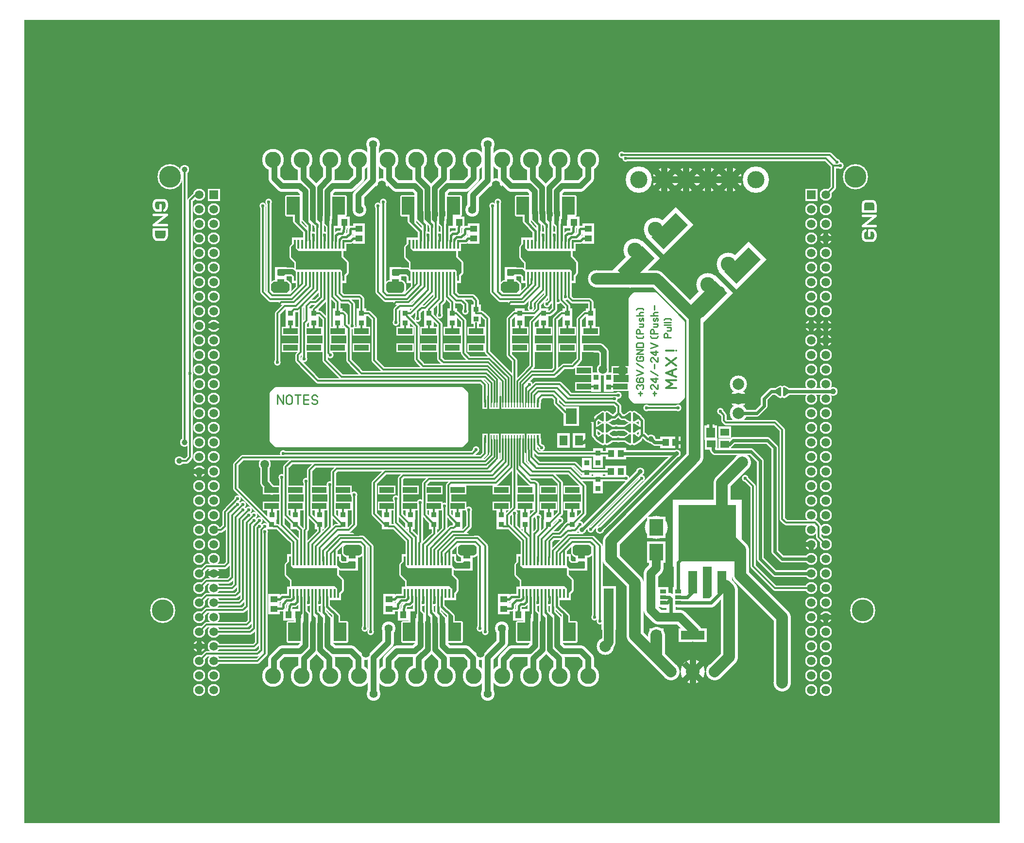
<source format=gbr>
%FSLAX34Y34*%
%MOMM*%
%LNCOPPER_TOP*%
G71*
G01*
%ADD10C,3.800*%
%ADD11R,5.980X3.900*%
%ADD12R,1.100X2.400*%
%ADD13C,0.600*%
%ADD14C,2.100*%
%ADD15C,4.400*%
%ADD16C,4.200*%
%ADD17C,4.000*%
%ADD18C,4.600*%
%ADD19C,3.000*%
%ADD20R,2.000X1.900*%
%ADD21R,1.900X2.000*%
%ADD22C,0.397*%
%ADD23C,1.000*%
%ADD24C,0.900*%
%ADD25C,2.000*%
%ADD26C,1.200*%
%ADD27C,1.600*%
%ADD28R,2.300X2.500*%
%ADD29R,2.300X2.100*%
%ADD30C,1.200*%
%ADD31C,1.400*%
%ADD32C,2.100*%
%ADD33C,0.800*%
%ADD34R,1.900X1.500*%
%ADD35R,2.400X2.420*%
%ADD36R,12.000X11.800*%
%ADD37R,3.600X6.000*%
%ADD38R,2.600X7.600*%
%ADD39C,1.600*%
%ADD40C,3.000*%
%ADD41C,2.100*%
%ADD42C,1.800*%
%ADD43C,4.000*%
%ADD44R,3.200X3.800*%
%ADD45C,3.000*%
%ADD46C,2.500*%
%ADD47C,4.000*%
%ADD48R,3.140X1.600*%
%ADD49R,1.700X1.700*%
%ADD50R,0.850X1.950*%
%ADD51R,1.050X1.950*%
%ADD52R,8.500X3.700*%
%ADD53R,2.200X2.600*%
%ADD54R,2.700X3.500*%
%ADD55C,2.300*%
%ADD56C,2.400*%
%ADD57C,2.200*%
%ADD58C,1.120*%
%ADD59C,0.865*%
%ADD60C,1.753*%
%ADD61C,1.013*%
%ADD62C,2.600*%
%ADD63C,1.400*%
%ADD64C,0.882*%
%ADD65C,2.800*%
%ADD66R,5.180X3.100*%
%ADD67R,0.300X1.600*%
%ADD68C,0.600*%
%ADD69C,1.500*%
%ADD70C,3.800*%
%ADD71C,2.400*%
%ADD72C,2.000*%
%ADD73C,3.000*%
%ADD74R,1.200X1.100*%
%ADD75R,1.100X1.200*%
%ADD76C,0.400*%
%ADD77C,0.300*%
%ADD78C,1.000*%
%ADD79R,1.500X1.700*%
%ADD80R,1.500X1.300*%
%ADD81C,0.800*%
%ADD82C,1.500*%
%ADD83R,0.400X0.800*%
%ADD84R,1.100X0.700*%
%ADD85R,1.600X1.620*%
%ADD86R,10.000X9.800*%
%ADD87C,0.900*%
%ADD88R,1.600X4.000*%
%ADD89R,1.800X6.800*%
%ADD90C,2.000*%
%ADD91C,1.500*%
%ADD92R,2.400X3.000*%
%ADD93C,2.600*%
%ADD94R,2.540X1.000*%
%ADD95R,0.900X0.900*%
%ADD96R,0.250X1.350*%
%ADD97R,0.450X1.350*%
%ADD98R,7.900X3.100*%
%ADD99R,1.400X1.800*%
%ADD100R,1.900X2.700*%
%ADD101C,0.286*%
%ADD102C,0.222*%
%ADD103C,0.318*%
%ADD104C,1.700*%
%ADD105C,1.400*%
%LPD*%
G36*
X-203200Y1193800D02*
X1496800Y1193800D01*
X1496800Y-206200D01*
X-203200Y-206200D01*
X-203200Y1193800D01*
G37*
%LPC*%
X579890Y49750D02*
G54D10*
D03*
X529890Y49750D02*
G54D10*
D03*
X479890Y49750D02*
G54D10*
D03*
X429890Y49750D02*
G54D10*
D03*
X379890Y49750D02*
G54D10*
D03*
X329890Y49750D02*
G54D10*
D03*
X279890Y49750D02*
G54D10*
D03*
X229890Y49750D02*
G54D10*
D03*
X779890Y49750D02*
G54D10*
D03*
X729890Y49750D02*
G54D10*
D03*
X679890Y49750D02*
G54D10*
D03*
X629890Y49750D02*
G54D10*
D03*
X301600Y222400D02*
G54D11*
D03*
X259350Y194400D02*
G54D12*
D03*
X265850Y194400D02*
G54D12*
D03*
X272350Y194400D02*
G54D12*
D03*
X278850Y194400D02*
G54D12*
D03*
X285350Y194400D02*
G54D12*
D03*
X291850Y194400D02*
G54D12*
D03*
X298350Y194400D02*
G54D12*
D03*
X304850Y194400D02*
G54D12*
D03*
X311350Y194400D02*
G54D12*
D03*
X317850Y194400D02*
G54D12*
D03*
X324350Y194400D02*
G54D12*
D03*
X330850Y194400D02*
G54D12*
D03*
X337350Y194400D02*
G54D12*
D03*
X343850Y194400D02*
G54D12*
D03*
X343850Y250400D02*
G54D12*
D03*
X337350Y250400D02*
G54D12*
D03*
X330850Y250400D02*
G54D12*
D03*
X324350Y250400D02*
G54D12*
D03*
X317850Y250400D02*
G54D12*
D03*
X311350Y250400D02*
G54D12*
D03*
X304850Y250400D02*
G54D12*
D03*
X298350Y250400D02*
G54D12*
D03*
X291850Y250400D02*
G54D12*
D03*
X285350Y250400D02*
G54D12*
D03*
X278850Y250400D02*
G54D12*
D03*
X272350Y250400D02*
G54D12*
D03*
X265850Y250400D02*
G54D12*
D03*
X259350Y250400D02*
G54D12*
D03*
G36*
X341900Y206465D02*
X341900Y238215D01*
X262525Y238215D01*
X262525Y206465D01*
X341900Y206465D01*
G37*
G54D13*
X341900Y206465D02*
X341900Y238215D01*
X262525Y238215D01*
X262525Y206465D01*
X341900Y206465D01*
G36*
X1178900Y899500D02*
X1178900Y878500D01*
X1157900Y878500D01*
X1157900Y899500D01*
X1178900Y899500D01*
G37*
X1193800Y889000D02*
G54D14*
D03*
X1168400Y863600D02*
G54D14*
D03*
X1193800Y863600D02*
G54D14*
D03*
X1168400Y838200D02*
G54D14*
D03*
X1193800Y838200D02*
G54D14*
D03*
X1168400Y812800D02*
G54D14*
D03*
X1193800Y812800D02*
G54D14*
D03*
X1168400Y787400D02*
G54D14*
D03*
X1193800Y787400D02*
G54D14*
D03*
X1168400Y762000D02*
G54D14*
D03*
X1193800Y762000D02*
G54D14*
D03*
X1168400Y736600D02*
G54D14*
D03*
X1193800Y736600D02*
G54D14*
D03*
X1168400Y711200D02*
G54D14*
D03*
X1193800Y711200D02*
G54D14*
D03*
X1168400Y685800D02*
G54D14*
D03*
X1193800Y685800D02*
G54D14*
D03*
X1168400Y660400D02*
G54D14*
D03*
X1193800Y660400D02*
G54D14*
D03*
X1168400Y635000D02*
G54D14*
D03*
X1193800Y635000D02*
G54D14*
D03*
X1168400Y609600D02*
G54D14*
D03*
X1193800Y609600D02*
G54D14*
D03*
X1168400Y584200D02*
G54D14*
D03*
X1193800Y584200D02*
G54D14*
D03*
X1193800Y558800D02*
G54D14*
D03*
X1168400Y533400D02*
G54D14*
D03*
X1193800Y533400D02*
G54D14*
D03*
X1168400Y508000D02*
G54D14*
D03*
X1193800Y508000D02*
G54D14*
D03*
X1168400Y482600D02*
G54D14*
D03*
X1193800Y482600D02*
G54D14*
D03*
X1168400Y457200D02*
G54D14*
D03*
X1193800Y457200D02*
G54D14*
D03*
X1168400Y431800D02*
G54D14*
D03*
X1193800Y431800D02*
G54D14*
D03*
X1168400Y406400D02*
G54D14*
D03*
X1193800Y406400D02*
G54D14*
D03*
X1168400Y381000D02*
G54D14*
D03*
X1193800Y381000D02*
G54D14*
D03*
X1168400Y355600D02*
G54D14*
D03*
X1193800Y355600D02*
G54D14*
D03*
X1168400Y330200D02*
G54D14*
D03*
X1193800Y330200D02*
G54D14*
D03*
X1168400Y304800D02*
G54D14*
D03*
X1193800Y304800D02*
G54D14*
D03*
X1168400Y279400D02*
G54D14*
D03*
X1193800Y279400D02*
G54D14*
D03*
X1168400Y254000D02*
G54D14*
D03*
X1193800Y254000D02*
G54D14*
D03*
X1168400Y558800D02*
G54D14*
D03*
X1168400Y228600D02*
G54D14*
D03*
X1193800Y228600D02*
G54D14*
D03*
X1168400Y203200D02*
G54D14*
D03*
X1193800Y203200D02*
G54D14*
D03*
X1168400Y177800D02*
G54D14*
D03*
X1193800Y177800D02*
G54D14*
D03*
X1168400Y152400D02*
G54D14*
D03*
X1193800Y152400D02*
G54D14*
D03*
X1193800Y127000D02*
G54D14*
D03*
X1168400Y101600D02*
G54D14*
D03*
X1193800Y101600D02*
G54D14*
D03*
X1168400Y76200D02*
G54D14*
D03*
X1193800Y76200D02*
G54D14*
D03*
X1168400Y50800D02*
G54D14*
D03*
X1193800Y50800D02*
G54D14*
D03*
X1168400Y25400D02*
G54D14*
D03*
X1193800Y25400D02*
G54D14*
D03*
X1168400Y127000D02*
G54D14*
D03*
X1245088Y920171D02*
G54D15*
D03*
X1257788Y164521D02*
G54D15*
D03*
G36*
X137500Y899500D02*
X137500Y878500D01*
X116500Y878500D01*
X116500Y899500D01*
X137500Y899500D01*
G37*
X101600Y889000D02*
G54D14*
D03*
X127000Y863600D02*
G54D14*
D03*
X101600Y863600D02*
G54D14*
D03*
X127000Y838200D02*
G54D14*
D03*
X101600Y838200D02*
G54D14*
D03*
X127000Y812800D02*
G54D14*
D03*
X101600Y812800D02*
G54D14*
D03*
X127000Y787400D02*
G54D14*
D03*
X101600Y787400D02*
G54D14*
D03*
X127000Y762000D02*
G54D14*
D03*
X101600Y762000D02*
G54D14*
D03*
X127000Y736600D02*
G54D14*
D03*
X101600Y736600D02*
G54D14*
D03*
X127000Y711200D02*
G54D14*
D03*
X101600Y711200D02*
G54D14*
D03*
X127000Y685800D02*
G54D14*
D03*
X101600Y685800D02*
G54D14*
D03*
X127000Y660400D02*
G54D14*
D03*
X101600Y660400D02*
G54D14*
D03*
X127000Y635000D02*
G54D14*
D03*
X101600Y635000D02*
G54D14*
D03*
X127000Y609600D02*
G54D14*
D03*
X101600Y609600D02*
G54D14*
D03*
X127000Y584200D02*
G54D14*
D03*
X101600Y584200D02*
G54D14*
D03*
X101600Y558800D02*
G54D14*
D03*
X127000Y533400D02*
G54D14*
D03*
X101600Y533400D02*
G54D14*
D03*
X127000Y508000D02*
G54D14*
D03*
X101600Y508000D02*
G54D14*
D03*
X127000Y482600D02*
G54D14*
D03*
X101600Y482600D02*
G54D14*
D03*
X127000Y457200D02*
G54D14*
D03*
X101600Y457200D02*
G54D14*
D03*
X127000Y431800D02*
G54D14*
D03*
X101600Y431800D02*
G54D14*
D03*
X127000Y406400D02*
G54D14*
D03*
X101600Y406400D02*
G54D14*
D03*
X127000Y381000D02*
G54D14*
D03*
X101600Y381000D02*
G54D14*
D03*
X127000Y355600D02*
G54D14*
D03*
X101600Y355600D02*
G54D14*
D03*
X127000Y330200D02*
G54D14*
D03*
X101600Y330200D02*
G54D14*
D03*
X127000Y304800D02*
G54D14*
D03*
X101600Y304800D02*
G54D14*
D03*
X127000Y279400D02*
G54D14*
D03*
X101600Y279400D02*
G54D14*
D03*
X127000Y254000D02*
G54D14*
D03*
X101600Y254000D02*
G54D14*
D03*
X127000Y558800D02*
G54D14*
D03*
X127000Y228600D02*
G54D14*
D03*
X101600Y228600D02*
G54D14*
D03*
X127000Y203200D02*
G54D14*
D03*
X101600Y203200D02*
G54D14*
D03*
X127000Y177800D02*
G54D14*
D03*
X101600Y177800D02*
G54D14*
D03*
X127000Y152400D02*
G54D14*
D03*
X101600Y152400D02*
G54D14*
D03*
X101600Y127000D02*
G54D14*
D03*
X127000Y101600D02*
G54D14*
D03*
X101600Y101600D02*
G54D14*
D03*
X127000Y76200D02*
G54D14*
D03*
X101600Y76200D02*
G54D14*
D03*
X127000Y50800D02*
G54D14*
D03*
X101600Y50800D02*
G54D14*
D03*
X127000Y25400D02*
G54D14*
D03*
X101600Y25400D02*
G54D14*
D03*
X127000Y127000D02*
G54D14*
D03*
X50312Y920171D02*
G54D15*
D03*
X37612Y164521D02*
G54D15*
D03*
X579890Y949750D02*
G54D10*
D03*
X529890Y949750D02*
G54D10*
D03*
X479890Y949750D02*
G54D10*
D03*
X429890Y949750D02*
G54D10*
D03*
X379890Y949750D02*
G54D10*
D03*
X329890Y949750D02*
G54D10*
D03*
X279890Y949750D02*
G54D10*
D03*
X229890Y949750D02*
G54D10*
D03*
X779890Y949750D02*
G54D10*
D03*
X729890Y949750D02*
G54D10*
D03*
X679890Y949750D02*
G54D10*
D03*
X629890Y949750D02*
G54D10*
D03*
X962000Y57300D02*
G54D16*
D03*
X988579Y915425D02*
G54D17*
D03*
X950479Y915425D02*
G54D17*
D03*
X988579Y915425D02*
G54D17*
D03*
X950479Y915425D02*
G54D17*
D03*
X1026679Y915425D02*
G54D17*
D03*
X912379Y915425D02*
G54D17*
D03*
X1071652Y915424D02*
G54D18*
D03*
X867420Y915423D02*
G54D18*
D03*
X1026679Y915425D02*
G54D16*
D03*
X988579Y915425D02*
G54D16*
D03*
X950479Y915425D02*
G54D16*
D03*
X912379Y915425D02*
G54D16*
D03*
X962000Y57300D02*
G54D19*
D03*
X1000100Y57300D02*
G54D19*
D03*
X962000Y57300D02*
G54D19*
D03*
X1000100Y57300D02*
G54D19*
D03*
X923900Y57300D02*
G54D19*
D03*
X232210Y184147D02*
G54D20*
D03*
X232210Y167147D02*
G54D20*
D03*
X274364Y156597D02*
G54D21*
D03*
X257364Y156597D02*
G54D21*
D03*
X368100Y260347D02*
G54D20*
D03*
X368100Y243347D02*
G54D20*
D03*
G54D22*
X33324Y871273D02*
X33324Y862384D01*
X26379Y862384D01*
X23602Y864607D01*
X22213Y869051D01*
X22213Y873496D01*
X23602Y877940D01*
X26379Y880162D01*
X40268Y880162D01*
X43046Y877940D01*
X44435Y873496D01*
X44435Y869051D01*
X43046Y864607D01*
X40268Y862384D01*
G54D22*
X22213Y854606D02*
X44435Y854606D01*
X22213Y836828D01*
X44435Y836828D01*
G54D22*
X22213Y829050D02*
X44435Y829050D01*
X44435Y817939D01*
X43046Y813495D01*
X40268Y811272D01*
X26379Y811272D01*
X23602Y813495D01*
X22213Y817939D01*
X22213Y829050D01*
G54D22*
X1268898Y818323D02*
X1268898Y827212D01*
X1275842Y827212D01*
X1278620Y824990D01*
X1280009Y820545D01*
X1280009Y816101D01*
X1278620Y811656D01*
X1275842Y809434D01*
X1261953Y809434D01*
X1259176Y811656D01*
X1257786Y816101D01*
X1257787Y820545D01*
X1259176Y824990D01*
X1261953Y827212D01*
G54D22*
X1280009Y834990D02*
X1257787Y834990D01*
X1280009Y852768D01*
X1257787Y852768D01*
G54D22*
X1280009Y860546D02*
X1257787Y860546D01*
X1257787Y871657D01*
X1259175Y876102D01*
X1261953Y878324D01*
X1275842Y878324D01*
X1278620Y876102D01*
X1280009Y871657D01*
X1280009Y860546D01*
G54D23*
X272210Y188647D02*
X272210Y179522D01*
X268184Y175497D01*
X261834Y175497D01*
X258660Y172322D01*
X257390Y156622D01*
X257364Y156597D01*
G36*
X278400Y111215D02*
X278400Y142965D01*
X256175Y142965D01*
X256175Y111215D01*
X278400Y111215D01*
G37*
G54D13*
X278400Y111215D02*
X278400Y142965D01*
X256175Y142965D01*
X256175Y111215D01*
X278400Y111215D01*
G36*
X357775Y111215D02*
X357775Y142965D01*
X335550Y142965D01*
X335550Y111215D01*
X357775Y111215D01*
G37*
G54D13*
X357775Y111215D02*
X357775Y142965D01*
X335550Y142965D01*
X335550Y111215D01*
X357775Y111215D01*
G54D23*
X341900Y137250D02*
X341900Y153831D01*
X339134Y156597D01*
G54D23*
X324240Y187771D02*
X324240Y171491D01*
X341900Y153831D01*
G36*
X335550Y142965D02*
X335550Y160246D01*
X335565Y160261D01*
X335565Y160166D01*
X341900Y153831D01*
X341900Y143019D01*
X341974Y142944D01*
X335570Y142944D01*
X335550Y142965D01*
G37*
G54D13*
X335550Y142965D02*
X335550Y160246D01*
X335565Y160261D01*
X335565Y160166D01*
X341900Y153831D01*
X341900Y143019D01*
X341974Y142944D01*
X335570Y142944D01*
X335550Y142965D01*
G54D23*
X278826Y187497D02*
X278826Y159789D01*
X274364Y156597D01*
X274364Y154372D01*
X271360Y150097D01*
X271360Y140572D01*
G36*
X273147Y142850D02*
X278284Y142850D01*
X278400Y142965D01*
X278400Y152451D01*
X278375Y152477D01*
X271801Y152477D01*
X271646Y152322D01*
X271646Y140858D01*
X271360Y140572D01*
X273147Y142850D01*
G37*
G54D13*
X273147Y142850D02*
X278284Y142850D01*
X278400Y142965D01*
X278400Y152451D01*
X278375Y152477D01*
X271801Y152477D01*
X271646Y152322D01*
X271646Y140858D01*
X271360Y140572D01*
X273147Y142850D01*
G54D24*
X285306Y187793D02*
X285306Y151843D01*
G54D24*
X298382Y188370D02*
X298382Y151720D01*
G54D24*
X304921Y187793D02*
X304921Y164160D01*
G54D24*
X317998Y187985D02*
X317998Y170133D01*
G54D25*
X287234Y140572D02*
X287234Y102472D01*
G54D25*
X299934Y140572D02*
X299934Y102472D01*
G54D25*
X312634Y140572D02*
X312634Y102472D01*
G54D25*
X325334Y140572D02*
X325334Y102472D01*
G54D23*
X285306Y151843D02*
X285306Y144993D01*
X284060Y143747D01*
G54D23*
X284060Y143747D02*
X284060Y137397D01*
G54D23*
X298382Y151720D02*
X298382Y145440D01*
X296802Y143859D01*
X296802Y139281D01*
X296762Y139241D01*
G54D23*
X304921Y164160D02*
X304921Y160985D01*
X309460Y156447D01*
X309460Y137397D01*
G54D23*
X317998Y170133D02*
X317998Y160608D01*
X322160Y156447D01*
X322160Y137397D01*
G36*
X284060Y162797D02*
X287234Y162797D01*
X291997Y158034D01*
X291997Y137397D01*
X284060Y137397D01*
X284060Y162797D01*
G37*
G54D13*
X284060Y162797D02*
X287234Y162797D01*
X291997Y158034D01*
X291997Y137397D01*
X284060Y137397D01*
X284060Y162797D01*
G36*
X296760Y156447D02*
X299934Y156447D01*
X304697Y151684D01*
X304697Y131047D01*
X296760Y131047D01*
X296760Y156447D01*
G37*
G54D13*
X296760Y156447D02*
X299934Y156447D01*
X304697Y151684D01*
X304697Y131047D01*
X296760Y131047D01*
X296760Y156447D01*
G36*
X309460Y159304D02*
X317397Y151367D01*
X317397Y130729D01*
X309460Y130729D01*
X309460Y159304D01*
G37*
G54D13*
X309460Y159304D02*
X317397Y151367D01*
X317397Y130729D01*
X309460Y130729D01*
X309460Y159304D01*
G36*
X322160Y159304D02*
X330097Y151367D01*
X330097Y130729D01*
X322160Y130729D01*
X322160Y159304D01*
G37*
G54D13*
X322160Y159304D02*
X330097Y151367D01*
X330097Y130729D01*
X322160Y130729D01*
X322160Y159304D01*
X291710Y178022D02*
G54D26*
D03*
X311460Y178022D02*
G54D26*
D03*
G54D23*
X291710Y178022D02*
X291710Y187876D01*
X291634Y187951D01*
G54D23*
X311460Y178022D02*
X311460Y187910D01*
X311352Y188018D01*
G54D23*
X232210Y184147D02*
X241910Y184147D01*
X245960Y188197D01*
X258660Y188197D01*
G54D23*
X265882Y187985D02*
X265882Y185895D01*
X261834Y181847D01*
X253897Y181847D01*
X247547Y175497D01*
X247547Y169147D01*
X245960Y167559D01*
X232622Y167559D01*
X232210Y167147D01*
G54D25*
X287234Y102472D02*
X277710Y92947D01*
X245960Y92947D01*
X232010Y78997D01*
X232010Y47447D01*
G54D25*
X299934Y102472D02*
X299934Y96122D01*
X284060Y80247D01*
X284060Y49497D01*
X282010Y47447D01*
G54D25*
X312634Y108822D02*
X312634Y96122D01*
X328510Y80247D01*
X328510Y50947D01*
X332010Y47447D01*
G54D25*
X325334Y102472D02*
X334860Y92947D01*
X366610Y92947D01*
X379310Y80247D01*
X379310Y50147D01*
X382010Y47447D01*
G36*
X821055Y501650D02*
X811530Y495300D01*
X811530Y508000D01*
X821055Y501650D01*
G37*
G54D24*
X821055Y501650D02*
X811530Y495300D01*
X811530Y508000D01*
X821055Y501650D01*
G54D24*
X692400Y527775D02*
X692400Y533650D01*
X698500Y539750D01*
X717550Y539750D01*
X723900Y533400D01*
X781050Y501650D02*
G54D27*
D03*
G54D23*
X790575Y482600D02*
X790575Y495300D01*
X796925Y501650D01*
X831850Y463550D02*
G54D26*
D03*
X828675Y482600D02*
G54D26*
D03*
G54D23*
X817880Y482600D02*
X844550Y482600D01*
G54D23*
X817880Y463550D02*
X844550Y463550D01*
G54D23*
X844550Y501650D02*
X838200Y501650D01*
X831850Y508000D01*
G54D23*
X817880Y501650D02*
X825500Y501650D01*
X831850Y508000D01*
G54D24*
X831850Y508000D02*
X831850Y520700D01*
X825500Y527050D01*
X739775Y527050D01*
X720725Y546100D01*
X692150Y546100D01*
X685800Y539750D01*
X685800Y527050D01*
G54D24*
X680720Y527050D02*
X680720Y542925D01*
X690245Y552450D01*
X725170Y552450D01*
X744220Y533400D01*
X825500Y533400D01*
X825500Y533400D02*
G54D26*
D03*
X831850Y539750D02*
G54D26*
D03*
G54D24*
X831850Y539750D02*
X748665Y539750D01*
X729615Y558800D01*
X688340Y558800D01*
X675640Y546100D01*
X675640Y527050D01*
X993227Y474163D02*
G54D28*
D03*
X1017358Y475113D02*
G54D29*
D03*
X993994Y454372D02*
G54D29*
D03*
X1017758Y454113D02*
G54D29*
D03*
X819150Y438150D02*
G54D21*
D03*
X836150Y438150D02*
G54D21*
D03*
G36*
X809650Y416400D02*
X828650Y416400D01*
X828650Y396400D01*
X809650Y396400D01*
X809650Y416400D01*
G37*
X836150Y406400D02*
G54D21*
D03*
X993227Y493212D02*
G54D27*
D03*
G54D30*
X993227Y474163D02*
X993227Y493212D01*
X869950Y406400D02*
G54D31*
D03*
X933450Y438150D02*
G54D31*
D03*
G54D23*
X790575Y482600D02*
X790575Y469900D01*
X796925Y463550D01*
G54D23*
X796925Y482600D02*
X790575Y482600D01*
X127000Y228600D02*
G54D32*
D03*
X101600Y101600D02*
G54D32*
D03*
X101600Y406400D02*
G54D32*
D03*
X1168400Y660400D02*
G54D32*
D03*
X1193800Y660400D02*
G54D32*
D03*
X1193800Y635000D02*
G54D32*
D03*
X1193800Y152400D02*
G54D32*
D03*
X1168400Y279400D02*
G54D32*
D03*
X1193800Y812800D02*
G54D32*
D03*
G54D24*
X670845Y527775D02*
X671195Y552450D01*
X677195Y558450D01*
X677545Y558800D01*
X677195Y558450D02*
G54D26*
D03*
G54D24*
X660702Y527775D02*
X660702Y561325D01*
X680402Y581025D01*
X717550Y581025D01*
X127000Y660400D02*
G54D32*
D03*
G54D24*
X685683Y463564D02*
X685900Y444400D01*
X692150Y438150D01*
X819150Y438150D01*
G36*
X795620Y501698D02*
X805145Y508048D01*
X805145Y495347D01*
X795620Y501698D01*
G37*
G54D24*
X795620Y501698D02*
X805145Y508048D01*
X805145Y495347D01*
X795620Y501698D01*
G36*
X821055Y482600D02*
X811530Y476250D01*
X811530Y488950D01*
X821055Y482600D01*
G37*
G54D24*
X821055Y482600D02*
X811530Y476250D01*
X811530Y488950D01*
X821055Y482600D01*
G36*
X795620Y482648D02*
X805145Y488998D01*
X805145Y476297D01*
X795620Y482648D01*
G37*
G54D24*
X795620Y482648D02*
X805145Y488998D01*
X805145Y476297D01*
X795620Y482648D01*
G36*
X821055Y463550D02*
X811530Y457200D01*
X811530Y469900D01*
X821055Y463550D01*
G37*
G54D24*
X821055Y463550D02*
X811530Y457200D01*
X811530Y469900D01*
X821055Y463550D01*
G36*
X795620Y463598D02*
X805145Y469948D01*
X805145Y457247D01*
X795620Y463598D01*
G37*
G54D24*
X795620Y463598D02*
X805145Y469948D01*
X805145Y457247D01*
X795620Y463598D01*
G36*
X868680Y501650D02*
X859155Y495300D01*
X859155Y508000D01*
X868680Y501650D01*
G37*
G54D24*
X868680Y501650D02*
X859155Y495300D01*
X859155Y508000D01*
X868680Y501650D01*
G36*
X843245Y501698D02*
X852770Y508048D01*
X852770Y495347D01*
X843245Y501698D01*
G37*
G54D24*
X843245Y501698D02*
X852770Y508048D01*
X852770Y495347D01*
X843245Y501698D01*
G36*
X868680Y482600D02*
X859155Y476250D01*
X859155Y488950D01*
X868680Y482600D01*
G37*
G54D24*
X868680Y482600D02*
X859155Y476250D01*
X859155Y488950D01*
X868680Y482600D01*
G36*
X843245Y482648D02*
X852770Y488998D01*
X852770Y476297D01*
X843245Y482648D01*
G37*
G54D24*
X843245Y482648D02*
X852770Y488998D01*
X852770Y476297D01*
X843245Y482648D01*
G36*
X868680Y463550D02*
X859155Y457200D01*
X859155Y469900D01*
X868680Y463550D01*
G37*
G54D24*
X868680Y463550D02*
X859155Y457200D01*
X859155Y469900D01*
X868680Y463550D01*
G36*
X843245Y463598D02*
X852770Y469948D01*
X852770Y457247D01*
X843245Y463598D01*
G37*
G54D24*
X843245Y463598D02*
X852770Y469948D01*
X852770Y457247D01*
X843245Y463598D01*
G54D24*
X819150Y406400D02*
X768350Y406400D01*
X755650Y419100D01*
X693420Y419100D01*
X680670Y431850D01*
X680730Y463617D01*
G54D24*
X620768Y461873D02*
X620768Y428998D01*
X603568Y411798D01*
X341313Y411798D01*
G54D24*
X615855Y461873D02*
X615855Y432023D01*
X601980Y418148D01*
X303213Y418148D01*
G54D24*
X610942Y461873D02*
X610942Y435048D01*
X600392Y424498D01*
X261938Y424498D01*
G54D24*
X599212Y465048D02*
X599212Y437923D01*
X592138Y430848D01*
X249238Y430848D01*
X358820Y270897D02*
G54D33*
D03*
X368344Y274072D02*
G54D33*
D03*
G36*
X343850Y250400D02*
X348753Y245497D01*
X360870Y245497D01*
X363450Y248077D01*
X371958Y248077D01*
X371958Y239224D01*
X347612Y239224D01*
X343789Y243046D01*
X343789Y250339D01*
X343850Y250400D01*
G37*
G54D24*
X343850Y250400D02*
X348753Y245497D01*
X360870Y245497D01*
X363450Y248077D01*
X371958Y248077D01*
X371958Y239224D01*
X347612Y239224D01*
X343789Y243046D01*
X343789Y250339D01*
X343850Y250400D01*
G36*
X354520Y270897D02*
X354520Y264547D01*
X357694Y261372D01*
X379920Y261372D01*
X383094Y264547D01*
X383094Y274072D01*
X379920Y277247D01*
X357694Y277247D01*
X354520Y274072D01*
X354520Y270897D01*
G37*
G54D24*
X354520Y270897D02*
X354520Y264547D01*
X357694Y261372D01*
X379920Y261372D01*
X383094Y264547D01*
X383094Y274072D01*
X379920Y277247D01*
X357694Y277247D01*
X354520Y274072D01*
X354520Y270897D01*
G36*
X343850Y194774D02*
X348753Y199677D01*
X348735Y216632D01*
X336916Y228424D01*
X336911Y209016D01*
X343789Y202127D01*
X343789Y194835D01*
X343850Y194774D01*
G37*
G54D24*
X343850Y194774D02*
X348753Y199677D01*
X348735Y216632D01*
X336916Y228424D01*
X336911Y209016D01*
X343789Y202127D01*
X343789Y194835D01*
X343850Y194774D01*
G36*
X259682Y248492D02*
X254779Y243589D01*
X254797Y226634D01*
X266616Y214842D01*
X266622Y234250D01*
X259744Y241139D01*
X259744Y248431D01*
X259682Y248492D01*
G37*
G54D24*
X259682Y248492D02*
X254779Y243589D01*
X254797Y226634D01*
X266616Y214842D01*
X266622Y234250D01*
X259744Y241139D01*
X259744Y248431D01*
X259682Y248492D01*
X501625Y222400D02*
G54D11*
D03*
X459375Y194400D02*
G54D12*
D03*
X465875Y194400D02*
G54D12*
D03*
X472375Y194400D02*
G54D12*
D03*
X478875Y194400D02*
G54D12*
D03*
X485375Y194400D02*
G54D12*
D03*
X491875Y194400D02*
G54D12*
D03*
X498375Y194400D02*
G54D12*
D03*
X504875Y194400D02*
G54D12*
D03*
X511375Y194400D02*
G54D12*
D03*
X517875Y194400D02*
G54D12*
D03*
X524375Y194400D02*
G54D12*
D03*
X530875Y194400D02*
G54D12*
D03*
X537375Y194400D02*
G54D12*
D03*
X543875Y194400D02*
G54D12*
D03*
X543875Y250400D02*
G54D12*
D03*
X537375Y250400D02*
G54D12*
D03*
X530875Y250400D02*
G54D12*
D03*
X524375Y250400D02*
G54D12*
D03*
X517875Y250400D02*
G54D12*
D03*
X511375Y250400D02*
G54D12*
D03*
X504875Y250400D02*
G54D12*
D03*
X498375Y250400D02*
G54D12*
D03*
X491875Y250400D02*
G54D12*
D03*
X485375Y250400D02*
G54D12*
D03*
X478875Y250400D02*
G54D12*
D03*
X472375Y250400D02*
G54D12*
D03*
X465875Y250400D02*
G54D12*
D03*
X459375Y250400D02*
G54D12*
D03*
G36*
X541925Y206465D02*
X541925Y238215D01*
X462550Y238215D01*
X462550Y206465D01*
X541925Y206465D01*
G37*
G54D13*
X541925Y206465D02*
X541925Y238215D01*
X462550Y238215D01*
X462550Y206465D01*
X541925Y206465D01*
X432234Y184147D02*
G54D20*
D03*
X432235Y167147D02*
G54D20*
D03*
X474390Y156597D02*
G54D21*
D03*
X457390Y156597D02*
G54D21*
D03*
X568124Y260347D02*
G54D20*
D03*
X568124Y243347D02*
G54D20*
D03*
G54D23*
X472234Y188647D02*
X472234Y179522D01*
X468210Y175497D01*
X461860Y175497D01*
X458684Y172322D01*
X457414Y156622D01*
X457390Y156597D01*
G36*
X478425Y111215D02*
X478425Y142965D01*
X456200Y142965D01*
X456200Y111215D01*
X478425Y111215D01*
G37*
G54D13*
X478425Y111215D02*
X478425Y142965D01*
X456200Y142965D01*
X456200Y111215D01*
X478425Y111215D01*
G36*
X557800Y111215D02*
X557800Y142965D01*
X535575Y142965D01*
X535575Y111215D01*
X557800Y111215D01*
G37*
G54D13*
X557800Y111215D02*
X557800Y142965D01*
X535575Y142965D01*
X535575Y111215D01*
X557800Y111215D01*
G54D23*
X541925Y137250D02*
X541925Y153831D01*
X539160Y156597D01*
G54D23*
X524266Y187771D02*
X524266Y171491D01*
X541925Y153831D01*
G36*
X535575Y142965D02*
X535575Y160246D01*
X535590Y160261D01*
X535590Y160166D01*
X541925Y153831D01*
X541925Y143019D01*
X541999Y142944D01*
X535596Y142944D01*
X535575Y142965D01*
G37*
G54D13*
X535575Y142965D02*
X535575Y160246D01*
X535590Y160261D01*
X535590Y160166D01*
X541925Y153831D01*
X541925Y143019D01*
X541999Y142944D01*
X535596Y142944D01*
X535575Y142965D01*
G54D23*
X478851Y187497D02*
X478851Y159789D01*
X474390Y156597D01*
X474390Y154372D01*
X471384Y150097D01*
X471384Y140572D01*
G36*
X473172Y142850D02*
X478310Y142850D01*
X478425Y142965D01*
X478425Y152451D01*
X478400Y152477D01*
X471826Y152477D01*
X471671Y152322D01*
X471671Y140858D01*
X471384Y140572D01*
X473172Y142850D01*
G37*
G54D13*
X473172Y142850D02*
X478310Y142850D01*
X478425Y142965D01*
X478425Y152451D01*
X478400Y152477D01*
X471826Y152477D01*
X471671Y152322D01*
X471671Y140858D01*
X471384Y140572D01*
X473172Y142850D01*
G54D24*
X485331Y187793D02*
X485331Y151843D01*
G54D24*
X498408Y188370D02*
X498408Y151720D01*
G54D24*
X504946Y187793D02*
X504946Y164160D01*
G54D24*
X518023Y187985D02*
X518023Y170133D01*
G54D25*
X487260Y140572D02*
X487260Y102472D01*
G54D25*
X499960Y140572D02*
X499960Y102472D01*
G54D25*
X512660Y140572D02*
X512660Y102472D01*
G54D25*
X525360Y140572D02*
X525360Y102472D01*
G54D23*
X485331Y151843D02*
X485331Y144993D01*
X484084Y143747D01*
G54D23*
X484084Y143747D02*
X484084Y137397D01*
G54D23*
X498408Y151720D02*
X498408Y145440D01*
X496827Y143859D01*
X496827Y139281D01*
X496787Y139241D01*
G54D23*
X504946Y164160D02*
X504946Y160985D01*
X509484Y156447D01*
X509484Y137397D01*
G54D23*
X518023Y170133D02*
X518023Y160608D01*
X522184Y156447D01*
X522184Y137397D01*
G36*
X484084Y162797D02*
X487260Y162797D01*
X492022Y158034D01*
X492022Y137397D01*
X484084Y137397D01*
X484084Y162797D01*
G37*
G54D13*
X484084Y162797D02*
X487260Y162797D01*
X492022Y158034D01*
X492022Y137397D01*
X484084Y137397D01*
X484084Y162797D01*
G36*
X496784Y156447D02*
X499960Y156447D01*
X504722Y151684D01*
X504722Y131047D01*
X496784Y131047D01*
X496784Y156447D01*
G37*
G54D13*
X496784Y156447D02*
X499960Y156447D01*
X504722Y151684D01*
X504722Y131047D01*
X496784Y131047D01*
X496784Y156447D01*
G36*
X509484Y159304D02*
X517422Y151367D01*
X517422Y130729D01*
X509484Y130729D01*
X509484Y159304D01*
G37*
G54D13*
X509484Y159304D02*
X517422Y151367D01*
X517422Y130729D01*
X509484Y130729D01*
X509484Y159304D01*
G36*
X522184Y159304D02*
X530122Y151367D01*
X530122Y130729D01*
X522184Y130729D01*
X522184Y159304D01*
G37*
G54D13*
X522184Y159304D02*
X530122Y151367D01*
X530122Y130729D01*
X522184Y130729D01*
X522184Y159304D01*
X491734Y178022D02*
G54D26*
D03*
X511484Y178022D02*
G54D26*
D03*
G54D23*
X491734Y178022D02*
X491734Y187876D01*
X491660Y187951D01*
G54D23*
X511484Y178022D02*
X511484Y187910D01*
X511377Y188018D01*
G54D23*
X432234Y184147D02*
X441934Y184147D01*
X445984Y188197D01*
X458684Y188197D01*
G54D23*
X465908Y187985D02*
X465908Y185895D01*
X461860Y181847D01*
X453922Y181847D01*
X447572Y175497D01*
X447572Y169147D01*
X445984Y167559D01*
X432647Y167559D01*
X432234Y167147D01*
G54D25*
X487260Y102472D02*
X477734Y92947D01*
X445984Y92947D01*
X432034Y78997D01*
X432034Y47447D01*
G54D25*
X499960Y102472D02*
X499960Y96122D01*
X484084Y80247D01*
X484084Y49497D01*
X482034Y47447D01*
G54D25*
X512660Y108822D02*
X512660Y96122D01*
X528534Y80247D01*
X528534Y50947D01*
X532034Y47447D01*
G54D25*
X525360Y102472D02*
X534884Y92947D01*
X566634Y92947D01*
X579334Y80247D01*
X579334Y50147D01*
X582034Y47447D01*
X558844Y270897D02*
G54D33*
D03*
X568370Y274072D02*
G54D33*
D03*
G36*
X543875Y250400D02*
X548778Y245497D01*
X560894Y245497D01*
X563474Y248077D01*
X571983Y248077D01*
X571983Y239224D01*
X547637Y239224D01*
X543814Y243046D01*
X543814Y250339D01*
X543875Y250400D01*
G37*
G54D24*
X543875Y250400D02*
X548778Y245497D01*
X560894Y245497D01*
X563474Y248077D01*
X571983Y248077D01*
X571983Y239224D01*
X547637Y239224D01*
X543814Y243046D01*
X543814Y250339D01*
X543875Y250400D01*
G36*
X554544Y270897D02*
X554544Y264547D01*
X557720Y261372D01*
X579944Y261372D01*
X583120Y264547D01*
X583120Y274072D01*
X579944Y277247D01*
X557720Y277247D01*
X554544Y274072D01*
X554544Y270897D01*
G37*
G54D24*
X554544Y270897D02*
X554544Y264547D01*
X557720Y261372D01*
X579944Y261372D01*
X583120Y264547D01*
X583120Y274072D01*
X579944Y277247D01*
X557720Y277247D01*
X554544Y274072D01*
X554544Y270897D01*
G36*
X543875Y194774D02*
X548778Y199677D01*
X548760Y216632D01*
X536941Y228424D01*
X536936Y209016D01*
X543814Y202127D01*
X543814Y194835D01*
X543875Y194774D01*
G37*
G54D24*
X543875Y194774D02*
X548778Y199677D01*
X548760Y216632D01*
X536941Y228424D01*
X536936Y209016D01*
X543814Y202127D01*
X543814Y194835D01*
X543875Y194774D01*
G36*
X459708Y248492D02*
X454804Y243589D01*
X454822Y226634D01*
X466641Y214842D01*
X466646Y234250D01*
X459769Y241139D01*
X459769Y248431D01*
X459708Y248492D01*
G37*
G54D24*
X459708Y248492D02*
X454804Y243589D01*
X454822Y226634D01*
X466641Y214842D01*
X466646Y234250D01*
X459769Y241139D01*
X459769Y248431D01*
X459708Y248492D01*
X701650Y222400D02*
G54D11*
D03*
X659400Y194400D02*
G54D12*
D03*
X665900Y194400D02*
G54D12*
D03*
X672400Y194400D02*
G54D12*
D03*
X678900Y194400D02*
G54D12*
D03*
X685400Y194400D02*
G54D12*
D03*
X691900Y194400D02*
G54D12*
D03*
X698400Y194400D02*
G54D12*
D03*
X704900Y194400D02*
G54D12*
D03*
X711400Y194400D02*
G54D12*
D03*
X717900Y194400D02*
G54D12*
D03*
X724400Y194400D02*
G54D12*
D03*
X730900Y194400D02*
G54D12*
D03*
X737400Y194400D02*
G54D12*
D03*
X743900Y194400D02*
G54D12*
D03*
X743900Y250400D02*
G54D12*
D03*
X737400Y250400D02*
G54D12*
D03*
X730900Y250400D02*
G54D12*
D03*
X724400Y250400D02*
G54D12*
D03*
X717900Y250400D02*
G54D12*
D03*
X711400Y250400D02*
G54D12*
D03*
X704900Y250400D02*
G54D12*
D03*
X698400Y250400D02*
G54D12*
D03*
X691900Y250400D02*
G54D12*
D03*
X685400Y250400D02*
G54D12*
D03*
X678900Y250400D02*
G54D12*
D03*
X672400Y250400D02*
G54D12*
D03*
X665900Y250400D02*
G54D12*
D03*
X659400Y250400D02*
G54D12*
D03*
G36*
X741950Y206465D02*
X741950Y238215D01*
X662575Y238215D01*
X662575Y206465D01*
X741950Y206465D01*
G37*
G54D13*
X741950Y206465D02*
X741950Y238215D01*
X662575Y238215D01*
X662575Y206465D01*
X741950Y206465D01*
X632260Y184147D02*
G54D20*
D03*
X632260Y167147D02*
G54D20*
D03*
X674414Y156597D02*
G54D21*
D03*
X657414Y156597D02*
G54D21*
D03*
X768150Y260347D02*
G54D20*
D03*
X768150Y243347D02*
G54D20*
D03*
G54D23*
X672260Y188647D02*
X672260Y179522D01*
X668234Y175497D01*
X661884Y175497D01*
X658710Y172322D01*
X657440Y156622D01*
X657414Y156597D01*
G36*
X678450Y111215D02*
X678450Y142965D01*
X656225Y142965D01*
X656225Y111215D01*
X678450Y111215D01*
G37*
G54D13*
X678450Y111215D02*
X678450Y142965D01*
X656225Y142965D01*
X656225Y111215D01*
X678450Y111215D01*
G36*
X757825Y111215D02*
X757825Y142965D01*
X735600Y142965D01*
X735600Y111215D01*
X757825Y111215D01*
G37*
G54D13*
X757825Y111215D02*
X757825Y142965D01*
X735600Y142965D01*
X735600Y111215D01*
X757825Y111215D01*
G54D23*
X741950Y137250D02*
X741950Y153831D01*
X739184Y156597D01*
G54D23*
X724290Y187771D02*
X724290Y171491D01*
X741950Y153831D01*
G36*
X735600Y142965D02*
X735600Y160246D01*
X735615Y160261D01*
X735615Y160166D01*
X741950Y153831D01*
X741950Y143019D01*
X742024Y142944D01*
X735620Y142944D01*
X735600Y142965D01*
G37*
G54D13*
X735600Y142965D02*
X735600Y160246D01*
X735615Y160261D01*
X735615Y160166D01*
X741950Y153831D01*
X741950Y143019D01*
X742024Y142944D01*
X735620Y142944D01*
X735600Y142965D01*
G54D23*
X678876Y187497D02*
X678876Y159789D01*
X674414Y156597D01*
X674414Y154372D01*
X671410Y150097D01*
X671410Y140572D01*
G36*
X673197Y142850D02*
X678334Y142850D01*
X678450Y142965D01*
X678450Y152451D01*
X678425Y152477D01*
X671851Y152477D01*
X671696Y152322D01*
X671696Y140858D01*
X671410Y140572D01*
X673197Y142850D01*
G37*
G54D13*
X673197Y142850D02*
X678334Y142850D01*
X678450Y142965D01*
X678450Y152451D01*
X678425Y152477D01*
X671851Y152477D01*
X671696Y152322D01*
X671696Y140858D01*
X671410Y140572D01*
X673197Y142850D01*
G54D24*
X685356Y187793D02*
X685356Y151843D01*
G54D24*
X698432Y188370D02*
X698432Y151720D01*
G54D24*
X704971Y187793D02*
X704971Y164160D01*
G54D24*
X718048Y187985D02*
X718048Y170133D01*
G54D25*
X687284Y140572D02*
X687284Y102472D01*
G54D25*
X699984Y140572D02*
X699984Y102472D01*
G54D25*
X712684Y140572D02*
X712684Y102472D01*
G54D25*
X725384Y140572D02*
X725384Y102472D01*
G54D23*
X685356Y151843D02*
X685356Y144993D01*
X684110Y143747D01*
G54D23*
X684110Y143747D02*
X684110Y137397D01*
G54D23*
X698432Y151720D02*
X698432Y145440D01*
X696852Y143859D01*
X696852Y139281D01*
X696812Y139241D01*
G54D23*
X704971Y164160D02*
X704971Y160985D01*
X709510Y156447D01*
X709510Y137397D01*
G54D23*
X718048Y170133D02*
X718048Y160608D01*
X722210Y156447D01*
X722210Y137397D01*
G36*
X684110Y162797D02*
X687284Y162797D01*
X692047Y158034D01*
X692047Y137397D01*
X684110Y137397D01*
X684110Y162797D01*
G37*
G54D13*
X684110Y162797D02*
X687284Y162797D01*
X692047Y158034D01*
X692047Y137397D01*
X684110Y137397D01*
X684110Y162797D01*
G36*
X696810Y156447D02*
X699984Y156447D01*
X704747Y151684D01*
X704747Y131047D01*
X696810Y131047D01*
X696810Y156447D01*
G37*
G54D13*
X696810Y156447D02*
X699984Y156447D01*
X704747Y151684D01*
X704747Y131047D01*
X696810Y131047D01*
X696810Y156447D01*
G36*
X709510Y159304D02*
X717447Y151367D01*
X717447Y130729D01*
X709510Y130729D01*
X709510Y159304D01*
G37*
G54D13*
X709510Y159304D02*
X717447Y151367D01*
X717447Y130729D01*
X709510Y130729D01*
X709510Y159304D01*
G36*
X722210Y159304D02*
X730147Y151367D01*
X730147Y130729D01*
X722210Y130729D01*
X722210Y159304D01*
G37*
G54D13*
X722210Y159304D02*
X730147Y151367D01*
X730147Y130729D01*
X722210Y130729D01*
X722210Y159304D01*
X691760Y178022D02*
G54D26*
D03*
X711510Y178022D02*
G54D26*
D03*
G54D23*
X691760Y178022D02*
X691760Y187876D01*
X691684Y187951D01*
G54D23*
X711510Y178022D02*
X711510Y187910D01*
X711402Y188018D01*
G54D23*
X632260Y184147D02*
X641960Y184147D01*
X646010Y188197D01*
X658710Y188197D01*
G54D23*
X665932Y187985D02*
X665932Y185895D01*
X661884Y181847D01*
X653947Y181847D01*
X647597Y175497D01*
X647597Y169147D01*
X646010Y167559D01*
X632672Y167559D01*
X632260Y167147D01*
G54D25*
X687284Y102472D02*
X677760Y92947D01*
X646010Y92947D01*
X632060Y78997D01*
X632060Y47447D01*
G54D25*
X699984Y102472D02*
X699984Y96122D01*
X684110Y80247D01*
X684110Y49497D01*
X682060Y47447D01*
G54D25*
X712684Y108822D02*
X712684Y96122D01*
X728560Y80247D01*
X728560Y50947D01*
X732060Y47447D01*
G54D25*
X725384Y102472D02*
X734910Y92947D01*
X766660Y92947D01*
X779360Y80247D01*
X779360Y50147D01*
X782060Y47447D01*
X758870Y270897D02*
G54D33*
D03*
X768394Y274072D02*
G54D33*
D03*
G36*
X743900Y250400D02*
X748803Y245497D01*
X760920Y245497D01*
X763500Y248077D01*
X772008Y248077D01*
X772008Y239224D01*
X747662Y239224D01*
X743839Y243046D01*
X743839Y250339D01*
X743900Y250400D01*
G37*
G54D24*
X743900Y250400D02*
X748803Y245497D01*
X760920Y245497D01*
X763500Y248077D01*
X772008Y248077D01*
X772008Y239224D01*
X747662Y239224D01*
X743839Y243046D01*
X743839Y250339D01*
X743900Y250400D01*
G36*
X754570Y270897D02*
X754570Y264547D01*
X757744Y261372D01*
X779970Y261372D01*
X783144Y264547D01*
X783144Y274072D01*
X779970Y277247D01*
X757744Y277247D01*
X754570Y274072D01*
X754570Y270897D01*
G37*
G54D24*
X754570Y270897D02*
X754570Y264547D01*
X757744Y261372D01*
X779970Y261372D01*
X783144Y264547D01*
X783144Y274072D01*
X779970Y277247D01*
X757744Y277247D01*
X754570Y274072D01*
X754570Y270897D01*
G36*
X743900Y194774D02*
X748803Y199677D01*
X748785Y216632D01*
X736966Y228424D01*
X736961Y209016D01*
X743839Y202127D01*
X743839Y194835D01*
X743900Y194774D01*
G37*
G54D24*
X743900Y194774D02*
X748803Y199677D01*
X748785Y216632D01*
X736966Y228424D01*
X736961Y209016D01*
X743839Y202127D01*
X743839Y194835D01*
X743900Y194774D01*
G36*
X659732Y248492D02*
X654829Y243589D01*
X654847Y226634D01*
X666666Y214842D01*
X666672Y234250D01*
X659794Y241139D01*
X659794Y248431D01*
X659732Y248492D01*
G37*
G54D24*
X659732Y248492D02*
X654829Y243589D01*
X654847Y226634D01*
X666666Y214842D01*
X666672Y234250D01*
X659794Y241139D01*
X659794Y248431D01*
X659732Y248492D01*
X936600Y197000D02*
G54D34*
D03*
X936600Y178000D02*
G54D34*
D03*
X909600Y197000D02*
G54D34*
D03*
X909600Y178000D02*
G54D34*
D03*
X909600Y187500D02*
G54D34*
D03*
X936600Y187500D02*
G54D34*
D03*
X1025520Y120751D02*
G54D35*
D03*
X974720Y120751D02*
G54D35*
D03*
G36*
X886499Y132900D02*
X910499Y132900D01*
X910500Y108700D01*
X886500Y108700D01*
X886499Y132900D01*
G37*
X949300Y120800D02*
G54D35*
D03*
X987400Y298600D02*
G54D36*
D03*
X1012800Y213510D02*
G54D37*
D03*
X962000Y213510D02*
G54D37*
D03*
X815550Y168700D02*
G54D38*
D03*
X860850Y168700D02*
G54D38*
D03*
G54D39*
X909600Y187500D02*
X920700Y187500D01*
X923900Y184300D01*
X923900Y177950D01*
G54D39*
X936600Y178000D02*
X993800Y178000D01*
X1012800Y197000D01*
G54D39*
X936600Y187500D02*
X952500Y187500D01*
X962000Y197000D01*
G54D39*
X936600Y197000D02*
X936600Y247800D01*
X949300Y260500D01*
X993994Y454372D02*
G54D26*
D03*
X1041400Y558800D02*
G54D19*
D03*
X1041400Y533400D02*
G54D19*
D03*
X1041400Y508000D02*
G54D19*
D03*
X1041400Y533400D02*
G54D19*
D03*
X1041400Y558800D02*
G54D40*
D03*
G36*
X1130300Y546100D02*
X1120775Y539750D01*
X1120775Y552450D01*
X1130300Y546100D01*
G37*
G54D24*
X1130300Y546100D02*
X1120775Y539750D01*
X1120775Y552450D01*
X1130300Y546100D01*
G36*
X1104865Y546148D02*
X1114390Y552497D01*
X1114390Y539797D01*
X1104865Y546148D01*
G37*
G54D24*
X1104865Y546148D02*
X1114390Y552497D01*
X1114390Y539797D01*
X1104865Y546148D01*
X1017758Y454113D02*
G54D26*
D03*
G54D30*
X1079500Y406400D02*
X1079500Y254000D01*
X1104900Y228600D01*
X1168400Y228600D01*
G54D41*
X949300Y120800D02*
X949349Y120751D01*
X974720Y120751D01*
G54D42*
X909600Y178000D02*
X917600Y178000D01*
X923900Y184300D01*
X898500Y308760D02*
G54D43*
D03*
X898500Y308760D02*
G54D44*
D03*
X898500Y265760D02*
G54D44*
D03*
G54D45*
X1000100Y57300D02*
X1025520Y82720D01*
X1025520Y120751D01*
X1025520Y200790D01*
X1019150Y207160D01*
G54D39*
X923900Y177950D02*
X923900Y155600D01*
G54D46*
X898500Y265760D02*
X898500Y238100D01*
X889000Y228600D01*
X889000Y165100D01*
X901700Y152400D01*
X939800Y152400D01*
X965200Y127000D01*
X896675Y828591D02*
G54D47*
D03*
G54D45*
X923900Y57300D02*
X898500Y82700D01*
X898500Y120800D01*
G54D45*
X898500Y82700D02*
X860850Y120350D01*
G54D45*
X819150Y254000D02*
X819150Y285750D01*
X965200Y431800D01*
X965200Y676450D01*
X1008119Y719419D01*
X819150Y254000D02*
G54D19*
D03*
G54D45*
X793750Y742950D02*
X898525Y742950D01*
X965200Y676450D01*
X793750Y742950D02*
G54D19*
D03*
X710350Y774797D02*
G54D11*
D03*
X752600Y802797D02*
G54D12*
D03*
X746100Y802797D02*
G54D12*
D03*
X739600Y802797D02*
G54D12*
D03*
X733100Y802797D02*
G54D12*
D03*
X726600Y802797D02*
G54D12*
D03*
X720099Y802797D02*
G54D12*
D03*
X713600Y802797D02*
G54D12*
D03*
X707100Y802797D02*
G54D12*
D03*
X700600Y802797D02*
G54D12*
D03*
X694100Y802797D02*
G54D12*
D03*
X687600Y802797D02*
G54D12*
D03*
X681100Y802797D02*
G54D12*
D03*
X674600Y802797D02*
G54D12*
D03*
X668100Y802797D02*
G54D12*
D03*
X668100Y746797D02*
G54D12*
D03*
X674600Y746797D02*
G54D12*
D03*
X681100Y746797D02*
G54D12*
D03*
X687600Y746797D02*
G54D12*
D03*
X694100Y746797D02*
G54D12*
D03*
X700600Y746797D02*
G54D12*
D03*
X707100Y746797D02*
G54D12*
D03*
X713600Y746797D02*
G54D12*
D03*
X720100Y746797D02*
G54D12*
D03*
X726600Y746797D02*
G54D12*
D03*
X733100Y746797D02*
G54D12*
D03*
X739600Y746797D02*
G54D12*
D03*
X746100Y746797D02*
G54D12*
D03*
X752600Y746797D02*
G54D12*
D03*
G36*
X670050Y790732D02*
X670050Y758982D01*
X749424Y758982D01*
X749425Y790732D01*
X670050Y790732D01*
G37*
G54D13*
X670050Y790732D02*
X670050Y758982D01*
X749424Y758982D01*
X749425Y790732D01*
X670050Y790732D01*
X779740Y813050D02*
G54D20*
D03*
X779740Y830050D02*
G54D20*
D03*
X737585Y840600D02*
G54D21*
D03*
G36*
X745085Y850600D02*
X764085Y850600D01*
X764085Y830600D01*
X745085Y830600D01*
X745085Y850600D01*
G37*
X643850Y736850D02*
G54D20*
D03*
X643850Y753850D02*
G54D20*
D03*
G54D23*
X739740Y808550D02*
X739740Y817675D01*
X743765Y821700D01*
X750115Y821700D01*
X753290Y824875D01*
X754560Y840575D01*
X754585Y840600D01*
G36*
X733550Y885982D02*
X733550Y854232D01*
X755774Y854232D01*
X755774Y885982D01*
X733550Y885982D01*
G37*
G54D13*
X733550Y885982D02*
X733550Y854232D01*
X755774Y854232D01*
X755774Y885982D01*
X733550Y885982D01*
G36*
X654175Y885982D02*
X654174Y854232D01*
X676400Y854232D01*
X676400Y885982D01*
X654175Y885982D01*
G37*
G54D13*
X654175Y885982D02*
X654174Y854232D01*
X676400Y854232D01*
X676400Y885982D01*
X654175Y885982D01*
G54D23*
X670050Y859947D02*
X670050Y843366D01*
X672815Y840600D01*
G54D23*
X687709Y809426D02*
X687709Y825706D01*
X670050Y843366D01*
G36*
X676400Y854232D02*
X676400Y836951D01*
X676384Y836936D01*
X676384Y837031D01*
X670050Y843366D01*
X670050Y854178D01*
X669975Y854252D01*
X676379Y854252D01*
X676400Y854232D01*
G37*
G54D13*
X676400Y854232D02*
X676400Y836951D01*
X676384Y836936D01*
X676384Y837031D01*
X670050Y843366D01*
X670050Y854178D01*
X669975Y854252D01*
X676379Y854252D01*
X676400Y854232D01*
G54D23*
X733123Y809700D02*
X733123Y837408D01*
X737585Y840600D01*
X737585Y842825D01*
X740590Y847100D01*
X740590Y856625D01*
G36*
X738803Y854347D02*
X733665Y854347D01*
X733550Y854232D01*
X733550Y844745D01*
X733575Y844720D01*
X740148Y844720D01*
X740304Y844875D01*
X740304Y856339D01*
X740590Y856625D01*
X738803Y854347D01*
G37*
G54D13*
X738803Y854347D02*
X733665Y854347D01*
X733550Y854232D01*
X733550Y844745D01*
X733575Y844720D01*
X740148Y844720D01*
X740304Y844875D01*
X740304Y856339D01*
X740590Y856625D01*
X738803Y854347D01*
G54D24*
X726644Y809404D02*
X726644Y845354D01*
G54D24*
X713567Y808827D02*
X713567Y845477D01*
G54D24*
X707028Y809404D02*
X707028Y833036D01*
G54D24*
X693952Y809212D02*
X693952Y827064D01*
G54D25*
X724715Y856625D02*
X724715Y894725D01*
G54D25*
X712015Y856625D02*
X712015Y894725D01*
G54D25*
X699315Y856625D02*
X699315Y894725D01*
G54D25*
X686615Y856625D02*
X686615Y894725D01*
G54D23*
X726644Y845354D02*
X726644Y852204D01*
X727890Y853450D01*
G54D23*
X727890Y853450D02*
X727890Y859800D01*
G54D23*
X713567Y845477D02*
X713567Y851757D01*
X715148Y853338D01*
X715148Y857916D01*
X715188Y857956D01*
G54D23*
X707028Y833036D02*
X707028Y836212D01*
X702490Y840750D01*
X702490Y859800D01*
G54D23*
X693952Y827064D02*
X693952Y836589D01*
X689790Y840750D01*
X689790Y859800D01*
G36*
X727890Y834400D02*
X724715Y834400D01*
X719952Y839163D01*
X719952Y859800D01*
X727890Y859800D01*
X727890Y834400D01*
G37*
G54D13*
X727890Y834400D02*
X724715Y834400D01*
X719952Y839163D01*
X719952Y859800D01*
X727890Y859800D01*
X727890Y834400D01*
G36*
X715190Y840750D02*
X712015Y840750D01*
X707252Y845513D01*
X707252Y866150D01*
X715190Y866150D01*
X715190Y840750D01*
G37*
G54D13*
X715190Y840750D02*
X712015Y840750D01*
X707252Y845513D01*
X707252Y866150D01*
X715190Y866150D01*
X715190Y840750D01*
G36*
X702490Y837892D02*
X694552Y845830D01*
X694553Y866468D01*
X702490Y866468D01*
X702490Y837892D01*
G37*
G54D13*
X702490Y837892D02*
X694552Y845830D01*
X694553Y866468D01*
X702490Y866468D01*
X702490Y837892D01*
G36*
X689790Y837892D02*
X681852Y845830D01*
X681853Y866468D01*
X689790Y866468D01*
X689790Y837892D01*
G37*
G54D13*
X689790Y837892D02*
X681852Y845830D01*
X681853Y866468D01*
X689790Y866468D01*
X689790Y837892D01*
X720240Y819175D02*
G54D26*
D03*
X700490Y819175D02*
G54D26*
D03*
G54D23*
X720240Y819175D02*
X720240Y809321D01*
X720315Y809246D01*
G54D23*
X700490Y819175D02*
X700490Y809286D01*
X700598Y809179D01*
G54D23*
X779740Y813050D02*
X770040Y813050D01*
X765990Y809000D01*
X753290Y809000D01*
G54D23*
X746067Y809212D02*
X746067Y811302D01*
X750115Y815350D01*
X758053Y815350D01*
X764403Y821700D01*
X764402Y828050D01*
X765990Y829638D01*
X779328Y829638D01*
X779740Y830050D01*
G54D25*
X724715Y894725D02*
X734240Y904250D01*
X765990Y904250D01*
X779940Y918200D01*
X779940Y949750D01*
G54D25*
X712015Y894725D02*
X712015Y901075D01*
X727890Y916950D01*
X727890Y947700D01*
X729940Y949750D01*
G54D25*
X699315Y888375D02*
X699315Y901075D01*
X683440Y916950D01*
X683440Y946250D01*
X679940Y949750D01*
G54D25*
X686615Y894725D02*
X677090Y904250D01*
X645340Y904250D01*
X632640Y916950D01*
X632640Y947050D01*
X629940Y949750D01*
X653130Y726300D02*
G54D33*
D03*
X643605Y723125D02*
G54D33*
D03*
G36*
X668100Y746797D02*
X663196Y751700D01*
X651080Y751700D01*
X648500Y749120D01*
X639992Y749120D01*
X639992Y757973D01*
X664338Y757973D01*
X668161Y754150D01*
X668161Y746858D01*
X668100Y746797D01*
G37*
G54D24*
X668100Y746797D02*
X663196Y751700D01*
X651080Y751700D01*
X648500Y749120D01*
X639992Y749120D01*
X639992Y757973D01*
X664338Y757973D01*
X668161Y754150D01*
X668161Y746858D01*
X668100Y746797D01*
G36*
X657430Y726300D02*
X657430Y732650D01*
X654255Y735825D01*
X632030Y735825D01*
X628855Y732650D01*
X628855Y723125D01*
X632030Y719950D01*
X654255Y719950D01*
X657430Y723125D01*
X657430Y726300D01*
G37*
G54D24*
X657430Y726300D02*
X657430Y732650D01*
X654255Y735825D01*
X632030Y735825D01*
X628855Y732650D01*
X628855Y723125D01*
X632030Y719950D01*
X654255Y719950D01*
X657430Y723125D01*
X657430Y726300D01*
G36*
X668100Y802423D02*
X663196Y797520D01*
X663214Y780564D01*
X675033Y768773D01*
X675038Y788181D01*
X668161Y795070D01*
X668161Y802362D01*
X668100Y802423D01*
G37*
G54D24*
X668100Y802423D02*
X663196Y797520D01*
X663214Y780564D01*
X675033Y768773D01*
X675038Y788181D01*
X668161Y795070D01*
X668161Y802362D01*
X668100Y802423D01*
G36*
X752267Y748704D02*
X757170Y753608D01*
X757152Y770563D01*
X745333Y782355D01*
X745328Y762947D01*
X752206Y756058D01*
X752206Y748766D01*
X752267Y748704D01*
G37*
G54D24*
X752267Y748704D02*
X757170Y753608D01*
X757152Y770563D01*
X745333Y782355D01*
X745328Y762947D01*
X752206Y756058D01*
X752206Y748766D01*
X752267Y748704D01*
X510324Y774797D02*
G54D11*
D03*
X552575Y802797D02*
G54D12*
D03*
X546074Y802797D02*
G54D12*
D03*
X539574Y802797D02*
G54D12*
D03*
X533075Y802797D02*
G54D12*
D03*
X526574Y802797D02*
G54D12*
D03*
X520074Y802797D02*
G54D12*
D03*
X513574Y802797D02*
G54D12*
D03*
X507074Y802797D02*
G54D12*
D03*
X500574Y802797D02*
G54D12*
D03*
X494074Y802797D02*
G54D12*
D03*
X487574Y802797D02*
G54D12*
D03*
X481074Y802797D02*
G54D12*
D03*
X474574Y802797D02*
G54D12*
D03*
X468074Y802797D02*
G54D12*
D03*
X468074Y746797D02*
G54D12*
D03*
X474574Y746797D02*
G54D12*
D03*
X481074Y746797D02*
G54D12*
D03*
X487574Y746797D02*
G54D12*
D03*
X494074Y746797D02*
G54D12*
D03*
X500575Y746797D02*
G54D12*
D03*
X507074Y746797D02*
G54D12*
D03*
X513574Y746797D02*
G54D12*
D03*
X520074Y746797D02*
G54D12*
D03*
X526574Y746797D02*
G54D12*
D03*
X533074Y746797D02*
G54D12*
D03*
X539575Y746797D02*
G54D12*
D03*
X546074Y746797D02*
G54D12*
D03*
X552574Y746797D02*
G54D12*
D03*
G36*
X470024Y790732D02*
X470024Y758982D01*
X549400Y758982D01*
X549400Y790732D01*
X470024Y790732D01*
G37*
G54D13*
X470024Y790732D02*
X470024Y758982D01*
X549400Y758982D01*
X549400Y790732D01*
X470024Y790732D01*
X579715Y813050D02*
G54D20*
D03*
X579715Y830050D02*
G54D20*
D03*
G36*
X528060Y850600D02*
X547060Y850600D01*
X547060Y830600D01*
X528060Y830600D01*
X528060Y850600D01*
G37*
G36*
X545060Y850600D02*
X564060Y850600D01*
X564060Y830600D01*
X545060Y830600D01*
X545060Y850600D01*
G37*
X443825Y736850D02*
G54D20*
D03*
X443825Y753850D02*
G54D20*
D03*
G54D23*
X539715Y808550D02*
X539715Y817675D01*
X543740Y821700D01*
X550090Y821700D01*
X553265Y824875D01*
X554535Y840575D01*
X554560Y840600D01*
G36*
X533525Y885982D02*
X533524Y854232D01*
X555750Y854232D01*
X555750Y885982D01*
X533525Y885982D01*
G37*
G54D13*
X533525Y885982D02*
X533524Y854232D01*
X555750Y854232D01*
X555750Y885982D01*
X533525Y885982D01*
G36*
X454150Y885982D02*
X454150Y854232D01*
X476374Y854232D01*
X476374Y885982D01*
X454150Y885982D01*
G37*
G54D13*
X454150Y885982D02*
X454150Y854232D01*
X476374Y854232D01*
X476374Y885982D01*
X454150Y885982D01*
G54D23*
X470025Y859947D02*
X470024Y843366D01*
X472790Y840600D01*
G54D23*
X487684Y809426D02*
X487684Y825706D01*
X470024Y843366D01*
G36*
X476374Y854232D02*
X476374Y836951D01*
X476360Y836935D01*
X476360Y837030D01*
X470024Y843366D01*
X470024Y854178D01*
X469950Y854252D01*
X476354Y854252D01*
X476374Y854232D01*
G37*
G54D13*
X476374Y854232D02*
X476374Y836951D01*
X476360Y836935D01*
X476360Y837030D01*
X470024Y843366D01*
X470024Y854178D01*
X469950Y854252D01*
X476354Y854252D01*
X476374Y854232D01*
G54D23*
X533098Y809700D02*
X533098Y837408D01*
X537560Y840600D01*
X537560Y842825D01*
X540565Y847100D01*
X540565Y856625D01*
G36*
X538778Y854347D02*
X533640Y854347D01*
X533524Y854232D01*
X533524Y844745D01*
X533550Y844720D01*
X540123Y844720D01*
X540279Y844875D01*
X540279Y856339D01*
X540565Y856625D01*
X538778Y854347D01*
G37*
G54D13*
X538778Y854347D02*
X533640Y854347D01*
X533524Y854232D01*
X533524Y844745D01*
X533550Y844720D01*
X540123Y844720D01*
X540279Y844875D01*
X540279Y856339D01*
X540565Y856625D01*
X538778Y854347D01*
G54D24*
X526619Y809404D02*
X526619Y845354D01*
G54D24*
X513542Y808827D02*
X513542Y845477D01*
G54D24*
X507004Y809404D02*
X507004Y833037D01*
G54D24*
X493926Y809212D02*
X493926Y827064D01*
G54D25*
X524690Y856625D02*
X524690Y894725D01*
G54D25*
X511990Y856625D02*
X511990Y894725D01*
G54D25*
X499290Y856625D02*
X499290Y894725D01*
G54D25*
X486590Y856625D02*
X486590Y894725D01*
G54D23*
X526619Y845354D02*
X526619Y852204D01*
X527865Y853450D01*
G54D23*
X527865Y853450D02*
X527865Y859800D01*
G54D23*
X513542Y845477D02*
X513542Y851757D01*
X515123Y853338D01*
X515123Y857916D01*
X515162Y857956D01*
G54D23*
X507004Y833037D02*
X507004Y836212D01*
X502465Y840750D01*
X502465Y859800D01*
G54D23*
X493926Y827064D02*
X493926Y836588D01*
X489765Y840750D01*
X489765Y859800D01*
G36*
X527865Y834400D02*
X524690Y834400D01*
X519928Y839163D01*
X519928Y859800D01*
X527865Y859800D01*
X527865Y834400D01*
G37*
G54D13*
X527865Y834400D02*
X524690Y834400D01*
X519928Y839163D01*
X519928Y859800D01*
X527865Y859800D01*
X527865Y834400D01*
G36*
X515165Y840750D02*
X511990Y840750D01*
X507228Y845513D01*
X507228Y866150D01*
X515165Y866150D01*
X515165Y840750D01*
G37*
G54D13*
X515165Y840750D02*
X511990Y840750D01*
X507228Y845513D01*
X507228Y866150D01*
X515165Y866150D01*
X515165Y840750D01*
G36*
X502465Y837892D02*
X494528Y845830D01*
X494528Y866468D01*
X502465Y866468D01*
X502465Y837892D01*
G37*
G54D13*
X502465Y837892D02*
X494528Y845830D01*
X494528Y866468D01*
X502465Y866468D01*
X502465Y837892D01*
G36*
X489765Y837893D02*
X481828Y845830D01*
X481828Y866468D01*
X489765Y866468D01*
X489765Y837893D01*
G37*
G54D13*
X489765Y837893D02*
X481828Y845830D01*
X481828Y866468D01*
X489765Y866468D01*
X489765Y837893D01*
X520215Y819175D02*
G54D26*
D03*
X500465Y819175D02*
G54D26*
D03*
G54D23*
X520215Y819175D02*
X520215Y809321D01*
X520290Y809246D01*
G54D23*
X500465Y819175D02*
X500465Y809286D01*
X500573Y809179D01*
G54D23*
X579715Y813050D02*
X570015Y813050D01*
X565965Y809000D01*
X553265Y809000D01*
G54D23*
X546042Y809212D02*
X546042Y811302D01*
X550090Y815350D01*
X558028Y815350D01*
X564378Y821700D01*
X564378Y828050D01*
X565965Y829638D01*
X579302Y829638D01*
X579715Y830050D01*
G54D25*
X524690Y894725D02*
X534215Y904250D01*
X565965Y904250D01*
X579915Y918200D01*
X579915Y949750D01*
G54D25*
X511990Y894725D02*
X511990Y901075D01*
X527865Y916950D01*
X527865Y947700D01*
X529915Y949750D01*
G54D25*
X499290Y888375D02*
X499290Y901075D01*
X483415Y916950D01*
X483415Y946250D01*
X479915Y949750D01*
G54D25*
X486590Y894725D02*
X477065Y904250D01*
X445315Y904250D01*
X432615Y916950D01*
X432615Y947050D01*
X429915Y949750D01*
X453105Y726300D02*
G54D33*
D03*
X443580Y723125D02*
G54D33*
D03*
G36*
X468075Y746797D02*
X463171Y751700D01*
X451055Y751700D01*
X448475Y749120D01*
X439967Y749120D01*
X439967Y757973D01*
X464313Y757973D01*
X468136Y754150D01*
X468136Y746858D01*
X468075Y746797D01*
G37*
G54D24*
X468075Y746797D02*
X463171Y751700D01*
X451055Y751700D01*
X448475Y749120D01*
X439967Y749120D01*
X439967Y757973D01*
X464313Y757973D01*
X468136Y754150D01*
X468136Y746858D01*
X468075Y746797D01*
G36*
X457405Y726300D02*
X457405Y732650D01*
X454230Y735825D01*
X432005Y735825D01*
X428830Y732650D01*
X428830Y723125D01*
X432005Y719950D01*
X454230Y719950D01*
X457405Y723125D01*
X457405Y726300D01*
G37*
G54D24*
X457405Y726300D02*
X457405Y732650D01*
X454230Y735825D01*
X432005Y735825D01*
X428830Y732650D01*
X428830Y723125D01*
X432005Y719950D01*
X454230Y719950D01*
X457405Y723125D01*
X457405Y726300D01*
G36*
X468075Y802423D02*
X463171Y797520D01*
X463190Y780564D01*
X475008Y768773D01*
X475014Y788181D01*
X468136Y795070D01*
X468136Y802362D01*
X468075Y802423D01*
G37*
G54D24*
X468075Y802423D02*
X463171Y797520D01*
X463190Y780564D01*
X475008Y768773D01*
X475014Y788181D01*
X468136Y795070D01*
X468136Y802362D01*
X468075Y802423D01*
G36*
X552242Y748704D02*
X557145Y753608D01*
X557127Y770563D01*
X545308Y782355D01*
X545303Y762947D01*
X552181Y756058D01*
X552181Y748766D01*
X552242Y748704D01*
G37*
G54D24*
X552242Y748704D02*
X557145Y753608D01*
X557127Y770563D01*
X545308Y782355D01*
X545303Y762947D01*
X552181Y756058D01*
X552181Y748766D01*
X552242Y748704D01*
X310300Y774797D02*
G54D11*
D03*
X352550Y802797D02*
G54D12*
D03*
X346050Y802797D02*
G54D12*
D03*
X339550Y802797D02*
G54D12*
D03*
X333050Y802797D02*
G54D12*
D03*
X326550Y802797D02*
G54D12*
D03*
X320049Y802797D02*
G54D12*
D03*
X313550Y802797D02*
G54D12*
D03*
X307050Y802797D02*
G54D12*
D03*
X300550Y802797D02*
G54D12*
D03*
X294050Y802797D02*
G54D12*
D03*
X287550Y802797D02*
G54D12*
D03*
X281050Y802797D02*
G54D12*
D03*
X274550Y802797D02*
G54D12*
D03*
X268050Y802797D02*
G54D12*
D03*
X268050Y746797D02*
G54D12*
D03*
X274550Y746797D02*
G54D12*
D03*
X281050Y746797D02*
G54D12*
D03*
X287550Y746797D02*
G54D12*
D03*
X294050Y746797D02*
G54D12*
D03*
X300550Y746797D02*
G54D12*
D03*
X307050Y746797D02*
G54D12*
D03*
X313550Y746797D02*
G54D12*
D03*
X320050Y746797D02*
G54D12*
D03*
X326550Y746797D02*
G54D12*
D03*
X333049Y746797D02*
G54D12*
D03*
X339550Y746797D02*
G54D12*
D03*
X346050Y746797D02*
G54D12*
D03*
X352550Y746797D02*
G54D12*
D03*
G36*
X270000Y790732D02*
X270000Y758982D01*
X349374Y758982D01*
X349374Y790732D01*
X270000Y790732D01*
G37*
G54D13*
X270000Y790732D02*
X270000Y758982D01*
X349374Y758982D01*
X349374Y790732D01*
X270000Y790732D01*
X379690Y813050D02*
G54D20*
D03*
X379690Y830050D02*
G54D20*
D03*
X337535Y840600D02*
G54D21*
D03*
X354535Y840600D02*
G54D21*
D03*
X243800Y736850D02*
G54D20*
D03*
X243800Y753850D02*
G54D20*
D03*
G54D23*
X339690Y808550D02*
X339690Y817675D01*
X343715Y821700D01*
X350065Y821700D01*
X353240Y824875D01*
X354510Y840575D01*
X354535Y840600D01*
G36*
X333500Y885982D02*
X333500Y854232D01*
X355725Y854232D01*
X355724Y885982D01*
X333500Y885982D01*
G37*
G54D13*
X333500Y885982D02*
X333500Y854232D01*
X355725Y854232D01*
X355724Y885982D01*
X333500Y885982D01*
G36*
X254124Y885982D02*
X254124Y854232D01*
X276350Y854232D01*
X276350Y885982D01*
X254124Y885982D01*
G37*
G54D13*
X254124Y885982D02*
X254124Y854232D01*
X276350Y854232D01*
X276350Y885982D01*
X254124Y885982D01*
G54D23*
X270000Y859947D02*
X270000Y843366D01*
X272765Y840600D01*
G54D23*
X287659Y809426D02*
X287659Y825706D01*
X270000Y843366D01*
G36*
X276350Y854232D02*
X276350Y836951D01*
X276334Y836936D01*
X276334Y837031D01*
X270000Y843366D01*
X270000Y854178D01*
X269925Y854252D01*
X276329Y854252D01*
X276350Y854232D01*
G37*
G54D13*
X276350Y854232D02*
X276350Y836951D01*
X276334Y836936D01*
X276334Y837031D01*
X270000Y843366D01*
X270000Y854178D01*
X269925Y854252D01*
X276329Y854252D01*
X276350Y854232D01*
G54D23*
X333073Y809700D02*
X333073Y837408D01*
X337535Y840600D01*
X337535Y842825D01*
X340540Y847100D01*
X340540Y856625D01*
G36*
X338752Y854347D02*
X333615Y854347D01*
X333500Y854232D01*
X333500Y844746D01*
X333525Y844720D01*
X340098Y844720D01*
X340254Y844875D01*
X340254Y856339D01*
X340540Y856625D01*
X338752Y854347D01*
G37*
G54D13*
X338752Y854347D02*
X333615Y854347D01*
X333500Y854232D01*
X333500Y844746D01*
X333525Y844720D01*
X340098Y844720D01*
X340254Y844875D01*
X340254Y856339D01*
X340540Y856625D01*
X338752Y854347D01*
G54D24*
X326594Y809404D02*
X326594Y845354D01*
G54D24*
X313517Y808827D02*
X313517Y845477D01*
G54D24*
X306978Y809404D02*
X306978Y833037D01*
G54D24*
X293902Y809212D02*
X293902Y827064D01*
G54D25*
X324665Y856625D02*
X324665Y894725D01*
G54D25*
X311965Y856625D02*
X311965Y894725D01*
G54D25*
X299265Y856625D02*
X299265Y894725D01*
G54D25*
X286565Y856625D02*
X286565Y894725D01*
G54D23*
X326594Y845354D02*
X326594Y852204D01*
X327840Y853450D01*
G54D23*
X327840Y853450D02*
X327840Y859800D01*
G54D23*
X313517Y845477D02*
X313517Y851757D01*
X315098Y853338D01*
X315098Y857916D01*
X315138Y857956D01*
G54D23*
X306978Y833037D02*
X306978Y836212D01*
X302440Y840750D01*
X302440Y859800D01*
G54D23*
X293902Y827064D02*
X293902Y836589D01*
X289740Y840750D01*
X289740Y859800D01*
G36*
X327840Y834400D02*
X324665Y834400D01*
X319902Y839163D01*
X319902Y859800D01*
X327840Y859800D01*
X327840Y834400D01*
G37*
G54D13*
X327840Y834400D02*
X324665Y834400D01*
X319902Y839163D01*
X319902Y859800D01*
X327840Y859800D01*
X327840Y834400D01*
G36*
X315140Y840750D02*
X311965Y840750D01*
X307202Y845513D01*
X307202Y866150D01*
X315140Y866150D01*
X315140Y840750D01*
G37*
G54D13*
X315140Y840750D02*
X311965Y840750D01*
X307202Y845513D01*
X307202Y866150D01*
X315140Y866150D01*
X315140Y840750D01*
G36*
X302440Y837892D02*
X294502Y845830D01*
X294502Y866468D01*
X302440Y866468D01*
X302440Y837892D01*
G37*
G54D13*
X302440Y837892D02*
X294502Y845830D01*
X294502Y866468D01*
X302440Y866468D01*
X302440Y837892D01*
G36*
X289740Y837892D02*
X281802Y845830D01*
X281802Y866468D01*
X289740Y866468D01*
X289740Y837892D01*
G37*
G54D13*
X289740Y837892D02*
X281802Y845830D01*
X281802Y866468D01*
X289740Y866468D01*
X289740Y837892D01*
X320190Y819175D02*
G54D26*
D03*
X300440Y819175D02*
G54D26*
D03*
G54D23*
X320190Y819175D02*
X320190Y809321D01*
X320265Y809246D01*
G54D23*
X300440Y819175D02*
X300440Y809286D01*
X300548Y809179D01*
G54D23*
X379690Y813050D02*
X369990Y813050D01*
X365940Y809000D01*
X353240Y809000D01*
G54D23*
X346017Y809212D02*
X346017Y811302D01*
X350065Y815350D01*
X358002Y815350D01*
X364352Y821700D01*
X364352Y828050D01*
X365940Y829638D01*
X379278Y829638D01*
X379690Y830050D01*
G54D25*
X324665Y894725D02*
X334190Y904250D01*
X365940Y904250D01*
X379890Y918200D01*
X379890Y949750D01*
G54D25*
X311965Y894725D02*
X311965Y901075D01*
X327840Y916950D01*
X327840Y947700D01*
X329890Y949750D01*
G54D25*
X299265Y888375D02*
X299265Y901075D01*
X283390Y916950D01*
X283390Y946250D01*
X279890Y949750D01*
G54D25*
X286565Y894725D02*
X277040Y904250D01*
X245290Y904250D01*
X232590Y916950D01*
X232590Y947050D01*
X229890Y949750D01*
X253080Y726300D02*
G54D33*
D03*
X243555Y723125D02*
G54D33*
D03*
G36*
X268050Y746797D02*
X263146Y751700D01*
X251030Y751700D01*
X248450Y749120D01*
X239942Y749120D01*
X239942Y757973D01*
X264288Y757973D01*
X268111Y754150D01*
X268111Y746858D01*
X268050Y746797D01*
G37*
G54D24*
X268050Y746797D02*
X263146Y751700D01*
X251030Y751700D01*
X248450Y749120D01*
X239942Y749120D01*
X239942Y757973D01*
X264288Y757973D01*
X268111Y754150D01*
X268111Y746858D01*
X268050Y746797D01*
G36*
X257380Y726300D02*
X257380Y732650D01*
X254205Y735825D01*
X231980Y735825D01*
X228805Y732650D01*
X228805Y723125D01*
X231980Y719950D01*
X254205Y719950D01*
X257380Y723125D01*
X257380Y726300D01*
G37*
G54D24*
X257380Y726300D02*
X257380Y732650D01*
X254205Y735825D01*
X231980Y735825D01*
X228805Y732650D01*
X228805Y723125D01*
X231980Y719950D01*
X254205Y719950D01*
X257380Y723125D01*
X257380Y726300D01*
G36*
X268050Y802423D02*
X263146Y797520D01*
X263164Y780564D01*
X274983Y768773D01*
X274988Y788181D01*
X268111Y795070D01*
X268111Y802362D01*
X268050Y802423D01*
G37*
G54D24*
X268050Y802423D02*
X263146Y797520D01*
X263164Y780564D01*
X274983Y768773D01*
X274988Y788181D01*
X268111Y795070D01*
X268111Y802362D01*
X268050Y802423D01*
G36*
X352217Y748704D02*
X357120Y753608D01*
X357102Y770563D01*
X345283Y782355D01*
X345278Y762947D01*
X352156Y756058D01*
X352156Y748766D01*
X352217Y748704D01*
G37*
G54D24*
X352217Y748704D02*
X357120Y753608D01*
X357102Y770563D01*
X345283Y782355D01*
X345278Y762947D01*
X352156Y756058D01*
X352156Y748766D01*
X352217Y748704D01*
X835660Y554356D02*
G54D48*
D03*
X835660Y582930D02*
G54D48*
D03*
X660400Y622300D02*
G54D48*
D03*
X660400Y650875D02*
G54D48*
D03*
X701675Y622300D02*
G54D48*
D03*
X701675Y650875D02*
G54D48*
D03*
X701675Y682625D02*
G54D49*
D03*
X701575Y665925D02*
G54D49*
D03*
X742950Y622300D02*
G54D48*
D03*
X742950Y650875D02*
G54D48*
D03*
X742950Y682625D02*
G54D49*
D03*
X742850Y665925D02*
G54D49*
D03*
X784225Y622300D02*
G54D48*
D03*
X784225Y650875D02*
G54D48*
D03*
G54D24*
X655790Y527775D02*
X655790Y564350D01*
X669290Y577850D01*
G54D24*
X620768Y527775D02*
X620768Y567000D01*
X603568Y584200D01*
X422275Y584200D01*
G54D24*
X615855Y527775D02*
X615855Y563975D01*
X601980Y577850D01*
X384175Y577850D01*
G54D24*
X610942Y527775D02*
X610942Y560950D01*
X600392Y571500D01*
X352425Y571500D01*
G54D23*
X781050Y501650D02*
X787400Y495300D01*
X790575Y495300D01*
G54D24*
X698500Y447675D02*
X692150Y454025D01*
X692150Y463550D01*
X838834Y582930D02*
G54D27*
D03*
X605765Y524629D02*
G54D50*
D03*
X599781Y524629D02*
G54D51*
D03*
X610686Y524629D02*
G54D50*
D03*
X615766Y524629D02*
G54D50*
D03*
X620706Y524623D02*
G54D50*
D03*
X625783Y524623D02*
G54D50*
D03*
X630704Y524623D02*
G54D50*
D03*
X635784Y524623D02*
G54D50*
D03*
X640724Y524617D02*
G54D50*
D03*
X645794Y524623D02*
G54D50*
D03*
X650716Y524623D02*
G54D50*
D03*
X655796Y524623D02*
G54D50*
D03*
X660736Y524617D02*
G54D50*
D03*
X665806Y524682D02*
G54D50*
D03*
X670728Y524682D02*
G54D50*
D03*
X675808Y524682D02*
G54D50*
D03*
X680748Y524676D02*
G54D50*
D03*
X685700Y524623D02*
G54D50*
D03*
X691721Y524623D02*
G54D51*
D03*
X605748Y463570D02*
G54D50*
D03*
X599764Y463569D02*
G54D51*
D03*
X610669Y463570D02*
G54D50*
D03*
X615749Y463570D02*
G54D50*
D03*
X620689Y463564D02*
G54D50*
D03*
X625765Y463564D02*
G54D50*
D03*
X630687Y463564D02*
G54D50*
D03*
X635767Y463564D02*
G54D50*
D03*
X640706Y463558D02*
G54D50*
D03*
X645777Y463564D02*
G54D50*
D03*
X650698Y463564D02*
G54D50*
D03*
X655778Y463564D02*
G54D50*
D03*
X660718Y463558D02*
G54D50*
D03*
X665789Y463623D02*
G54D50*
D03*
X670710Y463623D02*
G54D50*
D03*
X675790Y463623D02*
G54D50*
D03*
X680730Y463617D02*
G54D50*
D03*
X685683Y463564D02*
G54D50*
D03*
X691704Y463564D02*
G54D51*
D03*
X644820Y494197D02*
G54D52*
D03*
G54D24*
X635767Y463564D02*
X635767Y423042D01*
X612775Y400050D01*
X498475Y400050D01*
G54D24*
X665789Y463623D02*
X665789Y422730D01*
X682118Y406400D01*
X739775Y406400D01*
G54D24*
X272350Y256750D02*
X272350Y281875D01*
X245045Y396175D02*
G54D26*
D03*
X287272Y389825D02*
G54D26*
D03*
X328865Y383475D02*
G54D26*
D03*
X371727Y365695D02*
G54D26*
D03*
X444500Y358775D02*
G54D26*
D03*
X487045Y352425D02*
G54D26*
D03*
X528955Y346075D02*
G54D26*
D03*
X571500Y339725D02*
G54D26*
D03*
G54D24*
X672400Y256750D02*
X672400Y281875D01*
X650875Y333375D02*
G54D26*
D03*
G54D24*
X685417Y256750D02*
X685417Y285050D01*
X692150Y327025D02*
G54D26*
D03*
G54D24*
X698435Y256750D02*
X698435Y285050D01*
X698500Y285115D01*
X698500Y288925D01*
X730250Y320675D01*
X730250Y320675D02*
G54D26*
D03*
X765175Y314325D02*
G54D26*
D03*
G54D24*
X739680Y740886D02*
X739775Y711200D01*
X739775Y711200D02*
G54D26*
D03*
X727075Y704850D02*
G54D26*
D03*
G54D24*
X713645Y740886D02*
X713645Y712586D01*
X708025Y698500D02*
G54D26*
D03*
X679450Y692150D02*
G54D26*
D03*
X565150Y685800D02*
G54D26*
D03*
X520700Y679450D02*
G54D26*
D03*
X482600Y673100D02*
G54D26*
D03*
X444500Y666750D02*
G54D26*
D03*
X368300Y660400D02*
G54D26*
D03*
X330200Y609600D02*
G54D26*
D03*
X284480Y603250D02*
G54D26*
D03*
X238125Y596900D02*
G54D26*
D03*
G54D24*
X742950Y650875D02*
X742850Y650975D01*
X742850Y665925D01*
G54D24*
X701675Y650875D02*
X701575Y650975D01*
X701575Y665925D01*
G54D24*
X720100Y704224D02*
X720100Y746797D01*
G54D24*
X733100Y705176D02*
X733100Y746797D01*
G54D24*
X757900Y704850D02*
X751550Y704850D01*
X746126Y710274D01*
X746100Y720750D01*
X746100Y746797D01*
G54D24*
X650878Y567375D02*
X650878Y527775D01*
G54D24*
X665615Y527775D02*
X665615Y558300D01*
X681990Y574675D01*
X720725Y574675D01*
X736600Y590550D01*
X752475Y590550D01*
X763618Y601693D01*
X460375Y622300D02*
G54D48*
D03*
X460375Y650875D02*
G54D48*
D03*
X501650Y622300D02*
G54D48*
D03*
X501650Y650875D02*
G54D48*
D03*
X501650Y682625D02*
G54D49*
D03*
X501550Y665925D02*
G54D49*
D03*
X542925Y622300D02*
G54D48*
D03*
X542925Y650875D02*
G54D48*
D03*
X542925Y682625D02*
G54D49*
D03*
X542825Y665925D02*
G54D49*
D03*
X584200Y622300D02*
G54D48*
D03*
X584200Y650875D02*
G54D48*
D03*
G54D24*
X542925Y650875D02*
X542825Y650975D01*
X542825Y665925D01*
G54D24*
X501650Y650875D02*
X501550Y650975D01*
X501550Y665925D01*
X260350Y622300D02*
G54D48*
D03*
X260350Y650875D02*
G54D48*
D03*
X301625Y622300D02*
G54D48*
D03*
X301625Y650875D02*
G54D48*
D03*
X301625Y682625D02*
G54D49*
D03*
X301525Y665925D02*
G54D49*
D03*
X342900Y622300D02*
G54D48*
D03*
X342900Y650875D02*
G54D48*
D03*
X342900Y682625D02*
G54D49*
D03*
X342800Y665925D02*
G54D49*
D03*
X384175Y622300D02*
G54D48*
D03*
X384175Y650875D02*
G54D48*
D03*
X384175Y682625D02*
G54D49*
D03*
X384075Y665925D02*
G54D49*
D03*
G54D24*
X384175Y650875D02*
X384075Y657325D01*
X384075Y665925D01*
G54D24*
X342900Y650875D02*
X342800Y650975D01*
X342800Y665925D01*
G54D24*
X301625Y650875D02*
X301525Y650975D01*
X301525Y665925D01*
X351818Y374702D02*
G54D48*
D03*
X351818Y346127D02*
G54D48*
D03*
X310543Y374702D02*
G54D48*
D03*
X310543Y346127D02*
G54D48*
D03*
X269268Y374702D02*
G54D48*
D03*
X269268Y346127D02*
G54D48*
D03*
X269268Y314377D02*
G54D49*
D03*
X269368Y331077D02*
G54D49*
D03*
X227993Y374702D02*
G54D48*
D03*
X227993Y346127D02*
G54D48*
D03*
G54D24*
X269268Y346127D02*
X269368Y346027D01*
X269368Y331077D01*
X551843Y374702D02*
G54D48*
D03*
X551843Y346127D02*
G54D48*
D03*
X510568Y374702D02*
G54D48*
D03*
X510568Y346127D02*
G54D48*
D03*
X469293Y374702D02*
G54D48*
D03*
X469293Y346127D02*
G54D48*
D03*
X469293Y314377D02*
G54D49*
D03*
X469393Y331077D02*
G54D49*
D03*
X428018Y374702D02*
G54D48*
D03*
X428018Y346127D02*
G54D48*
D03*
G54D24*
X469293Y346127D02*
X469393Y346027D01*
X469393Y331077D01*
G54D24*
X469293Y301677D02*
X479143Y291826D01*
X479143Y250205D01*
X751868Y374702D02*
G54D48*
D03*
X751868Y346127D02*
G54D48*
D03*
X710593Y374702D02*
G54D48*
D03*
X710593Y346127D02*
G54D48*
D03*
X669318Y374702D02*
G54D48*
D03*
X669318Y346127D02*
G54D48*
D03*
X628043Y374702D02*
G54D48*
D03*
X628043Y346127D02*
G54D48*
D03*
G54D24*
X707418Y308027D02*
X692168Y292778D01*
X692168Y250205D01*
G54D24*
X669318Y301677D02*
X679168Y291826D01*
X679168Y250205D01*
G54D24*
X635822Y527775D02*
X635822Y566550D01*
X605472Y596900D01*
G54D24*
X640735Y527775D02*
X640735Y569575D01*
X607060Y603250D01*
G54D24*
X645648Y527775D02*
X645648Y572600D01*
X608648Y609600D01*
G54D24*
X660718Y463558D02*
X660400Y463240D01*
X660400Y417328D01*
X677684Y400028D01*
X714375Y400050D01*
G54D24*
X630687Y463564D02*
X630687Y427487D01*
X609600Y406400D01*
X473075Y406400D01*
X796318Y421692D02*
G54D49*
D03*
X796418Y438392D02*
G54D49*
D03*
X777268Y405182D02*
G54D49*
D03*
X777368Y421882D02*
G54D49*
D03*
G54D24*
X675758Y463300D02*
X676075Y425650D01*
X688975Y412750D01*
X749300Y412750D01*
X767303Y394748D01*
X818383Y394759D01*
X845609Y394759D01*
X1017358Y475113D02*
G54D26*
D03*
X889000Y463549D02*
G54D27*
D03*
G54D23*
X873125Y482600D02*
X873125Y469900D01*
X866775Y463550D01*
G54D23*
X873125Y482600D02*
X873125Y495300D01*
X866775Y501650D01*
G54D23*
X866775Y482600D02*
X873125Y482600D01*
G54D23*
X889000Y463549D02*
X882650Y463549D01*
X876300Y469900D01*
X873125Y469900D01*
X815468Y570472D02*
G54D49*
D03*
X815368Y553772D02*
G54D49*
D03*
X815468Y570472D02*
G54D26*
D03*
G54D30*
X836150Y438150D02*
X933450Y438150D01*
X777368Y421882D02*
G54D26*
D03*
X796318Y421692D02*
G54D26*
D03*
X698500Y447675D02*
G54D26*
D03*
X784225Y622300D02*
G54D26*
D03*
X742950Y622300D02*
G54D26*
D03*
X701675Y622300D02*
G54D26*
D03*
X660400Y622300D02*
G54D26*
D03*
X584200Y622300D02*
G54D26*
D03*
X542925Y622300D02*
G54D26*
D03*
X501650Y622300D02*
G54D26*
D03*
X460375Y622300D02*
G54D26*
D03*
X384175Y622300D02*
G54D26*
D03*
X342900Y622300D02*
G54D26*
D03*
X301625Y622300D02*
G54D26*
D03*
X260350Y622300D02*
G54D26*
D03*
X751868Y374702D02*
G54D26*
D03*
X796418Y393307D02*
G54D49*
D03*
X796318Y376607D02*
G54D49*
D03*
X796318Y376607D02*
G54D26*
D03*
X845609Y394759D02*
G54D26*
D03*
X1053041Y394759D02*
G54D26*
D03*
G54D24*
X1053041Y394759D02*
X1066800Y381000D01*
X1066800Y241300D01*
X1104900Y203200D01*
X1168400Y203200D01*
X873125Y394335D02*
G54D26*
D03*
X1009650Y511175D02*
G54D26*
D03*
G54D24*
X1009650Y511175D02*
X1016000Y504825D01*
X1016000Y495300D01*
X1019175Y492125D01*
X1104900Y492125D01*
X1117600Y479425D01*
X1117600Y323850D01*
X1123950Y317500D01*
X1174750Y317500D01*
X1181100Y311150D01*
X1181100Y292100D01*
X1193800Y279400D01*
X881062Y517525D02*
G54D26*
D03*
X584200Y444500D02*
G54D26*
D03*
G54D24*
X584200Y444500D02*
X577850Y438150D01*
X247650Y438150D01*
G36*
X852392Y726255D02*
X821280Y757368D01*
X873606Y809693D01*
X904718Y778580D01*
X852392Y726255D01*
G37*
G36*
X910764Y784627D02*
X879651Y815740D01*
X931978Y868065D01*
X963090Y836952D01*
X910764Y784627D01*
G37*
X896675Y828591D02*
G54D47*
D03*
X860754Y792670D02*
G54D47*
D03*
X1023675Y768266D02*
G54D47*
D03*
G54D24*
X711452Y256750D02*
X711452Y285050D01*
X718502Y292100D01*
X732474Y292100D01*
X743893Y303521D01*
X756902Y303808D01*
X765175Y314325D01*
G54D24*
X685417Y285050D02*
X685417Y297750D01*
X688592Y300925D01*
X736600Y460375D02*
G54D53*
D03*
X763600Y460375D02*
G54D53*
D03*
X750100Y503025D02*
G54D54*
D03*
G36*
X904900Y467200D02*
X923900Y467200D01*
X923900Y447200D01*
X904900Y447200D01*
X904900Y467200D01*
G37*
X931400Y457200D02*
G54D21*
D03*
G54D24*
X723900Y533400D02*
X723900Y526050D01*
X743750Y506200D01*
G54D30*
X889000Y463549D02*
X895349Y457200D01*
X914400Y457200D01*
G54D30*
X1123950Y546100D02*
X1206500Y546100D01*
G54D30*
X1041400Y508000D02*
X1073150Y508000D01*
X1085850Y520700D01*
X1085850Y533400D01*
G36*
X228600Y542925D02*
X234950Y549275D01*
X558800Y549275D01*
X565150Y542925D01*
X565150Y460375D01*
X558800Y454025D01*
X234950Y454025D01*
X228600Y460375D01*
X228600Y542925D01*
G37*
G54D24*
X228600Y542925D02*
X234950Y549275D01*
X558800Y549275D01*
X565150Y542925D01*
X565150Y460375D01*
X558800Y454025D01*
X234950Y454025D01*
X228600Y460375D01*
X228600Y542925D01*
G54D24*
X274400Y742987D02*
X274400Y727790D01*
X273050Y726440D01*
G54D24*
X280900Y742987D02*
X280900Y734290D01*
X260350Y713740D01*
X228600Y713740D01*
X222250Y720090D01*
G54D24*
X212725Y720090D02*
X225425Y707390D01*
X263525Y707390D01*
X287400Y731265D01*
X287400Y749337D01*
G54D24*
X622300Y720090D02*
X622300Y876300D01*
G54D24*
X612775Y720090D02*
X612775Y869950D01*
G54D24*
X422275Y720090D02*
X422275Y876300D01*
G54D24*
X412750Y720090D02*
X412900Y869800D01*
G54D24*
X222250Y720090D02*
X222250Y876300D01*
G54D24*
X212725Y720090D02*
X212725Y869950D01*
G54D24*
X389427Y277396D02*
X390525Y276298D01*
X390525Y133350D01*
X390525Y133350D02*
G54D26*
D03*
X400050Y127000D02*
G54D26*
D03*
X590550Y133350D02*
G54D26*
D03*
X600075Y127000D02*
G54D26*
D03*
X790575Y152400D02*
G54D26*
D03*
X800100Y146050D02*
G54D26*
D03*
X222250Y876300D02*
G54D26*
D03*
X422275Y876300D02*
G54D26*
D03*
X622300Y876300D02*
G54D26*
D03*
X612775Y869950D02*
G54D26*
D03*
X412900Y869800D02*
G54D26*
D03*
X212725Y869950D02*
G54D26*
D03*
G54D24*
X630910Y527775D02*
X630910Y563829D01*
X604189Y590550D01*
X492125Y590550D01*
G54D24*
X655778Y463564D02*
X655778Y410393D01*
X672224Y393947D01*
G54D24*
X650698Y462929D02*
X650698Y396063D01*
G54D24*
X645777Y463564D02*
X645777Y414002D01*
X619125Y387350D01*
G54D24*
X640706Y463558D02*
X640706Y418457D01*
X615950Y393700D01*
X523875Y393700D01*
X428018Y314377D02*
G54D49*
D03*
X428118Y331077D02*
G54D49*
D03*
G54D24*
X428018Y346127D02*
X428118Y346027D01*
X428118Y331077D01*
X510568Y314377D02*
G54D49*
D03*
X510668Y331077D02*
G54D49*
D03*
G54D24*
X510568Y346127D02*
X510668Y346027D01*
X510668Y331077D01*
X628043Y314377D02*
G54D49*
D03*
X628143Y331077D02*
G54D49*
D03*
G54D24*
X628043Y346127D02*
X628143Y346027D01*
X628143Y331077D01*
X669318Y314377D02*
G54D49*
D03*
X669418Y331077D02*
G54D49*
D03*
G54D24*
X669318Y346127D02*
X669418Y346027D01*
X669418Y331077D01*
X710593Y314377D02*
G54D49*
D03*
X710693Y331077D02*
G54D49*
D03*
G54D24*
X710593Y346127D02*
X710693Y346027D01*
X710693Y331077D01*
X751868Y314377D02*
G54D49*
D03*
X751968Y331077D02*
G54D49*
D03*
G54D24*
X751868Y346127D02*
X751968Y346027D01*
X751968Y331077D01*
X551843Y314377D02*
G54D49*
D03*
X551943Y331077D02*
G54D49*
D03*
G54D24*
X551843Y346127D02*
X551943Y346027D01*
X551943Y331077D01*
X227993Y314377D02*
G54D49*
D03*
X228093Y331077D02*
G54D49*
D03*
G54D24*
X227993Y346127D02*
X228093Y346027D01*
X228093Y331077D01*
X311150Y314325D02*
G54D49*
D03*
X311250Y331025D02*
G54D49*
D03*
G54D24*
X311150Y346075D02*
X311250Y345975D01*
X311250Y331025D01*
X351818Y314377D02*
G54D49*
D03*
X351918Y331077D02*
G54D49*
D03*
G54D24*
X351818Y346127D02*
X351918Y346027D01*
X351918Y331077D01*
X260350Y682625D02*
G54D49*
D03*
X260250Y665925D02*
G54D49*
D03*
G54D24*
X260350Y650875D02*
X260250Y650975D01*
X260250Y665925D01*
X460375Y682625D02*
G54D49*
D03*
X460275Y665925D02*
G54D49*
D03*
G54D24*
X460375Y650875D02*
X460275Y650975D01*
X460275Y665925D01*
X584200Y688975D02*
G54D49*
D03*
X584100Y672275D02*
G54D49*
D03*
G54D24*
X584200Y650875D02*
X584100Y650975D01*
X584100Y665925D01*
X660400Y682625D02*
G54D49*
D03*
X660300Y665925D02*
G54D49*
D03*
G54D24*
X660400Y650875D02*
X660300Y650975D01*
X660300Y665925D01*
X784225Y682625D02*
G54D49*
D03*
X784125Y665925D02*
G54D49*
D03*
G54D24*
X784225Y650875D02*
X784125Y650975D01*
X784125Y665925D01*
G54D24*
X704900Y250400D02*
X704900Y285800D01*
X717550Y298450D01*
G54D24*
X717550Y298450D02*
X729591Y298450D01*
X742950Y314325D01*
X751868Y314377D01*
G54D24*
X707418Y308027D02*
X707418Y311202D01*
X710593Y314377D01*
G54D24*
X669318Y301677D02*
X669318Y314377D01*
G54D24*
X672400Y281875D02*
X672400Y289625D01*
G54D24*
X665900Y250400D02*
X665900Y286600D01*
X641350Y311150D01*
X631270Y311150D01*
X628043Y314377D01*
G54D24*
X511375Y250400D02*
X511375Y270075D01*
X542925Y301625D01*
X561975Y301625D01*
X571500Y311150D01*
X571500Y339725D01*
G54D24*
X504875Y250400D02*
X504875Y273100D01*
X539750Y307975D01*
X545441Y307975D01*
X551843Y314377D01*
G54D24*
X498375Y250400D02*
X498375Y276125D01*
G54D24*
X491875Y250400D02*
X491875Y279150D01*
X511175Y298450D01*
X511175Y313770D01*
X510568Y314377D01*
G54D24*
X485375Y250400D02*
X485375Y282175D01*
G54D24*
X469293Y301677D02*
X469293Y314377D01*
G54D24*
X472375Y250400D02*
X472375Y289625D01*
X447675Y314325D01*
G54D24*
X465875Y250400D02*
X465875Y286600D01*
X441325Y311150D01*
X431244Y311150D01*
X428018Y314377D01*
G54D24*
X311350Y250400D02*
X311350Y273250D01*
X342900Y304800D01*
X361950Y304800D01*
X371475Y314325D01*
X371475Y364172D01*
X371727Y364425D01*
G54D24*
X304850Y250400D02*
X304850Y276275D01*
X339725Y311150D01*
X348591Y311150D01*
X351818Y314377D01*
G54D24*
X291850Y250400D02*
X291850Y282325D01*
X311150Y301625D01*
X311150Y314325D01*
G54D24*
X298350Y250400D02*
X298350Y279300D01*
G54D24*
X285350Y250400D02*
X285350Y304400D01*
G54D24*
X278850Y250400D02*
X278850Y304794D01*
X269268Y314377D01*
G54D24*
X272350Y281875D02*
X272350Y286450D01*
X247650Y311150D01*
G54D24*
X265850Y250400D02*
X265850Y283425D01*
X238125Y311150D01*
X231220Y311150D01*
X227993Y314377D01*
G54D24*
X247650Y311150D02*
X245045Y313755D01*
X245045Y396175D01*
G54D24*
X285350Y304400D02*
X287272Y306322D01*
X287272Y389825D01*
G54D24*
X298350Y279300D02*
X328865Y309815D01*
X328865Y383475D01*
G54D24*
X447675Y314325D02*
X444500Y317500D01*
X444500Y358775D01*
G54D24*
X485375Y282175D02*
X487045Y283845D01*
X487045Y352425D01*
G54D24*
X498375Y276125D02*
X528955Y306705D01*
X528955Y346075D01*
G54D24*
X672400Y289625D02*
X650875Y311150D01*
X650875Y333375D01*
G54D24*
X688592Y300925D02*
X692150Y304482D01*
X692150Y327025D01*
G54D24*
X739775Y406400D02*
X746125Y406400D01*
X771525Y381000D01*
X771525Y334034D01*
X751868Y314377D01*
G54D24*
X714375Y400050D02*
X717550Y400050D01*
X730250Y387350D01*
X730250Y333375D01*
X729591Y333375D01*
X710593Y314377D01*
G54D24*
X672224Y393947D02*
X678821Y387350D01*
X685800Y387350D01*
X688975Y384175D01*
X688975Y336550D01*
X682625Y330200D01*
G54D24*
X650698Y396063D02*
X650875Y395887D01*
X650875Y342900D01*
X638175Y330200D01*
X638175Y323850D01*
G54D24*
X638175Y323850D02*
X638175Y314325D01*
X641350Y311150D01*
G54D24*
X682625Y330200D02*
X679168Y326743D01*
X679168Y291826D01*
G54D24*
X619125Y387350D02*
X584200Y387350D01*
G54D24*
X584200Y387350D02*
X539750Y387350D01*
X535366Y382967D01*
X535366Y330853D01*
X551843Y314377D01*
G54D24*
X523875Y393700D02*
X501650Y393700D01*
X493915Y385965D01*
X493915Y331029D01*
X510568Y314377D01*
G54D24*
X498475Y400050D02*
X457200Y400050D01*
X451800Y394650D01*
X451800Y331300D01*
X468723Y314377D01*
X469293Y314377D01*
G54D24*
X473075Y406400D02*
X425450Y406400D01*
X406400Y387350D01*
X406400Y332595D01*
X424118Y314877D01*
X427518Y314877D01*
X428018Y314377D01*
G54D24*
X341313Y411798D02*
X335410Y405894D01*
X335410Y330043D01*
X351075Y314377D01*
X351818Y314377D01*
G54D24*
X303213Y418148D02*
X293989Y408924D01*
X293989Y330190D01*
X309855Y314325D01*
X311150Y314325D01*
G54D24*
X261938Y424498D02*
X252421Y414981D01*
X252421Y330190D01*
X268235Y314377D01*
X269268Y314377D01*
X215952Y301677D02*
G54D26*
D03*
X215952Y311202D02*
G54D26*
D03*
X206375Y311150D02*
G54D26*
D03*
X206427Y320727D02*
G54D26*
D03*
X196902Y320727D02*
G54D26*
D03*
X196902Y330252D02*
G54D26*
D03*
X187377Y330252D02*
G54D26*
D03*
X187377Y339777D02*
G54D26*
D03*
X177852Y339777D02*
G54D26*
D03*
X177852Y349302D02*
G54D26*
D03*
X168327Y349302D02*
G54D26*
D03*
X168327Y358827D02*
G54D26*
D03*
G54D24*
X215952Y301677D02*
X215952Y88952D01*
X203200Y76200D01*
X127000Y76200D01*
G54D24*
X215952Y311202D02*
X209550Y304800D01*
X209550Y95250D01*
X203200Y88900D01*
X114300Y88900D01*
X101600Y76200D01*
G54D24*
X206375Y311150D02*
X203200Y307975D01*
X203200Y107950D01*
X196850Y101600D01*
X127000Y101600D01*
G54D24*
X206427Y320727D02*
X196850Y311150D01*
X196850Y133350D01*
X190500Y127000D01*
X127000Y127000D01*
G54D24*
X196902Y320727D02*
X190500Y314325D01*
X190500Y146050D01*
X184150Y139700D01*
X114300Y139700D01*
X101600Y127000D01*
G54D24*
X196902Y330252D02*
X184150Y317500D01*
X184150Y171450D01*
X177800Y165100D01*
X114300Y165100D01*
X101600Y152400D01*
G54D24*
X187377Y330252D02*
X177800Y320675D01*
X177800Y184150D01*
X171450Y177800D01*
X127000Y177800D01*
G54D24*
X187377Y339777D02*
X171450Y323850D01*
X171450Y196850D01*
X165100Y190500D01*
X114300Y190500D01*
X101600Y177800D01*
G54D24*
X177852Y339777D02*
X165100Y327025D01*
X165100Y209550D01*
X158750Y203200D01*
X127000Y203200D01*
G54D24*
X177852Y349302D02*
X158750Y330200D01*
X158750Y222250D01*
X152400Y215900D01*
X114300Y215900D01*
X101600Y203200D01*
G54D24*
X168327Y349302D02*
X152400Y333375D01*
X152400Y247650D01*
X146050Y241300D01*
X114300Y241300D01*
X101600Y228600D01*
G54D24*
X168327Y358827D02*
X146050Y336550D01*
X146050Y311150D01*
X139700Y304800D01*
X127000Y304800D01*
X800100Y304800D02*
G54D31*
D03*
X768350Y304800D02*
G54D31*
D03*
G54D30*
X869950Y406400D02*
X768350Y304800D01*
G54D30*
X933450Y438150D02*
X800100Y304800D01*
X784225Y305435D02*
G54D26*
D03*
G54D24*
X784225Y305435D02*
X873125Y394335D01*
X836150Y406400D02*
G54D31*
D03*
X247650Y438150D02*
G54D26*
D03*
G54D24*
X249238Y430848D02*
X176848Y430848D01*
X165100Y419100D01*
X165100Y377270D01*
X227993Y314377D01*
G54D39*
X227993Y374702D02*
X215900Y386794D01*
X215900Y419100D01*
X215900Y419100D02*
G54D32*
D03*
X710593Y374702D02*
G54D26*
D03*
X669318Y374702D02*
G54D26*
D03*
X628043Y374702D02*
G54D26*
D03*
X551843Y374702D02*
G54D26*
D03*
X510568Y374702D02*
G54D26*
D03*
X469293Y374702D02*
G54D26*
D03*
X428018Y374702D02*
G54D26*
D03*
X351818Y374702D02*
G54D26*
D03*
X310543Y374702D02*
G54D26*
D03*
X269268Y374702D02*
G54D26*
D03*
X227993Y374702D02*
G54D26*
D03*
G54D24*
X707100Y746797D02*
X707100Y713450D01*
X692150Y698500D01*
X692150Y688975D01*
X685800Y682625D01*
X660400Y682625D01*
G54D24*
X720100Y704224D02*
X720100Y689600D01*
G54D24*
X720100Y689600D02*
X713124Y682625D01*
X701675Y682625D01*
G54D24*
X733100Y705176D02*
X742950Y695325D01*
X742950Y682625D01*
G54D24*
X757900Y704850D02*
X781050Y704850D01*
X784225Y701675D01*
X784225Y682625D01*
G54D24*
X700600Y746797D02*
X700600Y722825D01*
X679450Y701675D01*
X679450Y692150D01*
G54D24*
X726600Y746797D02*
X726600Y705326D01*
X727075Y704850D01*
G54D24*
X713645Y712586D02*
X713645Y704120D01*
X708025Y698500D01*
G54D24*
X546074Y746797D02*
X546074Y717576D01*
X552450Y711200D01*
X577850Y711200D01*
X584200Y704850D01*
X584200Y682625D01*
G54D24*
X539575Y746797D02*
X539575Y714550D01*
X549275Y704850D01*
X558800Y704850D01*
X565150Y698500D01*
X565150Y685800D01*
G54D24*
X533074Y746797D02*
X533074Y711526D01*
X542925Y701675D01*
X542925Y682625D01*
G54D24*
X526574Y746797D02*
X526574Y704374D01*
X520700Y698500D01*
X520700Y679450D01*
G54D24*
X520074Y746797D02*
X520074Y707400D01*
X501650Y688975D01*
X501650Y682625D01*
G54D24*
X513574Y746797D02*
X513574Y710424D01*
X495300Y692150D01*
G54D24*
X495300Y692150D02*
X488950Y692150D01*
X482600Y685800D01*
X482600Y673100D01*
G54D24*
X507074Y746797D02*
X507074Y719800D01*
X469900Y682625D01*
X460375Y682625D01*
G54D24*
X500574Y746797D02*
X500574Y722825D01*
X473075Y695325D01*
X450850Y695325D01*
X444500Y688975D01*
G54D24*
X444500Y688975D02*
X444500Y666750D01*
G54D24*
X346050Y746797D02*
X346050Y717576D01*
X352425Y711200D01*
X381000Y711200D01*
X384175Y708025D01*
X384175Y682625D01*
G54D24*
X339550Y746797D02*
X339550Y714550D01*
X349250Y704850D01*
X361950Y704850D01*
X368300Y698500D01*
X368300Y660400D01*
G54D24*
X333049Y746797D02*
X333049Y711526D01*
X342900Y701675D01*
X342900Y682625D01*
G54D24*
X326550Y746797D02*
X326550Y625950D01*
G54D24*
X320050Y746797D02*
X320050Y707400D01*
X301625Y688975D01*
X301625Y682625D01*
G54D24*
X313550Y746797D02*
X313550Y710424D01*
X304800Y701675D01*
X295275Y701675D01*
X288925Y695325D01*
X288925Y669925D01*
G54D24*
X288925Y669925D02*
X284480Y665480D01*
X284480Y631825D01*
G54D24*
X307050Y746797D02*
X307050Y722974D01*
X273050Y688975D01*
X266700Y688975D01*
X260350Y682625D01*
G54D24*
X300550Y746797D02*
X300550Y726000D01*
X269875Y695325D01*
X250825Y695325D01*
X238125Y682625D01*
X238125Y625475D01*
G54D24*
X422275Y584200D02*
X406400Y600075D01*
X406400Y673100D01*
X396875Y682625D01*
X384175Y682625D01*
G54D24*
X384175Y577850D02*
X361950Y600075D01*
X361950Y655958D01*
G54D24*
X342900Y682625D02*
X352425Y682625D01*
X355600Y679450D01*
X355600Y662308D01*
X361950Y655958D01*
G54D24*
X326550Y625950D02*
X326550Y613250D01*
X330200Y609600D01*
G54D24*
X284480Y631825D02*
X284480Y603250D01*
G54D24*
X238125Y625475D02*
X238125Y596900D01*
G54D24*
X352425Y571500D02*
X349250Y571500D01*
X320675Y600075D01*
X320675Y673100D01*
X311150Y682625D01*
X301625Y682625D01*
G54D24*
X599212Y527775D02*
X599212Y558075D01*
X592138Y565150D01*
X307975Y565150D01*
X273050Y600075D01*
X273050Y609600D01*
X277998Y614548D01*
X277998Y693923D01*
X282575Y698500D01*
G54D24*
X608648Y609600D02*
X603250Y614998D01*
X603250Y673100D01*
X593725Y682625D01*
X584200Y682625D01*
G54D24*
X607060Y603250D02*
X571500Y603250D01*
X561975Y612775D01*
X561975Y669925D01*
X549275Y682625D01*
X542925Y682625D01*
G54D24*
X501650Y682625D02*
X520700Y663575D01*
X520700Y622300D01*
G54D24*
X520700Y622300D02*
X520700Y603250D01*
X527050Y596900D01*
X605472Y596900D01*
G54D24*
X460375Y682625D02*
X460375Y680432D01*
X480891Y659916D01*
X480891Y601784D01*
X492125Y590550D01*
G54D24*
X763618Y601693D02*
X763618Y672436D01*
X773807Y682625D01*
X784225Y682625D01*
G54D24*
X717550Y581025D02*
X722254Y585730D01*
X722254Y671982D01*
X732898Y682625D01*
X742950Y682625D01*
G54D24*
X669290Y577850D02*
X681346Y589905D01*
X681346Y666996D01*
G54D24*
X681346Y666996D02*
X696975Y682625D01*
X701675Y682625D01*
G54D24*
X650878Y567375D02*
X650878Y600072D01*
X641350Y609600D01*
X641350Y673100D01*
X650875Y682625D01*
X660400Y682625D01*
X805180Y584200D02*
G54D32*
D03*
G54D39*
X790575Y622300D02*
X800100Y622300D01*
X806450Y615950D01*
X806450Y584200D01*
G54D30*
X1085850Y533400D02*
X1098550Y546100D01*
X1111250Y546100D01*
G36*
X854075Y536575D02*
X860425Y530225D01*
X936625Y530225D01*
X942975Y536575D01*
X942975Y666750D01*
X895350Y714375D01*
X860425Y714375D01*
X854075Y708025D01*
X854075Y536575D01*
G37*
G54D24*
X854075Y536575D02*
X860425Y530225D01*
X936625Y530225D01*
X942975Y536575D01*
X942975Y666750D01*
X895350Y714375D01*
X860425Y714375D01*
X854075Y708025D01*
X854075Y536575D01*
G54D30*
X1079500Y406400D02*
X1079500Y425450D01*
X1063625Y441325D01*
X1000125Y441325D01*
X996950Y444500D01*
X996950Y451416D01*
X993994Y454372D01*
G54D30*
X1017758Y454113D02*
X1025613Y454113D01*
X1031875Y460375D01*
X1092200Y460375D01*
X1104900Y447675D01*
X1104900Y266700D01*
X1117600Y254000D01*
X1168400Y254000D01*
X1047750Y422275D02*
G54D19*
D03*
G54D45*
X1012800Y336700D02*
X1012800Y387325D01*
X1047750Y422275D01*
X838200Y958850D02*
G54D26*
D03*
X844550Y952500D02*
G54D26*
D03*
X1212850Y946150D02*
G54D26*
D03*
G54D24*
X1212850Y946150D02*
X1200150Y958850D01*
X838200Y958850D01*
X1219200Y939800D02*
G54D26*
D03*
G54D24*
X844550Y952500D02*
X1174750Y952500D01*
X1206500Y546100D02*
G54D27*
D03*
G54D45*
X1022325Y292250D02*
X1044575Y270000D01*
X1044575Y225425D01*
X1117600Y152400D01*
X1117600Y38100D01*
X1117600Y38100D02*
G54D19*
D03*
X809200Y102025D02*
G54D19*
D03*
G54D45*
X860850Y120350D02*
X860850Y212300D01*
X819150Y254000D01*
G54D55*
X809200Y102025D02*
X815550Y108375D01*
X815550Y181400D01*
X604520Y19050D02*
G54D56*
D03*
X405130Y19050D02*
G54D56*
D03*
X628650Y133350D02*
G54D56*
D03*
X431800Y133350D02*
G54D56*
D03*
G54D25*
X405130Y19050D02*
X405130Y82550D01*
X430530Y107950D01*
X430530Y133350D01*
G54D25*
X604520Y19050D02*
X604520Y82550D01*
X629920Y107950D01*
X629920Y133350D01*
X404867Y977002D02*
G54D56*
D03*
X604257Y977002D02*
G54D56*
D03*
X380737Y862702D02*
G54D56*
D03*
X577587Y862702D02*
G54D56*
D03*
G54D25*
X604257Y977002D02*
X604257Y913502D01*
X578857Y888102D01*
X578857Y862702D01*
G54D25*
X404867Y977002D02*
X404867Y913502D01*
X379467Y888102D01*
X379467Y862702D01*
X76200Y457200D02*
G54D27*
D03*
X76200Y933450D02*
G54D27*
D03*
G54D24*
X76200Y933450D02*
X76200Y457200D01*
X901700Y482600D02*
G54D27*
D03*
X936625Y517525D02*
G54D26*
D03*
G54D24*
X881062Y517525D02*
X936625Y517525D01*
X354330Y19050D02*
G54D56*
D03*
X391795Y88900D02*
G54D57*
D03*
X554355Y19050D02*
G54D56*
D03*
X591820Y88900D02*
G54D57*
D03*
X656398Y976611D02*
G54D56*
D03*
X618933Y906761D02*
G54D57*
D03*
X455103Y976611D02*
G54D56*
D03*
X419543Y906761D02*
G54D57*
D03*
G54D24*
X294050Y746797D02*
X294050Y729024D01*
X266700Y701675D01*
X244475Y701675D01*
G54D24*
X474424Y742987D02*
X474424Y727790D01*
X473075Y726440D01*
G54D24*
X480924Y742987D02*
X480924Y734290D01*
X460375Y713740D01*
X428625Y713740D01*
X422275Y720090D01*
G54D24*
X412750Y720090D02*
X425450Y707390D01*
X463550Y707390D01*
X487424Y731265D01*
X487424Y749337D01*
G54D24*
X494074Y746797D02*
X494074Y729024D01*
X466725Y701675D01*
X444500Y701675D01*
G54D24*
X674450Y742987D02*
X674450Y727790D01*
X673100Y726440D01*
G54D24*
X680950Y742987D02*
X680950Y734290D01*
X660400Y713740D01*
X628650Y713740D01*
X622300Y720090D01*
G54D24*
X612775Y720090D02*
X625475Y707390D01*
X663575Y707390D01*
X687450Y731265D01*
X687450Y749337D01*
G54D24*
X694100Y746797D02*
X694100Y729024D01*
X666750Y701675D01*
X644525Y701675D01*
G54D24*
X737328Y254500D02*
X737328Y269697D01*
X738677Y271046D01*
G54D24*
X730828Y254500D02*
X730828Y263197D01*
X751377Y283746D01*
X783127Y283746D01*
X789477Y277396D01*
G54D24*
X799002Y277396D02*
X786302Y290096D01*
X748202Y290096D01*
X724328Y266222D01*
X724328Y248150D01*
G54D24*
X717678Y250690D02*
X717678Y268462D01*
X745027Y295811D01*
X767252Y295811D01*
G54D24*
X790575Y152400D02*
X790575Y276298D01*
X789477Y277396D01*
G54D24*
X800100Y146050D02*
X800100Y276298D01*
X799002Y277396D01*
G54D24*
X537303Y254500D02*
X537302Y269697D01*
X538652Y271046D01*
G54D24*
X530802Y254500D02*
X530802Y263197D01*
X551352Y283746D01*
X583102Y283746D01*
X589452Y277396D01*
G54D24*
X598977Y277396D02*
X586277Y290096D01*
X548177Y290096D01*
X524303Y266222D01*
X524302Y248150D01*
G54D24*
X517653Y250690D02*
X517653Y268462D01*
X545002Y295811D01*
X567227Y295811D01*
G54D24*
X600075Y127000D02*
X600075Y276298D01*
X598977Y277396D01*
G54D24*
X590550Y133350D02*
X590550Y276298D01*
X589452Y277396D01*
G54D24*
X337278Y254500D02*
X337278Y269697D01*
X338627Y271046D01*
G54D24*
X330778Y254500D02*
X330778Y263197D01*
X351327Y283746D01*
X383077Y283746D01*
X389427Y277396D01*
G54D24*
X398952Y277396D02*
X386252Y290096D01*
X348152Y290096D01*
X324278Y266222D01*
X324278Y248150D01*
G54D24*
X317628Y250690D02*
X317628Y268462D01*
X344977Y295811D01*
X367202Y295811D01*
G54D24*
X400050Y127000D02*
X400050Y276298D01*
X398952Y277396D01*
G54D24*
X101600Y889000D02*
X95250Y889000D01*
X85725Y879475D01*
X66675Y425450D02*
G54D27*
D03*
G54D24*
X66675Y425450D02*
X79375Y425450D01*
X85725Y431800D01*
X85725Y879475D01*
G54D24*
X1174750Y952500D02*
X1193800Y952500D01*
X1206500Y939800D01*
X1219200Y939800D01*
G54D24*
X1206500Y939800D02*
X1206500Y901700D01*
X1193800Y889000D01*
X772160Y554356D02*
G54D48*
D03*
X772160Y582931D02*
G54D48*
D03*
X85725Y577850D02*
G54D26*
D03*
G54D24*
X815368Y553772D02*
X815951Y554356D01*
X835660Y554356D01*
X793243Y570472D02*
G54D49*
D03*
X793143Y553772D02*
G54D49*
D03*
X793243Y570472D02*
G54D26*
D03*
G54D24*
X793143Y553772D02*
X792559Y554356D01*
X772160Y554356D01*
X772160Y582931D02*
G54D26*
D03*
G36*
X979392Y665930D02*
X948280Y697043D01*
X1000606Y749368D01*
X1031718Y718255D01*
X979392Y665930D01*
G37*
G36*
X1037764Y724302D02*
X1006651Y755415D01*
X1058978Y807740D01*
X1090090Y776627D01*
X1037764Y724302D01*
G37*
X1023675Y768266D02*
G54D47*
D03*
X987754Y732345D02*
G54D47*
D03*
%LPD*%
G54D58*
G36*
X958040Y53340D02*
X942837Y68543D01*
X950757Y76463D01*
X965960Y61260D01*
X958040Y53340D01*
G37*
G36*
X956400Y57300D02*
X956400Y78800D01*
X967600Y78800D01*
X967600Y57300D01*
X956400Y57300D01*
G37*
G36*
X958040Y61260D02*
X973243Y76463D01*
X981163Y68543D01*
X965960Y53340D01*
X958040Y61260D01*
G37*
G36*
X965960Y61260D02*
X981163Y46057D01*
X973243Y38137D01*
X958040Y53340D01*
X965960Y61260D01*
G37*
G36*
X967600Y57300D02*
X967600Y35800D01*
X956400Y35800D01*
X956400Y57300D01*
X967600Y57300D01*
G37*
G36*
X965960Y53340D02*
X950757Y38137D01*
X942837Y46057D01*
X958040Y61260D01*
X965960Y53340D01*
G37*
G54D58*
G36*
X1026679Y921025D02*
X1048179Y921025D01*
X1048179Y909825D01*
X1026679Y909825D01*
X1026679Y921025D01*
G37*
G36*
X1030639Y919385D02*
X1045841Y904182D01*
X1037922Y896262D01*
X1022719Y911465D01*
X1030639Y919385D01*
G37*
G36*
X1032279Y915425D02*
X1032279Y893925D01*
X1021079Y893925D01*
X1021079Y915425D01*
X1032279Y915425D01*
G37*
G36*
X1030639Y911465D02*
X1015436Y896262D01*
X1007516Y904182D01*
X1022719Y919385D01*
X1030639Y911465D01*
G37*
G36*
X1026679Y909825D02*
X1005179Y909825D01*
X1005179Y921025D01*
X1026679Y921025D01*
X1026679Y909825D01*
G37*
G36*
X1022719Y911465D02*
X1007516Y926668D01*
X1015436Y934588D01*
X1030639Y919385D01*
X1022719Y911465D01*
G37*
G36*
X1021079Y915425D02*
X1021079Y936925D01*
X1032279Y936925D01*
X1032279Y915425D01*
X1021079Y915425D01*
G37*
G36*
X1022719Y919385D02*
X1037922Y934588D01*
X1045841Y926668D01*
X1030639Y911465D01*
X1022719Y919385D01*
G37*
G54D58*
G36*
X988579Y921025D02*
X1010079Y921025D01*
X1010079Y909825D01*
X988579Y909825D01*
X988579Y921025D01*
G37*
G36*
X992539Y919385D02*
X1007742Y904182D01*
X999822Y896262D01*
X984619Y911465D01*
X992539Y919385D01*
G37*
G36*
X994179Y915425D02*
X994179Y893925D01*
X982979Y893925D01*
X982979Y915425D01*
X994179Y915425D01*
G37*
G36*
X992539Y911465D02*
X977336Y896262D01*
X969416Y904182D01*
X984619Y919385D01*
X992539Y911465D01*
G37*
G36*
X988579Y909825D02*
X967079Y909825D01*
X967079Y921025D01*
X988579Y921025D01*
X988579Y909825D01*
G37*
G36*
X984619Y911465D02*
X969416Y926668D01*
X977336Y934588D01*
X992539Y919385D01*
X984619Y911465D01*
G37*
G36*
X982979Y915425D02*
X982979Y936925D01*
X994179Y936925D01*
X994179Y915425D01*
X982979Y915425D01*
G37*
G36*
X984619Y919385D02*
X999822Y934588D01*
X1007742Y926668D01*
X992539Y911465D01*
X984619Y919385D01*
G37*
G54D58*
G36*
X950479Y921025D02*
X971979Y921025D01*
X971979Y909825D01*
X950479Y909825D01*
X950479Y921025D01*
G37*
G36*
X954439Y919385D02*
X969641Y904182D01*
X961722Y896262D01*
X946519Y911465D01*
X954439Y919385D01*
G37*
G36*
X956079Y915425D02*
X956079Y893925D01*
X944879Y893925D01*
X944879Y915425D01*
X956079Y915425D01*
G37*
G36*
X954439Y911465D02*
X939236Y896262D01*
X931316Y904182D01*
X946519Y919385D01*
X954439Y911465D01*
G37*
G36*
X950479Y909825D02*
X928979Y909825D01*
X928979Y921025D01*
X950479Y921025D01*
X950479Y909825D01*
G37*
G36*
X946519Y911465D02*
X931316Y926668D01*
X939236Y934588D01*
X954439Y919385D01*
X946519Y911465D01*
G37*
G36*
X944879Y915425D02*
X944879Y936925D01*
X956079Y936925D01*
X956079Y915425D01*
X944879Y915425D01*
G37*
G36*
X946519Y919385D02*
X961722Y934588D01*
X969641Y926668D01*
X954439Y911465D01*
X946519Y919385D01*
G37*
G54D58*
G36*
X912379Y921025D02*
X933879Y921025D01*
X933879Y909825D01*
X912379Y909825D01*
X912379Y921025D01*
G37*
G36*
X916339Y919385D02*
X931541Y904182D01*
X923622Y896262D01*
X908419Y911465D01*
X916339Y919385D01*
G37*
G36*
X917979Y915425D02*
X917979Y893925D01*
X906779Y893925D01*
X906779Y915425D01*
X917979Y915425D01*
G37*
G36*
X916339Y911465D02*
X901136Y896262D01*
X893216Y904182D01*
X908419Y919385D01*
X916339Y911465D01*
G37*
G36*
X912379Y909825D02*
X890879Y909825D01*
X890879Y921025D01*
X912379Y921025D01*
X912379Y909825D01*
G37*
G36*
X908419Y911465D02*
X893216Y926668D01*
X901136Y934588D01*
X916339Y919385D01*
X908419Y911465D01*
G37*
G36*
X906779Y915425D02*
X906779Y936925D01*
X917979Y936925D01*
X917979Y915425D01*
X906779Y915425D01*
G37*
G36*
X908419Y919385D02*
X923622Y934588D01*
X931541Y926668D01*
X916339Y911465D01*
X908419Y919385D01*
G37*
G54D23*
G36*
X781050Y506650D02*
X789550Y506650D01*
X789550Y496650D01*
X781050Y496650D01*
X781050Y506650D01*
G37*
G36*
X784586Y505186D02*
X790596Y499175D01*
X783525Y492104D01*
X777514Y498114D01*
X784586Y505186D01*
G37*
G36*
X786050Y501650D02*
X786050Y493150D01*
X776050Y493150D01*
X776050Y501650D01*
X786050Y501650D01*
G37*
G36*
X784586Y498114D02*
X778575Y492104D01*
X771504Y499175D01*
X777514Y505186D01*
X784586Y498114D01*
G37*
G36*
X781050Y496650D02*
X772550Y496650D01*
X772550Y506650D01*
X781050Y506650D01*
X781050Y496650D01*
G37*
G36*
X777514Y498114D02*
X771504Y504125D01*
X778575Y511196D01*
X784586Y505186D01*
X777514Y498114D01*
G37*
G36*
X776050Y501650D02*
X776050Y510150D01*
X786050Y510150D01*
X786050Y501650D01*
X776050Y501650D01*
G37*
G36*
X777514Y505186D02*
X783525Y511196D01*
X790596Y504125D01*
X784586Y498114D01*
X777514Y505186D01*
G37*
G54D23*
G36*
X993227Y488212D02*
X984727Y488212D01*
X984727Y498212D01*
X993227Y498212D01*
X993227Y488212D01*
G37*
G36*
X989691Y489676D02*
X983681Y495687D01*
X990752Y502758D01*
X996763Y496748D01*
X989691Y489676D01*
G37*
G36*
X988227Y493212D02*
X988227Y501712D01*
X998227Y501712D01*
X998227Y493212D01*
X988227Y493212D01*
G37*
G36*
X989691Y496748D02*
X995702Y502758D01*
X1002773Y495687D01*
X996763Y489676D01*
X989691Y496748D01*
G37*
G36*
X993227Y498212D02*
X1001727Y498212D01*
X1001727Y488212D01*
X993227Y488212D01*
X993227Y498212D01*
G37*
G54D59*
G36*
X127000Y232925D02*
X138000Y232925D01*
X138000Y224275D01*
X127000Y224275D01*
X127000Y232925D01*
G37*
G36*
X127000Y224275D02*
X116000Y224275D01*
X116000Y232925D01*
X127000Y232925D01*
X127000Y224275D01*
G37*
G54D59*
G36*
X97275Y101600D02*
X97275Y112600D01*
X105925Y112600D01*
X105925Y101600D01*
X97275Y101600D01*
G37*
G36*
X101600Y105925D02*
X112600Y105925D01*
X112600Y97275D01*
X101600Y97275D01*
X101600Y105925D01*
G37*
G36*
X105925Y101600D02*
X105925Y90600D01*
X97275Y90600D01*
X97275Y101600D01*
X105925Y101600D01*
G37*
G36*
X101600Y97275D02*
X90600Y97275D01*
X90600Y105925D01*
X101600Y105925D01*
X101600Y97275D01*
G37*
G54D59*
G36*
X101600Y410725D02*
X112600Y410725D01*
X112600Y402075D01*
X101600Y402075D01*
X101600Y410725D01*
G37*
G36*
X105925Y406400D02*
X105925Y395400D01*
X97275Y395400D01*
X97275Y406400D01*
X105925Y406400D01*
G37*
G36*
X101600Y402075D02*
X90600Y402075D01*
X90600Y410725D01*
X101600Y410725D01*
X101600Y402075D01*
G37*
G54D59*
G36*
X1164075Y660400D02*
X1164075Y671400D01*
X1172725Y671400D01*
X1172725Y660400D01*
X1164075Y660400D01*
G37*
G36*
X1168400Y664725D02*
X1179400Y664725D01*
X1179400Y656075D01*
X1168400Y656075D01*
X1168400Y664725D01*
G37*
G36*
X1172725Y660400D02*
X1172725Y649400D01*
X1164075Y649400D01*
X1164075Y660400D01*
X1172725Y660400D01*
G37*
G36*
X1168400Y656075D02*
X1157400Y656075D01*
X1157400Y664725D01*
X1168400Y664725D01*
X1168400Y656075D01*
G37*
G54D59*
G36*
X1189475Y660400D02*
X1189475Y671400D01*
X1198125Y671400D01*
X1198125Y660400D01*
X1189475Y660400D01*
G37*
G36*
X1193800Y664725D02*
X1204800Y664725D01*
X1204800Y656075D01*
X1193800Y656075D01*
X1193800Y664725D01*
G37*
G36*
X1198125Y660400D02*
X1198125Y649400D01*
X1189475Y649400D01*
X1189475Y660400D01*
X1198125Y660400D01*
G37*
G36*
X1193800Y656075D02*
X1182800Y656075D01*
X1182800Y664725D01*
X1193800Y664725D01*
X1193800Y656075D01*
G37*
G54D59*
G36*
X1189475Y635000D02*
X1189475Y646000D01*
X1198125Y646000D01*
X1198125Y635000D01*
X1189475Y635000D01*
G37*
G36*
X1193800Y639325D02*
X1204800Y639325D01*
X1204800Y630675D01*
X1193800Y630675D01*
X1193800Y639325D01*
G37*
G36*
X1198125Y635000D02*
X1198125Y624000D01*
X1189475Y624000D01*
X1189475Y635000D01*
X1198125Y635000D01*
G37*
G36*
X1193800Y630675D02*
X1182800Y630675D01*
X1182800Y639325D01*
X1193800Y639325D01*
X1193800Y630675D01*
G37*
G54D59*
G36*
X1193800Y156725D02*
X1204800Y156725D01*
X1204800Y148075D01*
X1193800Y148075D01*
X1193800Y156725D01*
G37*
G36*
X1198125Y152400D02*
X1198125Y141400D01*
X1189475Y141400D01*
X1189475Y152400D01*
X1198125Y152400D01*
G37*
G36*
X1193800Y148075D02*
X1182800Y148075D01*
X1182800Y156725D01*
X1193800Y156725D01*
X1193800Y148075D01*
G37*
G54D59*
G36*
X1172725Y279400D02*
X1172725Y268400D01*
X1164075Y268400D01*
X1164075Y279400D01*
X1172725Y279400D01*
G37*
G36*
X1168400Y275075D02*
X1157400Y275075D01*
X1157400Y283725D01*
X1168400Y283725D01*
X1168400Y275075D01*
G37*
G54D59*
G36*
X1189475Y812800D02*
X1189475Y823800D01*
X1198125Y823800D01*
X1198125Y812800D01*
X1189475Y812800D01*
G37*
G36*
X1193800Y817125D02*
X1204800Y817125D01*
X1204800Y808475D01*
X1193800Y808475D01*
X1193800Y817125D01*
G37*
G36*
X1198125Y812800D02*
X1198125Y801800D01*
X1189475Y801800D01*
X1189475Y812800D01*
X1198125Y812800D01*
G37*
G36*
X1193800Y808475D02*
X1182800Y808475D01*
X1182800Y817125D01*
X1193800Y817125D01*
X1193800Y808475D01*
G37*
G54D59*
G36*
X127000Y664725D02*
X138000Y664725D01*
X138000Y656075D01*
X127000Y656075D01*
X127000Y664725D01*
G37*
G36*
X127000Y656075D02*
X116000Y656075D01*
X116000Y664725D01*
X127000Y664725D01*
X127000Y656075D01*
G37*
G54D60*
G36*
X1041400Y524633D02*
X1025900Y524633D01*
X1025900Y542167D01*
X1041400Y542167D01*
X1041400Y524633D01*
G37*
G36*
X1041400Y542167D02*
X1056900Y542167D01*
X1056900Y524633D01*
X1041400Y524633D01*
X1041400Y542167D01*
G37*
G54D61*
G54D25*
G54D62*
G54D23*
G36*
X843834Y582930D02*
X843834Y574430D01*
X833834Y574430D01*
X833834Y582930D01*
X843834Y582930D01*
G37*
G36*
X842370Y579394D02*
X836359Y573384D01*
X829288Y580455D01*
X835299Y586466D01*
X842370Y579394D01*
G37*
G36*
X838834Y577930D02*
X830334Y577930D01*
X830334Y587930D01*
X838834Y587930D01*
X838834Y577930D01*
G37*
G36*
X835299Y579394D02*
X829288Y585405D01*
X836359Y592476D01*
X842370Y586466D01*
X835299Y579394D01*
G37*
G36*
X833834Y582930D02*
X833834Y591430D01*
X843834Y591430D01*
X843834Y582930D01*
X833834Y582930D01*
G37*
G36*
X835299Y586466D02*
X841309Y592476D01*
X848380Y585405D01*
X842370Y579394D01*
X835299Y586466D01*
G37*
G36*
X838834Y587930D02*
X847334Y587930D01*
X847334Y577930D01*
X838834Y577930D01*
X838834Y587930D01*
G37*
G36*
X842370Y586466D02*
X848380Y580455D01*
X841309Y573384D01*
X835299Y579394D01*
X842370Y586466D01*
G37*
G54D23*
G54D13*
G54D13*
G54D13*
G54D13*
G54D13*
G54D13*
G54D13*
G54D13*
G54D13*
G54D13*
G54D13*
G54D13*
G54D13*
G54D13*
G54D13*
G54D13*
G54D13*
G54D13*
G54D13*
G54D13*
G54D13*
G54D62*
G54D13*
G54D59*
G54D13*
G54D13*
G54D13*
G54D13*
G54D13*
G54D13*
G54D13*
G54D13*
G54D13*
G54D13*
G54D13*
G54D59*
G54D25*
G54D25*
G54D63*
G54D63*
G54D63*
G54D63*
G54D63*
G54D63*
G54D63*
G54D63*
G54D23*
G36*
X901700Y477600D02*
X893200Y477600D01*
X893200Y487600D01*
X901700Y487600D01*
X901700Y477600D01*
G37*
G36*
X898164Y479064D02*
X892154Y485075D01*
X899225Y492146D01*
X905236Y486136D01*
X898164Y479064D01*
G37*
G36*
X896700Y482600D02*
X896700Y491100D01*
X906700Y491100D01*
X906700Y482600D01*
X896700Y482600D01*
G37*
G36*
X898164Y486136D02*
X904175Y492146D01*
X911246Y485075D01*
X905236Y479064D01*
X898164Y486136D01*
G37*
G36*
X901700Y487600D02*
X910200Y487600D01*
X910200Y477600D01*
X901700Y477600D01*
X901700Y487600D01*
G37*
G36*
X905236Y486136D02*
X911246Y480125D01*
X904175Y473054D01*
X898164Y479064D01*
X905236Y486136D01*
G37*
G36*
X906700Y482600D02*
X906700Y474100D01*
X896700Y474100D01*
X896700Y482600D01*
X906700Y482600D01*
G37*
G36*
X905236Y479064D02*
X899225Y473054D01*
X892154Y480125D01*
X898164Y486136D01*
X905236Y479064D01*
G37*
G54D63*
G36*
X347330Y19050D02*
X347330Y31550D01*
X361330Y31550D01*
X361330Y19050D01*
X347330Y19050D01*
G37*
G36*
X349380Y24000D02*
X358219Y32839D01*
X368119Y22939D01*
X359280Y14100D01*
X349380Y24000D01*
G37*
G36*
X354330Y26050D02*
X366830Y26050D01*
X366830Y12050D01*
X354330Y12050D01*
X354330Y26050D01*
G37*
G36*
X359280Y24000D02*
X368119Y15161D01*
X358219Y5261D01*
X349380Y14100D01*
X359280Y24000D01*
G37*
G36*
X361330Y19050D02*
X361330Y6550D01*
X347330Y6550D01*
X347330Y19050D01*
X361330Y19050D01*
G37*
G36*
X359280Y14100D02*
X350441Y5261D01*
X340541Y15161D01*
X349380Y24000D01*
X359280Y14100D01*
G37*
G36*
X354330Y12050D02*
X341830Y12050D01*
X341830Y26050D01*
X354330Y26050D01*
X354330Y12050D01*
G37*
G36*
X349380Y14100D02*
X340541Y22939D01*
X350441Y32839D01*
X359280Y24000D01*
X349380Y14100D01*
G37*
G54D64*
G36*
X387385Y88900D02*
X387385Y100400D01*
X396205Y100400D01*
X396205Y88900D01*
X387385Y88900D01*
G37*
G36*
X388677Y92018D02*
X396808Y100150D01*
X403045Y93913D01*
X394913Y85782D01*
X388677Y92018D01*
G37*
G36*
X388677Y85782D02*
X380545Y93913D01*
X386782Y100150D01*
X394913Y92018D01*
X388677Y85782D01*
G37*
G54D63*
G36*
X547355Y19050D02*
X547355Y31550D01*
X561355Y31550D01*
X561355Y19050D01*
X547355Y19050D01*
G37*
G36*
X549405Y24000D02*
X558244Y32839D01*
X568144Y22939D01*
X559305Y14100D01*
X549405Y24000D01*
G37*
G36*
X554355Y26050D02*
X566855Y26050D01*
X566855Y12050D01*
X554355Y12050D01*
X554355Y26050D01*
G37*
G36*
X559305Y24000D02*
X568144Y15161D01*
X558244Y5261D01*
X549405Y14100D01*
X559305Y24000D01*
G37*
G36*
X561355Y19050D02*
X561355Y6550D01*
X547355Y6550D01*
X547355Y19050D01*
X561355Y19050D01*
G37*
G36*
X559305Y14100D02*
X550466Y5261D01*
X540566Y15161D01*
X549405Y24000D01*
X559305Y14100D01*
G37*
G36*
X554355Y12050D02*
X541855Y12050D01*
X541855Y26050D01*
X554355Y26050D01*
X554355Y12050D01*
G37*
G36*
X549405Y14100D02*
X540566Y22939D01*
X550466Y32839D01*
X559305Y24000D01*
X549405Y14100D01*
G37*
G54D64*
G36*
X587410Y88900D02*
X587410Y100400D01*
X596230Y100400D01*
X596230Y88900D01*
X587410Y88900D01*
G37*
G36*
X588702Y92018D02*
X596833Y100150D01*
X603070Y93913D01*
X594938Y85782D01*
X588702Y92018D01*
G37*
G36*
X588702Y85782D02*
X580570Y93913D01*
X586807Y100150D01*
X594938Y92018D01*
X588702Y85782D01*
G37*
G54D63*
G36*
X663398Y976611D02*
X663398Y964111D01*
X649398Y964111D01*
X649398Y976611D01*
X663398Y976611D01*
G37*
G36*
X661348Y971662D02*
X652509Y962823D01*
X642610Y972722D01*
X651448Y981561D01*
X661348Y971662D01*
G37*
G36*
X656398Y969611D02*
X643898Y969611D01*
X643898Y983611D01*
X656398Y983611D01*
X656398Y969611D01*
G37*
G36*
X651448Y971662D02*
X642610Y980500D01*
X652509Y990400D01*
X661348Y981561D01*
X651448Y971662D01*
G37*
G36*
X649398Y976611D02*
X649398Y989111D01*
X663398Y989111D01*
X663398Y976611D01*
X649398Y976611D01*
G37*
G36*
X651448Y981561D02*
X660287Y990400D01*
X670187Y980500D01*
X661348Y971662D01*
X651448Y981561D01*
G37*
G36*
X656398Y983611D02*
X668898Y983611D01*
X668898Y969611D01*
X656398Y969611D01*
X656398Y983611D01*
G37*
G36*
X661348Y981561D02*
X670187Y972722D01*
X660287Y962823D01*
X651448Y971662D01*
X661348Y981561D01*
G37*
G54D64*
G36*
X623343Y906761D02*
X623343Y895261D01*
X614523Y895261D01*
X614523Y906761D01*
X623343Y906761D01*
G37*
G36*
X622051Y903643D02*
X613920Y895511D01*
X607683Y901748D01*
X615815Y909880D01*
X622051Y903643D01*
G37*
G36*
X622051Y909880D02*
X630183Y901748D01*
X623946Y895511D01*
X615815Y903643D01*
X622051Y909880D01*
G37*
G54D63*
G36*
X462103Y976611D02*
X462103Y964111D01*
X448103Y964111D01*
X448103Y976611D01*
X462103Y976611D01*
G37*
G36*
X460053Y971662D02*
X451214Y962823D01*
X441314Y972722D01*
X450153Y981561D01*
X460053Y971662D01*
G37*
G36*
X455103Y969611D02*
X442603Y969611D01*
X442603Y983611D01*
X455103Y983611D01*
X455103Y969611D01*
G37*
G36*
X450153Y971662D02*
X441314Y980500D01*
X451214Y990400D01*
X460053Y981561D01*
X450153Y971662D01*
G37*
G36*
X448103Y976611D02*
X448103Y989111D01*
X462103Y989111D01*
X462103Y976611D01*
X448103Y976611D01*
G37*
G36*
X450153Y981561D02*
X458992Y990400D01*
X468892Y980500D01*
X460053Y971662D01*
X450153Y981561D01*
G37*
G36*
X455103Y983611D02*
X467603Y983611D01*
X467603Y969611D01*
X455103Y969611D01*
X455103Y983611D01*
G37*
G36*
X460053Y981561D02*
X468892Y972722D01*
X458992Y962823D01*
X450153Y971662D01*
X460053Y981561D01*
G37*
G54D64*
G36*
X423953Y906761D02*
X423953Y895261D01*
X415133Y895261D01*
X415133Y906761D01*
X423953Y906761D01*
G37*
G36*
X422661Y903643D02*
X414530Y895511D01*
X408293Y901748D01*
X416425Y909880D01*
X422661Y903643D01*
G37*
G36*
X422661Y909880D02*
X430793Y901748D01*
X424556Y895511D01*
X416425Y903643D01*
X422661Y909880D01*
G37*
G54D13*
X579890Y49750D02*
G54D65*
D03*
X529890Y49750D02*
G54D65*
D03*
X479890Y49750D02*
G54D65*
D03*
X429890Y49750D02*
G54D65*
D03*
X379890Y49750D02*
G54D65*
D03*
X329890Y49750D02*
G54D65*
D03*
X279890Y49750D02*
G54D65*
D03*
X229890Y49750D02*
G54D65*
D03*
X779890Y49750D02*
G54D65*
D03*
X729890Y49750D02*
G54D65*
D03*
X679890Y49750D02*
G54D65*
D03*
X629890Y49750D02*
G54D65*
D03*
X301600Y222400D02*
G54D66*
D03*
X259350Y194400D02*
G54D67*
D03*
X265850Y194400D02*
G54D67*
D03*
X272350Y194400D02*
G54D67*
D03*
X278850Y194400D02*
G54D67*
D03*
X285350Y194400D02*
G54D67*
D03*
X291850Y194400D02*
G54D67*
D03*
X298350Y194400D02*
G54D67*
D03*
X304850Y194400D02*
G54D67*
D03*
X311350Y194400D02*
G54D67*
D03*
X317850Y194400D02*
G54D67*
D03*
X324350Y194400D02*
G54D67*
D03*
X330850Y194400D02*
G54D67*
D03*
X337350Y194400D02*
G54D67*
D03*
X343850Y194400D02*
G54D67*
D03*
X343850Y250400D02*
G54D67*
D03*
X337350Y250400D02*
G54D67*
D03*
X330850Y250400D02*
G54D67*
D03*
X324350Y250400D02*
G54D67*
D03*
X317850Y250400D02*
G54D67*
D03*
X311350Y250400D02*
G54D67*
D03*
X304850Y250400D02*
G54D67*
D03*
X298350Y250400D02*
G54D67*
D03*
X291850Y250400D02*
G54D67*
D03*
X285350Y250400D02*
G54D67*
D03*
X278850Y250400D02*
G54D67*
D03*
X272350Y250400D02*
G54D67*
D03*
X265850Y250400D02*
G54D67*
D03*
X259350Y250400D02*
G54D67*
D03*
G36*
X341900Y206465D02*
X341900Y238215D01*
X262525Y238215D01*
X262525Y206465D01*
X341900Y206465D01*
G37*
X268875Y213450D02*
G54D68*
D03*
X268875Y232500D02*
G54D68*
D03*
X268875Y222975D02*
G54D68*
D03*
X278400Y213450D02*
G54D68*
D03*
X278400Y232500D02*
G54D68*
D03*
X278400Y222975D02*
G54D68*
D03*
X287925Y213450D02*
G54D68*
D03*
X287925Y232500D02*
G54D68*
D03*
X287925Y222975D02*
G54D68*
D03*
X297450Y213450D02*
G54D68*
D03*
X297450Y232500D02*
G54D68*
D03*
X297450Y222975D02*
G54D68*
D03*
X306975Y213450D02*
G54D68*
D03*
X306975Y232500D02*
G54D68*
D03*
X306975Y222975D02*
G54D68*
D03*
X316500Y213450D02*
G54D68*
D03*
X316500Y232500D02*
G54D68*
D03*
X316500Y222975D02*
G54D68*
D03*
X326025Y213450D02*
G54D68*
D03*
X326025Y232500D02*
G54D68*
D03*
X326025Y222975D02*
G54D68*
D03*
X335550Y213450D02*
G54D68*
D03*
X335550Y232500D02*
G54D68*
D03*
X335550Y222975D02*
G54D68*
D03*
G36*
X1175900Y896500D02*
X1175900Y881500D01*
X1160900Y881500D01*
X1160900Y896500D01*
X1175900Y896500D01*
G37*
X1193800Y889000D02*
G54D69*
D03*
X1168400Y863600D02*
G54D69*
D03*
X1193800Y863600D02*
G54D69*
D03*
X1168400Y838200D02*
G54D69*
D03*
X1193800Y838200D02*
G54D69*
D03*
X1168400Y812800D02*
G54D69*
D03*
X1193800Y812800D02*
G54D69*
D03*
X1168400Y787400D02*
G54D69*
D03*
X1193800Y787400D02*
G54D69*
D03*
X1168400Y762000D02*
G54D69*
D03*
X1193800Y762000D02*
G54D69*
D03*
X1168400Y736600D02*
G54D69*
D03*
X1193800Y736600D02*
G54D69*
D03*
X1168400Y711200D02*
G54D69*
D03*
X1193800Y711200D02*
G54D69*
D03*
X1168400Y685800D02*
G54D69*
D03*
X1193800Y685800D02*
G54D69*
D03*
X1168400Y660400D02*
G54D69*
D03*
X1193800Y660400D02*
G54D69*
D03*
X1168400Y635000D02*
G54D69*
D03*
X1193800Y635000D02*
G54D69*
D03*
X1168400Y609600D02*
G54D69*
D03*
X1193800Y609600D02*
G54D69*
D03*
X1168400Y584200D02*
G54D69*
D03*
X1193800Y584200D02*
G54D69*
D03*
X1193800Y558800D02*
G54D69*
D03*
X1168400Y533400D02*
G54D69*
D03*
X1193800Y533400D02*
G54D69*
D03*
X1168400Y508000D02*
G54D69*
D03*
X1193800Y508000D02*
G54D69*
D03*
X1168400Y482600D02*
G54D69*
D03*
X1193800Y482600D02*
G54D69*
D03*
X1168400Y457200D02*
G54D69*
D03*
X1193800Y457200D02*
G54D69*
D03*
X1168400Y431800D02*
G54D69*
D03*
X1193800Y431800D02*
G54D69*
D03*
X1168400Y406400D02*
G54D69*
D03*
X1193800Y406400D02*
G54D69*
D03*
X1168400Y381000D02*
G54D69*
D03*
X1193800Y381000D02*
G54D69*
D03*
X1168400Y355600D02*
G54D69*
D03*
X1193800Y355600D02*
G54D69*
D03*
X1168400Y330200D02*
G54D69*
D03*
X1193800Y330200D02*
G54D69*
D03*
X1168400Y304800D02*
G54D69*
D03*
X1193800Y304800D02*
G54D69*
D03*
X1168400Y279400D02*
G54D69*
D03*
X1193800Y279400D02*
G54D69*
D03*
X1168400Y254000D02*
G54D69*
D03*
X1193800Y254000D02*
G54D69*
D03*
X1168400Y558800D02*
G54D69*
D03*
X1168400Y228600D02*
G54D69*
D03*
X1193800Y228600D02*
G54D69*
D03*
X1168400Y203200D02*
G54D69*
D03*
X1193800Y203200D02*
G54D69*
D03*
X1168400Y177800D02*
G54D69*
D03*
X1193800Y177800D02*
G54D69*
D03*
X1168400Y152400D02*
G54D69*
D03*
X1193800Y152400D02*
G54D69*
D03*
X1193800Y127000D02*
G54D69*
D03*
X1168400Y101600D02*
G54D69*
D03*
X1193800Y101600D02*
G54D69*
D03*
X1168400Y76200D02*
G54D69*
D03*
X1193800Y76200D02*
G54D69*
D03*
X1168400Y50800D02*
G54D69*
D03*
X1193800Y50800D02*
G54D69*
D03*
X1168400Y25400D02*
G54D69*
D03*
X1193800Y25400D02*
G54D69*
D03*
X1168400Y127000D02*
G54D69*
D03*
X1245088Y920171D02*
G54D70*
D03*
X1257788Y164521D02*
G54D70*
D03*
G36*
X134500Y896500D02*
X134500Y881500D01*
X119500Y881500D01*
X119500Y896500D01*
X134500Y896500D01*
G37*
X101600Y889000D02*
G54D69*
D03*
X127000Y863600D02*
G54D69*
D03*
X101600Y863600D02*
G54D69*
D03*
X127000Y838200D02*
G54D69*
D03*
X101600Y838200D02*
G54D69*
D03*
X127000Y812800D02*
G54D69*
D03*
X101600Y812800D02*
G54D69*
D03*
X127000Y787400D02*
G54D69*
D03*
X101600Y787400D02*
G54D69*
D03*
X127000Y762000D02*
G54D69*
D03*
X101600Y762000D02*
G54D69*
D03*
X127000Y736600D02*
G54D69*
D03*
X101600Y736600D02*
G54D69*
D03*
X127000Y711200D02*
G54D69*
D03*
X101600Y711200D02*
G54D69*
D03*
X127000Y685800D02*
G54D69*
D03*
X101600Y685800D02*
G54D69*
D03*
X127000Y660400D02*
G54D69*
D03*
X101600Y660400D02*
G54D69*
D03*
X127000Y635000D02*
G54D69*
D03*
X101600Y635000D02*
G54D69*
D03*
X127000Y609600D02*
G54D69*
D03*
X101600Y609600D02*
G54D69*
D03*
X127000Y584200D02*
G54D69*
D03*
X101600Y584200D02*
G54D69*
D03*
X101600Y558800D02*
G54D69*
D03*
X127000Y533400D02*
G54D69*
D03*
X101600Y533400D02*
G54D69*
D03*
X127000Y508000D02*
G54D69*
D03*
X101600Y508000D02*
G54D69*
D03*
X127000Y482600D02*
G54D69*
D03*
X101600Y482600D02*
G54D69*
D03*
X127000Y457200D02*
G54D69*
D03*
X101600Y457200D02*
G54D69*
D03*
X127000Y431800D02*
G54D69*
D03*
X101600Y431800D02*
G54D69*
D03*
X127000Y406400D02*
G54D69*
D03*
X101600Y406400D02*
G54D69*
D03*
X127000Y381000D02*
G54D69*
D03*
X101600Y381000D02*
G54D69*
D03*
X127000Y355600D02*
G54D69*
D03*
X101600Y355600D02*
G54D69*
D03*
X127000Y330200D02*
G54D69*
D03*
X101600Y330200D02*
G54D69*
D03*
X127000Y304800D02*
G54D69*
D03*
X101600Y304800D02*
G54D69*
D03*
X127000Y279400D02*
G54D69*
D03*
X101600Y279400D02*
G54D69*
D03*
X127000Y254000D02*
G54D69*
D03*
X101600Y254000D02*
G54D69*
D03*
X127000Y558800D02*
G54D69*
D03*
X127000Y228600D02*
G54D69*
D03*
X101600Y228600D02*
G54D69*
D03*
X127000Y203200D02*
G54D69*
D03*
X101600Y203200D02*
G54D69*
D03*
X127000Y177800D02*
G54D69*
D03*
X101600Y177800D02*
G54D69*
D03*
X127000Y152400D02*
G54D69*
D03*
X101600Y152400D02*
G54D69*
D03*
X101600Y127000D02*
G54D69*
D03*
X127000Y101600D02*
G54D69*
D03*
X101600Y101600D02*
G54D69*
D03*
X127000Y76200D02*
G54D69*
D03*
X101600Y76200D02*
G54D69*
D03*
X127000Y50800D02*
G54D69*
D03*
X101600Y50800D02*
G54D69*
D03*
X127000Y25400D02*
G54D69*
D03*
X101600Y25400D02*
G54D69*
D03*
X127000Y127000D02*
G54D69*
D03*
X50312Y920171D02*
G54D70*
D03*
X37612Y164521D02*
G54D70*
D03*
X579890Y949750D02*
G54D65*
D03*
X529890Y949750D02*
G54D65*
D03*
X479890Y949750D02*
G54D65*
D03*
X429890Y949750D02*
G54D65*
D03*
X379890Y949750D02*
G54D65*
D03*
X329890Y949750D02*
G54D65*
D03*
X279890Y949750D02*
G54D65*
D03*
X229890Y949750D02*
G54D65*
D03*
X779890Y949750D02*
G54D65*
D03*
X729890Y949750D02*
G54D65*
D03*
X679890Y949750D02*
G54D65*
D03*
X629890Y949750D02*
G54D65*
D03*
X962000Y57300D02*
G54D71*
D03*
X988579Y915425D02*
G54D72*
D03*
X950479Y915425D02*
G54D72*
D03*
X988579Y915425D02*
G54D72*
D03*
X950479Y915425D02*
G54D72*
D03*
X1026679Y915425D02*
G54D72*
D03*
X912379Y915425D02*
G54D72*
D03*
X1071652Y915424D02*
G54D73*
D03*
X867420Y915423D02*
G54D73*
D03*
X1026679Y915425D02*
G54D71*
D03*
X988579Y915425D02*
G54D71*
D03*
X950479Y915425D02*
G54D71*
D03*
X912379Y915425D02*
G54D71*
D03*
X962000Y57300D02*
G54D72*
D03*
X1000100Y57300D02*
G54D72*
D03*
X962000Y57300D02*
G54D72*
D03*
X1000100Y57300D02*
G54D72*
D03*
X923900Y57300D02*
G54D72*
D03*
X232210Y184147D02*
G54D74*
D03*
X232210Y167147D02*
G54D74*
D03*
X274364Y156597D02*
G54D75*
D03*
X257364Y156597D02*
G54D75*
D03*
X368100Y260347D02*
G54D74*
D03*
X368100Y243347D02*
G54D74*
D03*
G54D76*
X272210Y188647D02*
X272210Y179522D01*
X268184Y175497D01*
X261834Y175497D01*
X258660Y172322D01*
X257390Y156622D01*
X257364Y156597D01*
X262525Y118200D02*
G54D68*
D03*
X262525Y137250D02*
G54D68*
D03*
X262525Y127725D02*
G54D68*
D03*
X272050Y118200D02*
G54D68*
D03*
X272050Y137250D02*
G54D68*
D03*
X272050Y127725D02*
G54D68*
D03*
G36*
X278400Y111215D02*
X278400Y142965D01*
X256175Y142965D01*
X256175Y111215D01*
X278400Y111215D01*
G37*
X341900Y118200D02*
G54D68*
D03*
X341900Y137250D02*
G54D68*
D03*
X341900Y127725D02*
G54D68*
D03*
X351425Y118200D02*
G54D68*
D03*
X351425Y137250D02*
G54D68*
D03*
X351425Y127725D02*
G54D68*
D03*
G36*
X357775Y111215D02*
X357775Y142965D01*
X335550Y142965D01*
X335550Y111215D01*
X357775Y111215D01*
G37*
G54D76*
X341900Y137250D02*
X341900Y153831D01*
X339134Y156597D01*
G54D76*
X324240Y187771D02*
X324240Y171491D01*
X341900Y153831D01*
G36*
X335550Y142965D02*
X335550Y160246D01*
X335565Y160261D01*
X335565Y160166D01*
X341900Y153831D01*
X341900Y143019D01*
X341974Y142944D01*
X335570Y142944D01*
X335550Y142965D01*
G37*
G54D76*
X278826Y187497D02*
X278826Y159789D01*
X274364Y156597D01*
X274364Y154372D01*
X271360Y150097D01*
X271360Y140572D01*
G36*
X273147Y142850D02*
X278284Y142850D01*
X278400Y142965D01*
X278400Y152451D01*
X278375Y152477D01*
X271801Y152477D01*
X271646Y152322D01*
X271646Y140858D01*
X271360Y140572D01*
X273147Y142850D01*
G37*
G54D77*
X285306Y187793D02*
X285306Y151843D01*
G54D77*
X298382Y188370D02*
X298382Y151720D01*
G54D77*
X304921Y187793D02*
X304921Y164160D01*
G54D77*
X317998Y187985D02*
X317998Y170133D01*
G54D23*
X287234Y140572D02*
X287234Y102472D01*
G54D23*
X299934Y140572D02*
X299934Y102472D01*
G54D23*
X312634Y140572D02*
X312634Y102472D01*
G54D23*
X325334Y140572D02*
X325334Y102472D01*
G54D76*
X285306Y151843D02*
X285306Y144993D01*
X284060Y143747D01*
G54D76*
X284060Y143747D02*
X284060Y137397D01*
G54D76*
X298382Y151720D02*
X298382Y145440D01*
X296802Y143859D01*
X296802Y139281D01*
X296762Y139241D01*
G54D76*
X304921Y164160D02*
X304921Y160985D01*
X309460Y156447D01*
X309460Y137397D01*
G54D76*
X317998Y170133D02*
X317998Y160608D01*
X322160Y156447D01*
X322160Y137397D01*
G36*
X284060Y162797D02*
X287234Y162797D01*
X291997Y158034D01*
X291997Y137397D01*
X284060Y137397D01*
X284060Y162797D01*
G37*
G36*
X296760Y156447D02*
X299934Y156447D01*
X304697Y151684D01*
X304697Y131047D01*
X296760Y131047D01*
X296760Y156447D01*
G37*
G36*
X309460Y159304D02*
X317397Y151367D01*
X317397Y130729D01*
X309460Y130729D01*
X309460Y159304D01*
G37*
G36*
X322160Y159304D02*
X330097Y151367D01*
X330097Y130729D01*
X322160Y130729D01*
X322160Y159304D01*
G37*
X291710Y178022D02*
G54D68*
D03*
X311460Y178022D02*
G54D68*
D03*
G54D76*
X291710Y178022D02*
X291710Y187876D01*
X291634Y187951D01*
G54D76*
X311460Y178022D02*
X311460Y187910D01*
X311352Y188018D01*
G54D76*
X232210Y184147D02*
X241910Y184147D01*
X245960Y188197D01*
X258660Y188197D01*
G54D76*
X265882Y187985D02*
X265882Y185895D01*
X261834Y181847D01*
X253897Y181847D01*
X247547Y175497D01*
X247547Y169147D01*
X245960Y167559D01*
X232622Y167559D01*
X232210Y167147D01*
G54D23*
X287234Y102472D02*
X277710Y92947D01*
X245960Y92947D01*
X232010Y78997D01*
X232010Y47447D01*
G54D23*
X299934Y102472D02*
X299934Y96122D01*
X284060Y80247D01*
X284060Y49497D01*
X282010Y47447D01*
G54D23*
X312634Y108822D02*
X312634Y96122D01*
X328510Y80247D01*
X328510Y50947D01*
X332010Y47447D01*
G54D23*
X325334Y102472D02*
X334860Y92947D01*
X366610Y92947D01*
X379310Y80247D01*
X379310Y50147D01*
X382010Y47447D01*
G36*
X821055Y501650D02*
X811530Y495300D01*
X811530Y508000D01*
X821055Y501650D01*
G37*
G54D77*
X821055Y501650D02*
X811530Y495300D01*
X811530Y508000D01*
X821055Y501650D01*
G54D77*
X692400Y527775D02*
X692400Y533650D01*
X698500Y539750D01*
X717550Y539750D01*
X723900Y533400D01*
X781050Y501650D02*
G54D78*
D03*
G54D76*
X790575Y482600D02*
X790575Y495300D01*
X796925Y501650D01*
X831850Y463550D02*
G54D68*
D03*
X828675Y482600D02*
G54D68*
D03*
G54D76*
X817880Y482600D02*
X844550Y482600D01*
G54D76*
X817880Y463550D02*
X844550Y463550D01*
G54D76*
X844550Y501650D02*
X838200Y501650D01*
X831850Y508000D01*
G54D76*
X817880Y501650D02*
X825500Y501650D01*
X831850Y508000D01*
G54D77*
X831850Y508000D02*
X831850Y520700D01*
X825500Y527050D01*
X739775Y527050D01*
X720725Y546100D01*
X692150Y546100D01*
X685800Y539750D01*
X685800Y527050D01*
G54D77*
X680720Y527050D02*
X680720Y542925D01*
X690245Y552450D01*
X725170Y552450D01*
X744220Y533400D01*
X825500Y533400D01*
X825500Y533400D02*
G54D68*
D03*
X831850Y539750D02*
G54D68*
D03*
G54D77*
X831850Y539750D02*
X748665Y539750D01*
X729615Y558800D01*
X688340Y558800D01*
X675640Y546100D01*
X675640Y527050D01*
X993227Y474163D02*
G54D79*
D03*
X1017358Y475113D02*
G54D80*
D03*
X993994Y454372D02*
G54D80*
D03*
X1017758Y454113D02*
G54D80*
D03*
X819150Y438150D02*
G54D75*
D03*
X836150Y438150D02*
G54D75*
D03*
G36*
X813650Y412400D02*
X824650Y412400D01*
X824650Y400400D01*
X813650Y400400D01*
X813650Y412400D01*
G37*
X836150Y406400D02*
G54D75*
D03*
X993227Y493212D02*
G54D78*
D03*
G54D13*
X993227Y474163D02*
X993227Y493212D01*
X869950Y406400D02*
G54D81*
D03*
X933450Y438150D02*
G54D81*
D03*
G54D76*
X790575Y482600D02*
X790575Y469900D01*
X796925Y463550D01*
G54D76*
X796925Y482600D02*
X790575Y482600D01*
X127000Y228600D02*
G54D82*
D03*
X101600Y101600D02*
G54D82*
D03*
X101600Y406400D02*
G54D82*
D03*
X1168400Y660400D02*
G54D82*
D03*
X1193800Y660400D02*
G54D82*
D03*
X1193800Y635000D02*
G54D82*
D03*
X1193800Y152400D02*
G54D82*
D03*
X1168400Y279400D02*
G54D82*
D03*
X1193800Y812800D02*
G54D82*
D03*
G54D77*
X670845Y527775D02*
X671195Y552450D01*
X677195Y558450D01*
X677545Y558800D01*
X677195Y558450D02*
G54D68*
D03*
G54D77*
X605395Y537618D02*
X605025Y508983D01*
X611745Y497918D01*
G54D77*
X626032Y537300D02*
X626032Y497600D01*
G54D77*
X605712Y480150D02*
X605712Y440450D01*
G54D77*
X625715Y480150D02*
X625715Y440450D01*
G54D77*
X670800Y480150D02*
X670800Y440450D01*
G54D77*
X660702Y527775D02*
X660702Y561325D01*
X680402Y581025D01*
X717550Y581025D01*
X127000Y660400D02*
G54D82*
D03*
G54D77*
X685683Y463564D02*
X685900Y444400D01*
X692150Y438150D01*
X819150Y438150D01*
G36*
X795620Y501698D02*
X805145Y508048D01*
X805145Y495347D01*
X795620Y501698D01*
G37*
G54D77*
X795620Y501698D02*
X805145Y508048D01*
X805145Y495347D01*
X795620Y501698D01*
G54D13*
X765175Y457200D02*
X771525Y457200D01*
X777875Y463550D01*
G36*
X821055Y482600D02*
X811530Y476250D01*
X811530Y488950D01*
X821055Y482600D01*
G37*
G54D77*
X821055Y482600D02*
X811530Y476250D01*
X811530Y488950D01*
X821055Y482600D01*
G36*
X795620Y482648D02*
X805145Y488998D01*
X805145Y476297D01*
X795620Y482648D01*
G37*
G54D77*
X795620Y482648D02*
X805145Y488998D01*
X805145Y476297D01*
X795620Y482648D01*
G36*
X821055Y463550D02*
X811530Y457200D01*
X811530Y469900D01*
X821055Y463550D01*
G37*
G54D77*
X821055Y463550D02*
X811530Y457200D01*
X811530Y469900D01*
X821055Y463550D01*
G36*
X795620Y463598D02*
X805145Y469948D01*
X805145Y457247D01*
X795620Y463598D01*
G37*
G54D77*
X795620Y463598D02*
X805145Y469948D01*
X805145Y457247D01*
X795620Y463598D01*
G36*
X868680Y501650D02*
X859155Y495300D01*
X859155Y508000D01*
X868680Y501650D01*
G37*
G54D77*
X868680Y501650D02*
X859155Y495300D01*
X859155Y508000D01*
X868680Y501650D01*
G36*
X843245Y501698D02*
X852770Y508048D01*
X852770Y495347D01*
X843245Y501698D01*
G37*
G54D77*
X843245Y501698D02*
X852770Y508048D01*
X852770Y495347D01*
X843245Y501698D01*
G36*
X868680Y482600D02*
X859155Y476250D01*
X859155Y488950D01*
X868680Y482600D01*
G37*
G54D77*
X868680Y482600D02*
X859155Y476250D01*
X859155Y488950D01*
X868680Y482600D01*
G36*
X843245Y482648D02*
X852770Y488998D01*
X852770Y476297D01*
X843245Y482648D01*
G37*
G54D77*
X843245Y482648D02*
X852770Y488998D01*
X852770Y476297D01*
X843245Y482648D01*
G36*
X868680Y463550D02*
X859155Y457200D01*
X859155Y469900D01*
X868680Y463550D01*
G37*
G54D77*
X868680Y463550D02*
X859155Y457200D01*
X859155Y469900D01*
X868680Y463550D01*
G36*
X843245Y463598D02*
X852770Y469948D01*
X852770Y457247D01*
X843245Y463598D01*
G37*
G54D77*
X843245Y463598D02*
X852770Y469948D01*
X852770Y457247D01*
X843245Y463598D01*
X1281112Y973773D02*
G54D83*
D03*
X1268095Y973773D02*
G54D83*
D03*
X1255078Y973773D02*
G54D83*
D03*
X1242378Y973773D02*
G54D83*
D03*
X1281112Y14923D02*
G54D83*
D03*
X1268095Y14923D02*
G54D83*
D03*
X1255078Y14923D02*
G54D83*
D03*
X1242378Y14923D02*
G54D83*
D03*
X55562Y14923D02*
G54D83*
D03*
X42545Y14923D02*
G54D83*
D03*
X29528Y14923D02*
G54D83*
D03*
X16828Y14923D02*
G54D83*
D03*
X55562Y973773D02*
G54D83*
D03*
X42545Y973773D02*
G54D83*
D03*
X29528Y973773D02*
G54D83*
D03*
X16828Y973773D02*
G54D83*
D03*
X678050Y501998D02*
G54D68*
D03*
X678050Y482948D02*
G54D68*
D03*
X678050Y492473D02*
G54D68*
D03*
X668525Y501998D02*
G54D68*
D03*
X668525Y482948D02*
G54D68*
D03*
X668525Y492473D02*
G54D68*
D03*
X659000Y501998D02*
G54D68*
D03*
X659000Y482948D02*
G54D68*
D03*
X659000Y492473D02*
G54D68*
D03*
X649475Y501998D02*
G54D68*
D03*
X649475Y482948D02*
G54D68*
D03*
X649475Y492473D02*
G54D68*
D03*
X639950Y501998D02*
G54D68*
D03*
X639950Y482948D02*
G54D68*
D03*
X639950Y492473D02*
G54D68*
D03*
X630425Y501998D02*
G54D68*
D03*
X630425Y482948D02*
G54D68*
D03*
X630425Y492473D02*
G54D68*
D03*
X620900Y501998D02*
G54D68*
D03*
X620900Y482948D02*
G54D68*
D03*
X620900Y492473D02*
G54D68*
D03*
X611375Y501998D02*
G54D68*
D03*
X611375Y482948D02*
G54D68*
D03*
X611375Y492473D02*
G54D68*
D03*
G54D77*
X819150Y406400D02*
X768350Y406400D01*
X755650Y419100D01*
X693420Y419100D01*
X680670Y431850D01*
X680730Y463617D01*
G36*
X584200Y511175D02*
X704873Y511175D01*
X704873Y475563D01*
X584200Y475563D01*
X584200Y511175D01*
G37*
G54D77*
X584200Y511175D02*
X704873Y511175D01*
X704873Y475563D01*
X584200Y475563D01*
X584200Y511175D01*
G54D77*
X620768Y461873D02*
X620768Y428998D01*
X603568Y411798D01*
X341313Y411798D01*
G54D77*
X615855Y461873D02*
X615855Y432023D01*
X601980Y418148D01*
X303213Y418148D01*
G54D77*
X610942Y461873D02*
X610942Y435048D01*
X600392Y424498D01*
X261938Y424498D01*
G54D77*
X599212Y465048D02*
X599212Y437923D01*
X592138Y430848D01*
X249238Y430848D01*
X358820Y270897D02*
G54D68*
D03*
X368344Y274072D02*
G54D68*
D03*
G36*
X343850Y250400D02*
X348753Y245497D01*
X360870Y245497D01*
X363450Y248077D01*
X371958Y248077D01*
X371958Y239224D01*
X347612Y239224D01*
X343789Y243046D01*
X343789Y250339D01*
X343850Y250400D01*
G37*
G54D77*
X343850Y250400D02*
X348753Y245497D01*
X360870Y245497D01*
X363450Y248077D01*
X371958Y248077D01*
X371958Y239224D01*
X347612Y239224D01*
X343789Y243046D01*
X343789Y250339D01*
X343850Y250400D01*
G36*
X354520Y270897D02*
X354520Y264547D01*
X357694Y261372D01*
X379920Y261372D01*
X383094Y264547D01*
X383094Y274072D01*
X379920Y277247D01*
X357694Y277247D01*
X354520Y274072D01*
X354520Y270897D01*
G37*
G54D77*
X354520Y270897D02*
X354520Y264547D01*
X357694Y261372D01*
X379920Y261372D01*
X383094Y264547D01*
X383094Y274072D01*
X379920Y277247D01*
X357694Y277247D01*
X354520Y274072D01*
X354520Y270897D01*
G36*
X343850Y194774D02*
X348753Y199677D01*
X348735Y216632D01*
X336916Y228424D01*
X336911Y209016D01*
X343789Y202127D01*
X343789Y194835D01*
X343850Y194774D01*
G37*
G54D77*
X343850Y194774D02*
X348753Y199677D01*
X348735Y216632D01*
X336916Y228424D01*
X336911Y209016D01*
X343789Y202127D01*
X343789Y194835D01*
X343850Y194774D01*
G36*
X259682Y248492D02*
X254779Y243589D01*
X254797Y226634D01*
X266616Y214842D01*
X266622Y234250D01*
X259744Y241139D01*
X259744Y248431D01*
X259682Y248492D01*
G37*
G54D77*
X259682Y248492D02*
X254779Y243589D01*
X254797Y226634D01*
X266616Y214842D01*
X266622Y234250D01*
X259744Y241139D01*
X259744Y248431D01*
X259682Y248492D01*
X259350Y235675D02*
G54D68*
D03*
X259350Y226150D02*
G54D68*
D03*
X344440Y216308D02*
G54D68*
D03*
X344440Y206782D02*
G54D68*
D03*
X501625Y222400D02*
G54D66*
D03*
X459375Y194400D02*
G54D67*
D03*
X465875Y194400D02*
G54D67*
D03*
X472375Y194400D02*
G54D67*
D03*
X478875Y194400D02*
G54D67*
D03*
X485375Y194400D02*
G54D67*
D03*
X491875Y194400D02*
G54D67*
D03*
X498375Y194400D02*
G54D67*
D03*
X504875Y194400D02*
G54D67*
D03*
X511375Y194400D02*
G54D67*
D03*
X517875Y194400D02*
G54D67*
D03*
X524375Y194400D02*
G54D67*
D03*
X530875Y194400D02*
G54D67*
D03*
X537375Y194400D02*
G54D67*
D03*
X543875Y194400D02*
G54D67*
D03*
X543875Y250400D02*
G54D67*
D03*
X537375Y250400D02*
G54D67*
D03*
X530875Y250400D02*
G54D67*
D03*
X524375Y250400D02*
G54D67*
D03*
X517875Y250400D02*
G54D67*
D03*
X511375Y250400D02*
G54D67*
D03*
X504875Y250400D02*
G54D67*
D03*
X498375Y250400D02*
G54D67*
D03*
X491875Y250400D02*
G54D67*
D03*
X485375Y250400D02*
G54D67*
D03*
X478875Y250400D02*
G54D67*
D03*
X472375Y250400D02*
G54D67*
D03*
X465875Y250400D02*
G54D67*
D03*
X459375Y250400D02*
G54D67*
D03*
G36*
X541925Y206465D02*
X541925Y238215D01*
X462550Y238215D01*
X462550Y206465D01*
X541925Y206465D01*
G37*
X468900Y213450D02*
G54D68*
D03*
X468900Y232500D02*
G54D68*
D03*
X468900Y222975D02*
G54D68*
D03*
X478425Y213450D02*
G54D68*
D03*
X478425Y232500D02*
G54D68*
D03*
X478425Y222975D02*
G54D68*
D03*
X487950Y213450D02*
G54D68*
D03*
X487950Y232500D02*
G54D68*
D03*
X487950Y222975D02*
G54D68*
D03*
X497475Y213450D02*
G54D68*
D03*
X497475Y232500D02*
G54D68*
D03*
X497475Y222975D02*
G54D68*
D03*
X507000Y213450D02*
G54D68*
D03*
X507000Y232500D02*
G54D68*
D03*
X507000Y222975D02*
G54D68*
D03*
X516525Y213450D02*
G54D68*
D03*
X516525Y232500D02*
G54D68*
D03*
X516525Y222975D02*
G54D68*
D03*
X526050Y213450D02*
G54D68*
D03*
X526050Y232500D02*
G54D68*
D03*
X526050Y222975D02*
G54D68*
D03*
X535575Y213450D02*
G54D68*
D03*
X535575Y232500D02*
G54D68*
D03*
X535575Y222975D02*
G54D68*
D03*
X432234Y184147D02*
G54D74*
D03*
X432235Y167147D02*
G54D74*
D03*
X474390Y156597D02*
G54D75*
D03*
X457390Y156597D02*
G54D75*
D03*
X568124Y260347D02*
G54D74*
D03*
X568124Y243347D02*
G54D74*
D03*
G54D76*
X472234Y188647D02*
X472234Y179522D01*
X468210Y175497D01*
X461860Y175497D01*
X458684Y172322D01*
X457414Y156622D01*
X457390Y156597D01*
X462550Y118200D02*
G54D68*
D03*
X462550Y137250D02*
G54D68*
D03*
X462550Y127725D02*
G54D68*
D03*
X472075Y118200D02*
G54D68*
D03*
X472075Y137250D02*
G54D68*
D03*
X472075Y127725D02*
G54D68*
D03*
G36*
X478425Y111215D02*
X478425Y142965D01*
X456200Y142965D01*
X456200Y111215D01*
X478425Y111215D01*
G37*
X541925Y118200D02*
G54D68*
D03*
X541925Y137250D02*
G54D68*
D03*
X541925Y127725D02*
G54D68*
D03*
X551450Y118200D02*
G54D68*
D03*
X551450Y137250D02*
G54D68*
D03*
X551450Y127725D02*
G54D68*
D03*
G36*
X557800Y111215D02*
X557800Y142965D01*
X535575Y142965D01*
X535575Y111215D01*
X557800Y111215D01*
G37*
G54D76*
X541925Y137250D02*
X541925Y153831D01*
X539160Y156597D01*
G54D76*
X524266Y187771D02*
X524266Y171491D01*
X541925Y153831D01*
G36*
X535575Y142965D02*
X535575Y160246D01*
X535590Y160261D01*
X535590Y160166D01*
X541925Y153831D01*
X541925Y143019D01*
X541999Y142944D01*
X535596Y142944D01*
X535575Y142965D01*
G37*
G54D76*
X478851Y187497D02*
X478851Y159789D01*
X474390Y156597D01*
X474390Y154372D01*
X471384Y150097D01*
X471384Y140572D01*
G36*
X473172Y142850D02*
X478310Y142850D01*
X478425Y142965D01*
X478425Y152451D01*
X478400Y152477D01*
X471826Y152477D01*
X471671Y152322D01*
X471671Y140858D01*
X471384Y140572D01*
X473172Y142850D01*
G37*
G54D77*
X485331Y187793D02*
X485331Y151843D01*
G54D77*
X498408Y188370D02*
X498408Y151720D01*
G54D77*
X504946Y187793D02*
X504946Y164160D01*
G54D77*
X518023Y187985D02*
X518023Y170133D01*
G54D23*
X487260Y140572D02*
X487260Y102472D01*
G54D23*
X499960Y140572D02*
X499960Y102472D01*
G54D23*
X512660Y140572D02*
X512660Y102472D01*
G54D23*
X525360Y140572D02*
X525360Y102472D01*
G54D76*
X485331Y151843D02*
X485331Y144993D01*
X484084Y143747D01*
G54D76*
X484084Y143747D02*
X484084Y137397D01*
G54D76*
X498408Y151720D02*
X498408Y145440D01*
X496827Y143859D01*
X496827Y139281D01*
X496787Y139241D01*
G54D76*
X504946Y164160D02*
X504946Y160985D01*
X509484Y156447D01*
X509484Y137397D01*
G54D76*
X518023Y170133D02*
X518023Y160608D01*
X522184Y156447D01*
X522184Y137397D01*
G36*
X484084Y162797D02*
X487260Y162797D01*
X492022Y158034D01*
X492022Y137397D01*
X484084Y137397D01*
X484084Y162797D01*
G37*
G36*
X496784Y156447D02*
X499960Y156447D01*
X504722Y151684D01*
X504722Y131047D01*
X496784Y131047D01*
X496784Y156447D01*
G37*
G36*
X509484Y159304D02*
X517422Y151367D01*
X517422Y130729D01*
X509484Y130729D01*
X509484Y159304D01*
G37*
G36*
X522184Y159304D02*
X530122Y151367D01*
X530122Y130729D01*
X522184Y130729D01*
X522184Y159304D01*
G37*
X491734Y178022D02*
G54D68*
D03*
X511484Y178022D02*
G54D68*
D03*
G54D76*
X491734Y178022D02*
X491734Y187876D01*
X491660Y187951D01*
G54D76*
X511484Y178022D02*
X511484Y187910D01*
X511377Y188018D01*
G54D76*
X432234Y184147D02*
X441934Y184147D01*
X445984Y188197D01*
X458684Y188197D01*
G54D76*
X465908Y187985D02*
X465908Y185895D01*
X461860Y181847D01*
X453922Y181847D01*
X447572Y175497D01*
X447572Y169147D01*
X445984Y167559D01*
X432647Y167559D01*
X432234Y167147D01*
G54D23*
X487260Y102472D02*
X477734Y92947D01*
X445984Y92947D01*
X432034Y78997D01*
X432034Y47447D01*
G54D23*
X499960Y102472D02*
X499960Y96122D01*
X484084Y80247D01*
X484084Y49497D01*
X482034Y47447D01*
G54D23*
X512660Y108822D02*
X512660Y96122D01*
X528534Y80247D01*
X528534Y50947D01*
X532034Y47447D01*
G54D23*
X525360Y102472D02*
X534884Y92947D01*
X566634Y92947D01*
X579334Y80247D01*
X579334Y50147D01*
X582034Y47447D01*
X558844Y270897D02*
G54D68*
D03*
X568370Y274072D02*
G54D68*
D03*
G36*
X543875Y250400D02*
X548778Y245497D01*
X560894Y245497D01*
X563474Y248077D01*
X571983Y248077D01*
X571983Y239224D01*
X547637Y239224D01*
X543814Y243046D01*
X543814Y250339D01*
X543875Y250400D01*
G37*
G54D77*
X543875Y250400D02*
X548778Y245497D01*
X560894Y245497D01*
X563474Y248077D01*
X571983Y248077D01*
X571983Y239224D01*
X547637Y239224D01*
X543814Y243046D01*
X543814Y250339D01*
X543875Y250400D01*
G36*
X554544Y270897D02*
X554544Y264547D01*
X557720Y261372D01*
X579944Y261372D01*
X583120Y264547D01*
X583120Y274072D01*
X579944Y277247D01*
X557720Y277247D01*
X554544Y274072D01*
X554544Y270897D01*
G37*
G54D77*
X554544Y270897D02*
X554544Y264547D01*
X557720Y261372D01*
X579944Y261372D01*
X583120Y264547D01*
X583120Y274072D01*
X579944Y277247D01*
X557720Y277247D01*
X554544Y274072D01*
X554544Y270897D01*
G36*
X543875Y194774D02*
X548778Y199677D01*
X548760Y216632D01*
X536941Y228424D01*
X536936Y209016D01*
X543814Y202127D01*
X543814Y194835D01*
X543875Y194774D01*
G37*
G54D77*
X543875Y194774D02*
X548778Y199677D01*
X548760Y216632D01*
X536941Y228424D01*
X536936Y209016D01*
X543814Y202127D01*
X543814Y194835D01*
X543875Y194774D01*
G36*
X459708Y248492D02*
X454804Y243589D01*
X454822Y226634D01*
X466641Y214842D01*
X466646Y234250D01*
X459769Y241139D01*
X459769Y248431D01*
X459708Y248492D01*
G37*
G54D77*
X459708Y248492D02*
X454804Y243589D01*
X454822Y226634D01*
X466641Y214842D01*
X466646Y234250D01*
X459769Y241139D01*
X459769Y248431D01*
X459708Y248492D01*
X459375Y235675D02*
G54D68*
D03*
X459375Y226150D02*
G54D68*
D03*
X544465Y216308D02*
G54D68*
D03*
X544465Y206782D02*
G54D68*
D03*
X701650Y222400D02*
G54D66*
D03*
X659400Y194400D02*
G54D67*
D03*
X665900Y194400D02*
G54D67*
D03*
X672400Y194400D02*
G54D67*
D03*
X678900Y194400D02*
G54D67*
D03*
X685400Y194400D02*
G54D67*
D03*
X691900Y194400D02*
G54D67*
D03*
X698400Y194400D02*
G54D67*
D03*
X704900Y194400D02*
G54D67*
D03*
X711400Y194400D02*
G54D67*
D03*
X717900Y194400D02*
G54D67*
D03*
X724400Y194400D02*
G54D67*
D03*
X730900Y194400D02*
G54D67*
D03*
X737400Y194400D02*
G54D67*
D03*
X743900Y194400D02*
G54D67*
D03*
X743900Y250400D02*
G54D67*
D03*
X737400Y250400D02*
G54D67*
D03*
X730900Y250400D02*
G54D67*
D03*
X724400Y250400D02*
G54D67*
D03*
X717900Y250400D02*
G54D67*
D03*
X711400Y250400D02*
G54D67*
D03*
X704900Y250400D02*
G54D67*
D03*
X698400Y250400D02*
G54D67*
D03*
X691900Y250400D02*
G54D67*
D03*
X685400Y250400D02*
G54D67*
D03*
X678900Y250400D02*
G54D67*
D03*
X672400Y250400D02*
G54D67*
D03*
X665900Y250400D02*
G54D67*
D03*
X659400Y250400D02*
G54D67*
D03*
G36*
X741950Y206465D02*
X741950Y238215D01*
X662575Y238215D01*
X662575Y206465D01*
X741950Y206465D01*
G37*
X668925Y213450D02*
G54D68*
D03*
X668925Y232500D02*
G54D68*
D03*
X668925Y222975D02*
G54D68*
D03*
X678450Y213450D02*
G54D68*
D03*
X678450Y232500D02*
G54D68*
D03*
X678450Y222975D02*
G54D68*
D03*
X687975Y213450D02*
G54D68*
D03*
X687975Y232500D02*
G54D68*
D03*
X687975Y222975D02*
G54D68*
D03*
X697500Y213450D02*
G54D68*
D03*
X697500Y232500D02*
G54D68*
D03*
X697500Y222975D02*
G54D68*
D03*
X707025Y213450D02*
G54D68*
D03*
X707025Y232500D02*
G54D68*
D03*
X707025Y222975D02*
G54D68*
D03*
X716550Y213450D02*
G54D68*
D03*
X716550Y232500D02*
G54D68*
D03*
X716550Y222975D02*
G54D68*
D03*
X726075Y213450D02*
G54D68*
D03*
X726075Y232500D02*
G54D68*
D03*
X726075Y222975D02*
G54D68*
D03*
X735600Y213450D02*
G54D68*
D03*
X735600Y232500D02*
G54D68*
D03*
X735600Y222975D02*
G54D68*
D03*
X632260Y184147D02*
G54D74*
D03*
X632260Y167147D02*
G54D74*
D03*
X674414Y156597D02*
G54D75*
D03*
X657414Y156597D02*
G54D75*
D03*
X768150Y260347D02*
G54D74*
D03*
X768150Y243347D02*
G54D74*
D03*
G54D76*
X672260Y188647D02*
X672260Y179522D01*
X668234Y175497D01*
X661884Y175497D01*
X658710Y172322D01*
X657440Y156622D01*
X657414Y156597D01*
X662575Y118200D02*
G54D68*
D03*
X662575Y137250D02*
G54D68*
D03*
X662575Y127725D02*
G54D68*
D03*
X672100Y118200D02*
G54D68*
D03*
X672100Y137250D02*
G54D68*
D03*
X672100Y127725D02*
G54D68*
D03*
G36*
X678450Y111215D02*
X678450Y142965D01*
X656225Y142965D01*
X656225Y111215D01*
X678450Y111215D01*
G37*
X741950Y118200D02*
G54D68*
D03*
X741950Y137250D02*
G54D68*
D03*
X741950Y127725D02*
G54D68*
D03*
X751475Y118200D02*
G54D68*
D03*
X751475Y137250D02*
G54D68*
D03*
X751475Y127725D02*
G54D68*
D03*
G36*
X757825Y111215D02*
X757825Y142965D01*
X735600Y142965D01*
X735600Y111215D01*
X757825Y111215D01*
G37*
G54D76*
X741950Y137250D02*
X741950Y153831D01*
X739184Y156597D01*
G54D76*
X724290Y187771D02*
X724290Y171491D01*
X741950Y153831D01*
G36*
X735600Y142965D02*
X735600Y160246D01*
X735615Y160261D01*
X735615Y160166D01*
X741950Y153831D01*
X741950Y143019D01*
X742024Y142944D01*
X735620Y142944D01*
X735600Y142965D01*
G37*
G54D76*
X678876Y187497D02*
X678876Y159789D01*
X674414Y156597D01*
X674414Y154372D01*
X671410Y150097D01*
X671410Y140572D01*
G36*
X673197Y142850D02*
X678334Y142850D01*
X678450Y142965D01*
X678450Y152451D01*
X678425Y152477D01*
X671851Y152477D01*
X671696Y152322D01*
X671696Y140858D01*
X671410Y140572D01*
X673197Y142850D01*
G37*
G54D77*
X685356Y187793D02*
X685356Y151843D01*
G54D77*
X698432Y188370D02*
X698432Y151720D01*
G54D77*
X704971Y187793D02*
X704971Y164160D01*
G54D77*
X718048Y187985D02*
X718048Y170133D01*
G54D23*
X687284Y140572D02*
X687284Y102472D01*
G54D23*
X699984Y140572D02*
X699984Y102472D01*
G54D23*
X712684Y140572D02*
X712684Y102472D01*
G54D23*
X725384Y140572D02*
X725384Y102472D01*
G54D76*
X685356Y151843D02*
X685356Y144993D01*
X684110Y143747D01*
G54D76*
X684110Y143747D02*
X684110Y137397D01*
G54D76*
X698432Y151720D02*
X698432Y145440D01*
X696852Y143859D01*
X696852Y139281D01*
X696812Y139241D01*
G54D76*
X704971Y164160D02*
X704971Y160985D01*
X709510Y156447D01*
X709510Y137397D01*
G54D76*
X718048Y170133D02*
X718048Y160608D01*
X722210Y156447D01*
X722210Y137397D01*
G36*
X684110Y162797D02*
X687284Y162797D01*
X692047Y158034D01*
X692047Y137397D01*
X684110Y137397D01*
X684110Y162797D01*
G37*
G36*
X696810Y156447D02*
X699984Y156447D01*
X704747Y151684D01*
X704747Y131047D01*
X696810Y131047D01*
X696810Y156447D01*
G37*
G36*
X709510Y159304D02*
X717447Y151367D01*
X717447Y130729D01*
X709510Y130729D01*
X709510Y159304D01*
G37*
G36*
X722210Y159304D02*
X730147Y151367D01*
X730147Y130729D01*
X722210Y130729D01*
X722210Y159304D01*
G37*
X691760Y178022D02*
G54D68*
D03*
X711510Y178022D02*
G54D68*
D03*
G54D76*
X691760Y178022D02*
X691760Y187876D01*
X691684Y187951D01*
G54D76*
X711510Y178022D02*
X711510Y187910D01*
X711402Y188018D01*
G54D76*
X632260Y184147D02*
X641960Y184147D01*
X646010Y188197D01*
X658710Y188197D01*
G54D76*
X665932Y187985D02*
X665932Y185895D01*
X661884Y181847D01*
X653947Y181847D01*
X647597Y175497D01*
X647597Y169147D01*
X646010Y167559D01*
X632672Y167559D01*
X632260Y167147D01*
G54D23*
X687284Y102472D02*
X677760Y92947D01*
X646010Y92947D01*
X632060Y78997D01*
X632060Y47447D01*
G54D23*
X699984Y102472D02*
X699984Y96122D01*
X684110Y80247D01*
X684110Y49497D01*
X682060Y47447D01*
G54D23*
X712684Y108822D02*
X712684Y96122D01*
X728560Y80247D01*
X728560Y50947D01*
X732060Y47447D01*
G54D23*
X725384Y102472D02*
X734910Y92947D01*
X766660Y92947D01*
X779360Y80247D01*
X779360Y50147D01*
X782060Y47447D01*
X758870Y270897D02*
G54D68*
D03*
X768394Y274072D02*
G54D68*
D03*
G36*
X743900Y250400D02*
X748803Y245497D01*
X760920Y245497D01*
X763500Y248077D01*
X772008Y248077D01*
X772008Y239224D01*
X747662Y239224D01*
X743839Y243046D01*
X743839Y250339D01*
X743900Y250400D01*
G37*
G54D77*
X743900Y250400D02*
X748803Y245497D01*
X760920Y245497D01*
X763500Y248077D01*
X772008Y248077D01*
X772008Y239224D01*
X747662Y239224D01*
X743839Y243046D01*
X743839Y250339D01*
X743900Y250400D01*
G36*
X754570Y270897D02*
X754570Y264547D01*
X757744Y261372D01*
X779970Y261372D01*
X783144Y264547D01*
X783144Y274072D01*
X779970Y277247D01*
X757744Y277247D01*
X754570Y274072D01*
X754570Y270897D01*
G37*
G54D77*
X754570Y270897D02*
X754570Y264547D01*
X757744Y261372D01*
X779970Y261372D01*
X783144Y264547D01*
X783144Y274072D01*
X779970Y277247D01*
X757744Y277247D01*
X754570Y274072D01*
X754570Y270897D01*
G36*
X743900Y194774D02*
X748803Y199677D01*
X748785Y216632D01*
X736966Y228424D01*
X736961Y209016D01*
X743839Y202127D01*
X743839Y194835D01*
X743900Y194774D01*
G37*
G54D77*
X743900Y194774D02*
X748803Y199677D01*
X748785Y216632D01*
X736966Y228424D01*
X736961Y209016D01*
X743839Y202127D01*
X743839Y194835D01*
X743900Y194774D01*
G36*
X659732Y248492D02*
X654829Y243589D01*
X654847Y226634D01*
X666666Y214842D01*
X666672Y234250D01*
X659794Y241139D01*
X659794Y248431D01*
X659732Y248492D01*
G37*
G54D77*
X659732Y248492D02*
X654829Y243589D01*
X654847Y226634D01*
X666666Y214842D01*
X666672Y234250D01*
X659794Y241139D01*
X659794Y248431D01*
X659732Y248492D01*
X659400Y235675D02*
G54D68*
D03*
X659400Y226150D02*
G54D68*
D03*
X744490Y216308D02*
G54D68*
D03*
X744490Y206782D02*
G54D68*
D03*
X936600Y197000D02*
G54D84*
D03*
X936600Y178000D02*
G54D84*
D03*
X909600Y197000D02*
G54D84*
D03*
X909600Y178000D02*
G54D84*
D03*
X909600Y187500D02*
G54D84*
D03*
X936600Y187500D02*
G54D84*
D03*
X1025520Y120751D02*
G54D85*
D03*
X974720Y120751D02*
G54D85*
D03*
G36*
X890499Y128900D02*
X906499Y128900D01*
X906500Y112700D01*
X890500Y112700D01*
X890499Y128900D01*
G37*
X949300Y120800D02*
G54D85*
D03*
X987400Y298600D02*
G54D86*
D03*
X949300Y336700D02*
G54D87*
D03*
X962000Y336700D02*
G54D87*
D03*
X974700Y336700D02*
G54D87*
D03*
X987400Y336700D02*
G54D87*
D03*
X949300Y324000D02*
G54D87*
D03*
X962000Y324000D02*
G54D87*
D03*
X974700Y324000D02*
G54D87*
D03*
X987400Y324000D02*
G54D87*
D03*
X949300Y311300D02*
G54D87*
D03*
X962000Y311300D02*
G54D87*
D03*
X974700Y311300D02*
G54D87*
D03*
X987400Y311300D02*
G54D87*
D03*
X949300Y298600D02*
G54D87*
D03*
X962000Y298600D02*
G54D87*
D03*
X974700Y298600D02*
G54D87*
D03*
X987400Y298600D02*
G54D87*
D03*
X949300Y285900D02*
G54D87*
D03*
X962000Y285900D02*
G54D87*
D03*
X974700Y285900D02*
G54D87*
D03*
X987400Y285900D02*
G54D87*
D03*
X949300Y273200D02*
G54D87*
D03*
X949300Y260500D02*
G54D87*
D03*
X962000Y273200D02*
G54D87*
D03*
X962000Y260500D02*
G54D87*
D03*
X974700Y273200D02*
G54D87*
D03*
X974700Y260500D02*
G54D87*
D03*
X987400Y273200D02*
G54D87*
D03*
X987400Y260500D02*
G54D87*
D03*
X1000100Y336700D02*
G54D87*
D03*
X1000100Y324000D02*
G54D87*
D03*
X1000100Y311300D02*
G54D87*
D03*
X1000100Y298600D02*
G54D87*
D03*
X1000100Y285900D02*
G54D87*
D03*
X1000100Y273200D02*
G54D87*
D03*
X1000100Y260500D02*
G54D87*
D03*
X1012800Y336700D02*
G54D87*
D03*
X1012800Y324000D02*
G54D87*
D03*
X1012800Y311300D02*
G54D87*
D03*
X1012800Y298600D02*
G54D87*
D03*
X1012800Y285900D02*
G54D87*
D03*
X1012800Y273200D02*
G54D87*
D03*
X1012800Y260500D02*
G54D87*
D03*
X1025500Y336700D02*
G54D87*
D03*
X1025500Y324000D02*
G54D87*
D03*
X1025500Y311300D02*
G54D87*
D03*
X1025500Y298600D02*
G54D87*
D03*
X1025500Y285900D02*
G54D87*
D03*
X1025500Y273200D02*
G54D87*
D03*
X1025500Y260500D02*
G54D87*
D03*
X1012800Y213510D02*
G54D88*
D03*
X962000Y213510D02*
G54D88*
D03*
X815550Y168700D02*
G54D89*
D03*
X860850Y168700D02*
G54D89*
D03*
G54D13*
X909600Y187500D02*
X920700Y187500D01*
X923900Y184300D01*
X923900Y177950D01*
G54D13*
X936600Y178000D02*
X993800Y178000D01*
X1012800Y197000D01*
G54D13*
X936600Y187500D02*
X952500Y187500D01*
X962000Y197000D01*
G54D13*
X936600Y197000D02*
X936600Y247800D01*
X949300Y260500D01*
X993994Y454372D02*
G54D68*
D03*
X1041400Y558800D02*
G54D72*
D03*
X1041400Y533400D02*
G54D72*
D03*
X1041400Y508000D02*
G54D72*
D03*
X1041400Y533400D02*
G54D72*
D03*
X1041400Y558800D02*
G54D90*
D03*
G36*
X1130300Y546100D02*
X1120775Y539750D01*
X1120775Y552450D01*
X1130300Y546100D01*
G37*
G54D77*
X1130300Y546100D02*
X1120775Y539750D01*
X1120775Y552450D01*
X1130300Y546100D01*
G36*
X1104865Y546148D02*
X1114390Y552497D01*
X1114390Y539797D01*
X1104865Y546148D01*
G37*
G54D77*
X1104865Y546148D02*
X1114390Y552497D01*
X1114390Y539797D01*
X1104865Y546148D01*
X1017758Y454113D02*
G54D68*
D03*
G54D13*
X1079500Y406400D02*
X1079500Y254000D01*
X1104900Y228600D01*
X1168400Y228600D01*
G54D91*
X949300Y120800D02*
X949349Y120751D01*
X974720Y120751D01*
G54D13*
X909600Y178000D02*
X917600Y178000D01*
X923900Y184300D01*
X898500Y308760D02*
G54D90*
D03*
X898500Y308760D02*
G54D92*
D03*
X898500Y265760D02*
G54D92*
D03*
G54D25*
X1000100Y57300D02*
X1025520Y82720D01*
X1025520Y120751D01*
X1025520Y200790D01*
X1019150Y207160D01*
G54D13*
X923900Y177950D02*
X923900Y155600D01*
G54D91*
X898500Y265760D02*
X898500Y238100D01*
X889000Y228600D01*
X889000Y165100D01*
X901700Y152400D01*
X939800Y152400D01*
X965200Y127000D01*
X896675Y828591D02*
G54D93*
D03*
G54D25*
X923900Y57300D02*
X898500Y82700D01*
X898500Y120800D01*
G54D25*
X898500Y82700D02*
X860850Y120350D01*
G54D25*
X819150Y254000D02*
X819150Y285750D01*
X965200Y431800D01*
X965200Y676450D01*
X1008119Y719419D01*
X819150Y254000D02*
G54D72*
D03*
G54D25*
X793750Y742950D02*
X898525Y742950D01*
X965200Y676450D01*
X793750Y742950D02*
G54D72*
D03*
X710350Y774797D02*
G54D66*
D03*
X752600Y802797D02*
G54D67*
D03*
X746100Y802797D02*
G54D67*
D03*
X739600Y802797D02*
G54D67*
D03*
X733100Y802797D02*
G54D67*
D03*
X726600Y802797D02*
G54D67*
D03*
X720099Y802797D02*
G54D67*
D03*
X713600Y802797D02*
G54D67*
D03*
X707100Y802797D02*
G54D67*
D03*
X700600Y802797D02*
G54D67*
D03*
X694100Y802797D02*
G54D67*
D03*
X687600Y802797D02*
G54D67*
D03*
X681100Y802797D02*
G54D67*
D03*
X674600Y802797D02*
G54D67*
D03*
X668100Y802797D02*
G54D67*
D03*
X668100Y746797D02*
G54D67*
D03*
X674600Y746797D02*
G54D67*
D03*
X681100Y746797D02*
G54D67*
D03*
X687600Y746797D02*
G54D67*
D03*
X694100Y746797D02*
G54D67*
D03*
X700600Y746797D02*
G54D67*
D03*
X707100Y746797D02*
G54D67*
D03*
X713600Y746797D02*
G54D67*
D03*
X720100Y746797D02*
G54D67*
D03*
X726600Y746797D02*
G54D67*
D03*
X733100Y746797D02*
G54D67*
D03*
X739600Y746797D02*
G54D67*
D03*
X746100Y746797D02*
G54D67*
D03*
X752600Y746797D02*
G54D67*
D03*
G36*
X670050Y790732D02*
X670050Y758982D01*
X749424Y758982D01*
X749425Y790732D01*
X670050Y790732D01*
G37*
X743074Y783747D02*
G54D68*
D03*
X743074Y764697D02*
G54D68*
D03*
X743074Y774222D02*
G54D68*
D03*
X733550Y783747D02*
G54D68*
D03*
X733550Y764697D02*
G54D68*
D03*
X733550Y774222D02*
G54D68*
D03*
X724024Y783747D02*
G54D68*
D03*
X724024Y764697D02*
G54D68*
D03*
X724024Y774222D02*
G54D68*
D03*
X714500Y783747D02*
G54D68*
D03*
X714500Y764697D02*
G54D68*
D03*
X714500Y774222D02*
G54D68*
D03*
X704974Y783747D02*
G54D68*
D03*
X704975Y764697D02*
G54D68*
D03*
X704974Y774222D02*
G54D68*
D03*
X695450Y783747D02*
G54D68*
D03*
X695450Y764697D02*
G54D68*
D03*
X695450Y774222D02*
G54D68*
D03*
X685924Y783747D02*
G54D68*
D03*
X685925Y764697D02*
G54D68*
D03*
X685925Y774222D02*
G54D68*
D03*
X676400Y783747D02*
G54D68*
D03*
X676400Y764697D02*
G54D68*
D03*
X676400Y774222D02*
G54D68*
D03*
X779740Y813050D02*
G54D74*
D03*
X779740Y830050D02*
G54D74*
D03*
X737585Y840600D02*
G54D75*
D03*
G36*
X749085Y846600D02*
X760085Y846600D01*
X760085Y834600D01*
X749085Y834600D01*
X749085Y846600D01*
G37*
X643850Y736850D02*
G54D74*
D03*
X643850Y753850D02*
G54D74*
D03*
G54D76*
X739740Y808550D02*
X739740Y817675D01*
X743765Y821700D01*
X750115Y821700D01*
X753290Y824875D01*
X754560Y840575D01*
X754585Y840600D01*
X749424Y878997D02*
G54D68*
D03*
X749425Y859947D02*
G54D68*
D03*
X749424Y869472D02*
G54D68*
D03*
X739900Y878997D02*
G54D68*
D03*
X739900Y859947D02*
G54D68*
D03*
X739900Y869472D02*
G54D68*
D03*
G36*
X733550Y885982D02*
X733550Y854232D01*
X755774Y854232D01*
X755774Y885982D01*
X733550Y885982D01*
G37*
X670050Y878997D02*
G54D68*
D03*
X670050Y859947D02*
G54D68*
D03*
X670050Y869472D02*
G54D68*
D03*
X660524Y878997D02*
G54D68*
D03*
X660524Y859947D02*
G54D68*
D03*
X660524Y869472D02*
G54D68*
D03*
G36*
X654175Y885982D02*
X654174Y854232D01*
X676400Y854232D01*
X676400Y885982D01*
X654175Y885982D01*
G37*
G54D76*
X670050Y859947D02*
X670050Y843366D01*
X672815Y840600D01*
G54D76*
X687709Y809426D02*
X687709Y825706D01*
X670050Y843366D01*
G36*
X676400Y854232D02*
X676400Y836951D01*
X676384Y836936D01*
X676384Y837031D01*
X670050Y843366D01*
X670050Y854178D01*
X669975Y854252D01*
X676379Y854252D01*
X676400Y854232D01*
G37*
G54D76*
X733123Y809700D02*
X733123Y837408D01*
X737585Y840600D01*
X737585Y842825D01*
X740590Y847100D01*
X740590Y856625D01*
G36*
X738803Y854347D02*
X733665Y854347D01*
X733550Y854232D01*
X733550Y844745D01*
X733575Y844720D01*
X740148Y844720D01*
X740304Y844875D01*
X740304Y856339D01*
X740590Y856625D01*
X738803Y854347D01*
G37*
G54D77*
X726644Y809404D02*
X726644Y845354D01*
G54D77*
X713567Y808827D02*
X713567Y845477D01*
G54D77*
X707028Y809404D02*
X707028Y833036D01*
G54D77*
X693952Y809212D02*
X693952Y827064D01*
G54D23*
X724715Y856625D02*
X724715Y894725D01*
G54D23*
X712015Y856625D02*
X712015Y894725D01*
G54D23*
X699315Y856625D02*
X699315Y894725D01*
G54D23*
X686615Y856625D02*
X686615Y894725D01*
G54D76*
X726644Y845354D02*
X726644Y852204D01*
X727890Y853450D01*
G54D76*
X727890Y853450D02*
X727890Y859800D01*
G54D76*
X713567Y845477D02*
X713567Y851757D01*
X715148Y853338D01*
X715148Y857916D01*
X715188Y857956D01*
G54D76*
X707028Y833036D02*
X707028Y836212D01*
X702490Y840750D01*
X702490Y859800D01*
G54D76*
X693952Y827064D02*
X693952Y836589D01*
X689790Y840750D01*
X689790Y859800D01*
G36*
X727890Y834400D02*
X724715Y834400D01*
X719952Y839163D01*
X719952Y859800D01*
X727890Y859800D01*
X727890Y834400D01*
G37*
G36*
X715190Y840750D02*
X712015Y840750D01*
X707252Y845513D01*
X707252Y866150D01*
X715190Y866150D01*
X715190Y840750D01*
G37*
G36*
X702490Y837892D02*
X694552Y845830D01*
X694553Y866468D01*
X702490Y866468D01*
X702490Y837892D01*
G37*
G36*
X689790Y837892D02*
X681852Y845830D01*
X681853Y866468D01*
X689790Y866468D01*
X689790Y837892D01*
G37*
X720240Y819175D02*
G54D68*
D03*
X700490Y819175D02*
G54D68*
D03*
G54D76*
X720240Y819175D02*
X720240Y809321D01*
X720315Y809246D01*
G54D76*
X700490Y819175D02*
X700490Y809286D01*
X700598Y809179D01*
G54D76*
X779740Y813050D02*
X770040Y813050D01*
X765990Y809000D01*
X753290Y809000D01*
G54D76*
X746067Y809212D02*
X746067Y811302D01*
X750115Y815350D01*
X758053Y815350D01*
X764403Y821700D01*
X764402Y828050D01*
X765990Y829638D01*
X779328Y829638D01*
X779740Y830050D01*
G54D23*
X724715Y894725D02*
X734240Y904250D01*
X765990Y904250D01*
X779940Y918200D01*
X779940Y949750D01*
G54D23*
X712015Y894725D02*
X712015Y901075D01*
X727890Y916950D01*
X727890Y947700D01*
X729940Y949750D01*
G54D23*
X699315Y888375D02*
X699315Y901075D01*
X683440Y916950D01*
X683440Y946250D01*
X679940Y949750D01*
G54D23*
X686615Y894725D02*
X677090Y904250D01*
X645340Y904250D01*
X632640Y916950D01*
X632640Y947050D01*
X629940Y949750D01*
X653130Y726300D02*
G54D68*
D03*
X643605Y723125D02*
G54D68*
D03*
G36*
X668100Y746797D02*
X663196Y751700D01*
X651080Y751700D01*
X648500Y749120D01*
X639992Y749120D01*
X639992Y757973D01*
X664338Y757973D01*
X668161Y754150D01*
X668161Y746858D01*
X668100Y746797D01*
G37*
G54D77*
X668100Y746797D02*
X663196Y751700D01*
X651080Y751700D01*
X648500Y749120D01*
X639992Y749120D01*
X639992Y757973D01*
X664338Y757973D01*
X668161Y754150D01*
X668161Y746858D01*
X668100Y746797D01*
G36*
X657430Y726300D02*
X657430Y732650D01*
X654255Y735825D01*
X632030Y735825D01*
X628855Y732650D01*
X628855Y723125D01*
X632030Y719950D01*
X654255Y719950D01*
X657430Y723125D01*
X657430Y726300D01*
G37*
G54D77*
X657430Y726300D02*
X657430Y732650D01*
X654255Y735825D01*
X632030Y735825D01*
X628855Y732650D01*
X628855Y723125D01*
X632030Y719950D01*
X654255Y719950D01*
X657430Y723125D01*
X657430Y726300D01*
G36*
X668100Y802423D02*
X663196Y797520D01*
X663214Y780564D01*
X675033Y768773D01*
X675038Y788181D01*
X668161Y795070D01*
X668161Y802362D01*
X668100Y802423D01*
G37*
G54D77*
X668100Y802423D02*
X663196Y797520D01*
X663214Y780564D01*
X675033Y768773D01*
X675038Y788181D01*
X668161Y795070D01*
X668161Y802362D01*
X668100Y802423D01*
G36*
X752267Y748704D02*
X757170Y753608D01*
X757152Y770563D01*
X745333Y782355D01*
X745328Y762947D01*
X752206Y756058D01*
X752206Y748766D01*
X752267Y748704D01*
G37*
G54D77*
X752267Y748704D02*
X757170Y753608D01*
X757152Y770563D01*
X745333Y782355D01*
X745328Y762947D01*
X752206Y756058D01*
X752206Y748766D01*
X752267Y748704D01*
X752600Y761522D02*
G54D68*
D03*
X752600Y771047D02*
G54D68*
D03*
X667510Y780889D02*
G54D68*
D03*
X667510Y790414D02*
G54D68*
D03*
X510324Y774797D02*
G54D66*
D03*
X552575Y802797D02*
G54D67*
D03*
X546074Y802797D02*
G54D67*
D03*
X539574Y802797D02*
G54D67*
D03*
X533075Y802797D02*
G54D67*
D03*
X526574Y802797D02*
G54D67*
D03*
X520074Y802797D02*
G54D67*
D03*
X513574Y802797D02*
G54D67*
D03*
X507074Y802797D02*
G54D67*
D03*
X500574Y802797D02*
G54D67*
D03*
X494074Y802797D02*
G54D67*
D03*
X487574Y802797D02*
G54D67*
D03*
X481074Y802797D02*
G54D67*
D03*
X474574Y802797D02*
G54D67*
D03*
X468074Y802797D02*
G54D67*
D03*
X468074Y746797D02*
G54D67*
D03*
X474574Y746797D02*
G54D67*
D03*
X481074Y746797D02*
G54D67*
D03*
X487574Y746797D02*
G54D67*
D03*
X494074Y746797D02*
G54D67*
D03*
X500575Y746797D02*
G54D67*
D03*
X507074Y746797D02*
G54D67*
D03*
X513574Y746797D02*
G54D67*
D03*
X520074Y746797D02*
G54D67*
D03*
X526574Y746797D02*
G54D67*
D03*
X533074Y746797D02*
G54D67*
D03*
X539575Y746797D02*
G54D67*
D03*
X546074Y746797D02*
G54D67*
D03*
X552574Y746797D02*
G54D67*
D03*
G36*
X470024Y790732D02*
X470024Y758982D01*
X549400Y758982D01*
X549400Y790732D01*
X470024Y790732D01*
G37*
X543050Y783747D02*
G54D68*
D03*
X543050Y764697D02*
G54D68*
D03*
X543050Y774222D02*
G54D68*
D03*
X533525Y783747D02*
G54D68*
D03*
X533524Y764697D02*
G54D68*
D03*
X533525Y774222D02*
G54D68*
D03*
X524000Y783747D02*
G54D68*
D03*
X524000Y764697D02*
G54D68*
D03*
X524000Y774222D02*
G54D68*
D03*
X514474Y783747D02*
G54D68*
D03*
X514474Y764697D02*
G54D68*
D03*
X514474Y774222D02*
G54D68*
D03*
X504950Y783747D02*
G54D68*
D03*
X504950Y764697D02*
G54D68*
D03*
X504950Y774222D02*
G54D68*
D03*
X495424Y783747D02*
G54D68*
D03*
X495424Y764697D02*
G54D68*
D03*
X495424Y774222D02*
G54D68*
D03*
X485900Y783747D02*
G54D68*
D03*
X485900Y764697D02*
G54D68*
D03*
X485900Y774222D02*
G54D68*
D03*
X476374Y783747D02*
G54D68*
D03*
X476374Y764697D02*
G54D68*
D03*
X476374Y774222D02*
G54D68*
D03*
X579715Y813050D02*
G54D74*
D03*
X579715Y830050D02*
G54D74*
D03*
G36*
X532060Y846600D02*
X543060Y846600D01*
X543060Y834600D01*
X532060Y834600D01*
X532060Y846600D01*
G37*
G36*
X549060Y846600D02*
X560060Y846600D01*
X560060Y834600D01*
X549060Y834600D01*
X549060Y846600D01*
G37*
X443825Y736850D02*
G54D74*
D03*
X443825Y753850D02*
G54D74*
D03*
G54D76*
X539715Y808550D02*
X539715Y817675D01*
X543740Y821700D01*
X550090Y821700D01*
X553265Y824875D01*
X554535Y840575D01*
X554560Y840600D01*
X549400Y878997D02*
G54D68*
D03*
X549400Y859947D02*
G54D68*
D03*
X549400Y869472D02*
G54D68*
D03*
X539874Y878997D02*
G54D68*
D03*
X539874Y859947D02*
G54D68*
D03*
X539874Y869472D02*
G54D68*
D03*
G36*
X533525Y885982D02*
X533524Y854232D01*
X555750Y854232D01*
X555750Y885982D01*
X533525Y885982D01*
G37*
X470024Y878997D02*
G54D68*
D03*
X470025Y859947D02*
G54D68*
D03*
X470024Y869472D02*
G54D68*
D03*
X460500Y878997D02*
G54D68*
D03*
X460500Y859947D02*
G54D68*
D03*
X460500Y869472D02*
G54D68*
D03*
G36*
X454150Y885982D02*
X454150Y854232D01*
X476374Y854232D01*
X476374Y885982D01*
X454150Y885982D01*
G37*
G54D76*
X470025Y859947D02*
X470024Y843366D01*
X472790Y840600D01*
G54D76*
X487684Y809426D02*
X487684Y825706D01*
X470024Y843366D01*
G36*
X476374Y854232D02*
X476374Y836951D01*
X476360Y836935D01*
X476360Y837030D01*
X470024Y843366D01*
X470024Y854178D01*
X469950Y854252D01*
X476354Y854252D01*
X476374Y854232D01*
G37*
G54D76*
X533098Y809700D02*
X533098Y837408D01*
X537560Y840600D01*
X537560Y842825D01*
X540565Y847100D01*
X540565Y856625D01*
G36*
X538778Y854347D02*
X533640Y854347D01*
X533524Y854232D01*
X533524Y844745D01*
X533550Y844720D01*
X540123Y844720D01*
X540279Y844875D01*
X540279Y856339D01*
X540565Y856625D01*
X538778Y854347D01*
G37*
G54D77*
X526619Y809404D02*
X526619Y845354D01*
G54D77*
X513542Y808827D02*
X513542Y845477D01*
G54D77*
X507004Y809404D02*
X507004Y833037D01*
G54D77*
X493926Y809212D02*
X493926Y827064D01*
G54D23*
X524690Y856625D02*
X524690Y894725D01*
G54D23*
X511990Y856625D02*
X511990Y894725D01*
G54D23*
X499290Y856625D02*
X499290Y894725D01*
G54D23*
X486590Y856625D02*
X486590Y894725D01*
G54D76*
X526619Y845354D02*
X526619Y852204D01*
X527865Y853450D01*
G54D76*
X527865Y853450D02*
X527865Y859800D01*
G54D76*
X513542Y845477D02*
X513542Y851757D01*
X515123Y853338D01*
X515123Y857916D01*
X515162Y857956D01*
G54D76*
X507004Y833037D02*
X507004Y836212D01*
X502465Y840750D01*
X502465Y859800D01*
G54D76*
X493926Y827064D02*
X493926Y836588D01*
X489765Y840750D01*
X489765Y859800D01*
G36*
X527865Y834400D02*
X524690Y834400D01*
X519928Y839163D01*
X519928Y859800D01*
X527865Y859800D01*
X527865Y834400D01*
G37*
G36*
X515165Y840750D02*
X511990Y840750D01*
X507228Y845513D01*
X507228Y866150D01*
X515165Y866150D01*
X515165Y840750D01*
G37*
G36*
X502465Y837892D02*
X494528Y845830D01*
X494528Y866468D01*
X502465Y866468D01*
X502465Y837892D01*
G37*
G36*
X489765Y837893D02*
X481828Y845830D01*
X481828Y866468D01*
X489765Y866468D01*
X489765Y837893D01*
G37*
X520215Y819175D02*
G54D68*
D03*
X500465Y819175D02*
G54D68*
D03*
G54D76*
X520215Y819175D02*
X520215Y809321D01*
X520290Y809246D01*
G54D76*
X500465Y819175D02*
X500465Y809286D01*
X500573Y809179D01*
G54D76*
X579715Y813050D02*
X570015Y813050D01*
X565965Y809000D01*
X553265Y809000D01*
G54D76*
X546042Y809212D02*
X546042Y811302D01*
X550090Y815350D01*
X558028Y815350D01*
X564378Y821700D01*
X564378Y828050D01*
X565965Y829638D01*
X579302Y829638D01*
X579715Y830050D01*
G54D23*
X524690Y894725D02*
X534215Y904250D01*
X565965Y904250D01*
X579915Y918200D01*
X579915Y949750D01*
G54D23*
X511990Y894725D02*
X511990Y901075D01*
X527865Y916950D01*
X527865Y947700D01*
X529915Y949750D01*
G54D23*
X499290Y888375D02*
X499290Y901075D01*
X483415Y916950D01*
X483415Y946250D01*
X479915Y949750D01*
G54D23*
X486590Y894725D02*
X477065Y904250D01*
X445315Y904250D01*
X432615Y916950D01*
X432615Y947050D01*
X429915Y949750D01*
X453105Y726300D02*
G54D68*
D03*
X443580Y723125D02*
G54D68*
D03*
G36*
X468075Y746797D02*
X463171Y751700D01*
X451055Y751700D01*
X448475Y749120D01*
X439967Y749120D01*
X439967Y757973D01*
X464313Y757973D01*
X468136Y754150D01*
X468136Y746858D01*
X468075Y746797D01*
G37*
G54D77*
X468075Y746797D02*
X463171Y751700D01*
X451055Y751700D01*
X448475Y749120D01*
X439967Y749120D01*
X439967Y757973D01*
X464313Y757973D01*
X468136Y754150D01*
X468136Y746858D01*
X468075Y746797D01*
G36*
X457405Y726300D02*
X457405Y732650D01*
X454230Y735825D01*
X432005Y735825D01*
X428830Y732650D01*
X428830Y723125D01*
X432005Y719950D01*
X454230Y719950D01*
X457405Y723125D01*
X457405Y726300D01*
G37*
G54D77*
X457405Y726300D02*
X457405Y732650D01*
X454230Y735825D01*
X432005Y735825D01*
X428830Y732650D01*
X428830Y723125D01*
X432005Y719950D01*
X454230Y719950D01*
X457405Y723125D01*
X457405Y726300D01*
G36*
X468075Y802423D02*
X463171Y797520D01*
X463190Y780564D01*
X475008Y768773D01*
X475014Y788181D01*
X468136Y795070D01*
X468136Y802362D01*
X468075Y802423D01*
G37*
G54D77*
X468075Y802423D02*
X463171Y797520D01*
X463190Y780564D01*
X475008Y768773D01*
X475014Y788181D01*
X468136Y795070D01*
X468136Y802362D01*
X468075Y802423D01*
G36*
X552242Y748704D02*
X557145Y753608D01*
X557127Y770563D01*
X545308Y782355D01*
X545303Y762947D01*
X552181Y756058D01*
X552181Y748766D01*
X552242Y748704D01*
G37*
G54D77*
X552242Y748704D02*
X557145Y753608D01*
X557127Y770563D01*
X545308Y782355D01*
X545303Y762947D01*
X552181Y756058D01*
X552181Y748766D01*
X552242Y748704D01*
X552575Y761522D02*
G54D68*
D03*
X552575Y771047D02*
G54D68*
D03*
X467484Y780889D02*
G54D68*
D03*
X467484Y790414D02*
G54D68*
D03*
X310300Y774797D02*
G54D66*
D03*
X352550Y802797D02*
G54D67*
D03*
X346050Y802797D02*
G54D67*
D03*
X339550Y802797D02*
G54D67*
D03*
X333050Y802797D02*
G54D67*
D03*
X326550Y802797D02*
G54D67*
D03*
X320049Y802797D02*
G54D67*
D03*
X313550Y802797D02*
G54D67*
D03*
X307050Y802797D02*
G54D67*
D03*
X300550Y802797D02*
G54D67*
D03*
X294050Y802797D02*
G54D67*
D03*
X287550Y802797D02*
G54D67*
D03*
X281050Y802797D02*
G54D67*
D03*
X274550Y802797D02*
G54D67*
D03*
X268050Y802797D02*
G54D67*
D03*
X268050Y746797D02*
G54D67*
D03*
X274550Y746797D02*
G54D67*
D03*
X281050Y746797D02*
G54D67*
D03*
X287550Y746797D02*
G54D67*
D03*
X294050Y746797D02*
G54D67*
D03*
X300550Y746797D02*
G54D67*
D03*
X307050Y746797D02*
G54D67*
D03*
X313550Y746797D02*
G54D67*
D03*
X320050Y746797D02*
G54D67*
D03*
X326550Y746797D02*
G54D67*
D03*
X333049Y746797D02*
G54D67*
D03*
X339550Y746797D02*
G54D67*
D03*
X346050Y746797D02*
G54D67*
D03*
X352550Y746797D02*
G54D67*
D03*
G36*
X270000Y790732D02*
X270000Y758982D01*
X349374Y758982D01*
X349374Y790732D01*
X270000Y790732D01*
G37*
X343024Y783747D02*
G54D68*
D03*
X343024Y764697D02*
G54D68*
D03*
X343024Y774222D02*
G54D68*
D03*
X333500Y783747D02*
G54D68*
D03*
X333500Y764697D02*
G54D68*
D03*
X333500Y774222D02*
G54D68*
D03*
X323974Y783747D02*
G54D68*
D03*
X323974Y764697D02*
G54D68*
D03*
X323974Y774222D02*
G54D68*
D03*
X314450Y783747D02*
G54D68*
D03*
X314450Y764697D02*
G54D68*
D03*
X314450Y774222D02*
G54D68*
D03*
X304924Y783747D02*
G54D68*
D03*
X304924Y764697D02*
G54D68*
D03*
X304924Y774222D02*
G54D68*
D03*
X295400Y783747D02*
G54D68*
D03*
X295400Y764697D02*
G54D68*
D03*
X295400Y774222D02*
G54D68*
D03*
X285875Y783747D02*
G54D68*
D03*
X285875Y764697D02*
G54D68*
D03*
X285875Y774222D02*
G54D68*
D03*
X276350Y783747D02*
G54D68*
D03*
X276350Y764697D02*
G54D68*
D03*
X276350Y774222D02*
G54D68*
D03*
X379690Y813050D02*
G54D74*
D03*
X379690Y830050D02*
G54D74*
D03*
X337535Y840600D02*
G54D75*
D03*
X354535Y840600D02*
G54D75*
D03*
X243800Y736850D02*
G54D74*
D03*
X243800Y753850D02*
G54D74*
D03*
G54D76*
X339690Y808550D02*
X339690Y817675D01*
X343715Y821700D01*
X350065Y821700D01*
X353240Y824875D01*
X354510Y840575D01*
X354535Y840600D01*
X349375Y878997D02*
G54D68*
D03*
X349375Y859947D02*
G54D68*
D03*
X349375Y869472D02*
G54D68*
D03*
X339850Y878997D02*
G54D68*
D03*
X339850Y859947D02*
G54D68*
D03*
X339850Y869472D02*
G54D68*
D03*
G36*
X333500Y885982D02*
X333500Y854232D01*
X355725Y854232D01*
X355724Y885982D01*
X333500Y885982D01*
G37*
X270000Y878997D02*
G54D68*
D03*
X270000Y859947D02*
G54D68*
D03*
X270000Y869472D02*
G54D68*
D03*
X260474Y878997D02*
G54D68*
D03*
X260474Y859947D02*
G54D68*
D03*
X260474Y869472D02*
G54D68*
D03*
G36*
X254124Y885982D02*
X254124Y854232D01*
X276350Y854232D01*
X276350Y885982D01*
X254124Y885982D01*
G37*
G54D76*
X270000Y859947D02*
X270000Y843366D01*
X272765Y840600D01*
G54D76*
X287659Y809426D02*
X287659Y825706D01*
X270000Y843366D01*
G36*
X276350Y854232D02*
X276350Y836951D01*
X276334Y836936D01*
X276334Y837031D01*
X270000Y843366D01*
X270000Y854178D01*
X269925Y854252D01*
X276329Y854252D01*
X276350Y854232D01*
G37*
G54D76*
X333073Y809700D02*
X333073Y837408D01*
X337535Y840600D01*
X337535Y842825D01*
X340540Y847100D01*
X340540Y856625D01*
G36*
X338752Y854347D02*
X333615Y854347D01*
X333500Y854232D01*
X333500Y844746D01*
X333525Y844720D01*
X340098Y844720D01*
X340254Y844875D01*
X340254Y856339D01*
X340540Y856625D01*
X338752Y854347D01*
G37*
G54D77*
X326594Y809404D02*
X326594Y845354D01*
G54D77*
X313517Y808827D02*
X313517Y845477D01*
G54D77*
X306978Y809404D02*
X306978Y833037D01*
G54D77*
X293902Y809212D02*
X293902Y827064D01*
G54D23*
X324665Y856625D02*
X324665Y894725D01*
G54D23*
X311965Y856625D02*
X311965Y894725D01*
G54D23*
X299265Y856625D02*
X299265Y894725D01*
G54D23*
X286565Y856625D02*
X286565Y894725D01*
G54D76*
X326594Y845354D02*
X326594Y852204D01*
X327840Y853450D01*
G54D76*
X327840Y853450D02*
X327840Y859800D01*
G54D76*
X313517Y845477D02*
X313517Y851757D01*
X315098Y853338D01*
X315098Y857916D01*
X315138Y857956D01*
G54D76*
X306978Y833037D02*
X306978Y836212D01*
X302440Y840750D01*
X302440Y859800D01*
G54D76*
X293902Y827064D02*
X293902Y836589D01*
X289740Y840750D01*
X289740Y859800D01*
G36*
X327840Y834400D02*
X324665Y834400D01*
X319902Y839163D01*
X319902Y859800D01*
X327840Y859800D01*
X327840Y834400D01*
G37*
G36*
X315140Y840750D02*
X311965Y840750D01*
X307202Y845513D01*
X307202Y866150D01*
X315140Y866150D01*
X315140Y840750D01*
G37*
G36*
X302440Y837892D02*
X294502Y845830D01*
X294502Y866468D01*
X302440Y866468D01*
X302440Y837892D01*
G37*
G36*
X289740Y837892D02*
X281802Y845830D01*
X281802Y866468D01*
X289740Y866468D01*
X289740Y837892D01*
G37*
X320190Y819175D02*
G54D68*
D03*
X300440Y819175D02*
G54D68*
D03*
G54D76*
X320190Y819175D02*
X320190Y809321D01*
X320265Y809246D01*
G54D76*
X300440Y819175D02*
X300440Y809286D01*
X300548Y809179D01*
G54D76*
X379690Y813050D02*
X369990Y813050D01*
X365940Y809000D01*
X353240Y809000D01*
G54D76*
X346017Y809212D02*
X346017Y811302D01*
X350065Y815350D01*
X358002Y815350D01*
X364352Y821700D01*
X364352Y828050D01*
X365940Y829638D01*
X379278Y829638D01*
X379690Y830050D01*
G54D77*
X294050Y746797D02*
X294058Y731698D01*
G54D23*
X324665Y894725D02*
X334190Y904250D01*
X365940Y904250D01*
X379890Y918200D01*
X379890Y949750D01*
G54D23*
X311965Y894725D02*
X311965Y901075D01*
X327840Y916950D01*
X327840Y947700D01*
X329890Y949750D01*
G54D23*
X299265Y888375D02*
X299265Y901075D01*
X283390Y916950D01*
X283390Y946250D01*
X279890Y949750D01*
G54D23*
X286565Y894725D02*
X277040Y904250D01*
X245290Y904250D01*
X232590Y916950D01*
X232590Y947050D01*
X229890Y949750D01*
X253080Y726300D02*
G54D68*
D03*
X243555Y723125D02*
G54D68*
D03*
G36*
X268050Y746797D02*
X263146Y751700D01*
X251030Y751700D01*
X248450Y749120D01*
X239942Y749120D01*
X239942Y757973D01*
X264288Y757973D01*
X268111Y754150D01*
X268111Y746858D01*
X268050Y746797D01*
G37*
G54D77*
X268050Y746797D02*
X263146Y751700D01*
X251030Y751700D01*
X248450Y749120D01*
X239942Y749120D01*
X239942Y757973D01*
X264288Y757973D01*
X268111Y754150D01*
X268111Y746858D01*
X268050Y746797D01*
G36*
X257380Y726300D02*
X257380Y732650D01*
X254205Y735825D01*
X231980Y735825D01*
X228805Y732650D01*
X228805Y723125D01*
X231980Y719950D01*
X254205Y719950D01*
X257380Y723125D01*
X257380Y726300D01*
G37*
G54D77*
X257380Y726300D02*
X257380Y732650D01*
X254205Y735825D01*
X231980Y735825D01*
X228805Y732650D01*
X228805Y723125D01*
X231980Y719950D01*
X254205Y719950D01*
X257380Y723125D01*
X257380Y726300D01*
G36*
X268050Y802423D02*
X263146Y797520D01*
X263164Y780564D01*
X274983Y768773D01*
X274988Y788181D01*
X268111Y795070D01*
X268111Y802362D01*
X268050Y802423D01*
G37*
G54D77*
X268050Y802423D02*
X263146Y797520D01*
X263164Y780564D01*
X274983Y768773D01*
X274988Y788181D01*
X268111Y795070D01*
X268111Y802362D01*
X268050Y802423D01*
G36*
X352217Y748704D02*
X357120Y753608D01*
X357102Y770563D01*
X345283Y782355D01*
X345278Y762947D01*
X352156Y756058D01*
X352156Y748766D01*
X352217Y748704D01*
G37*
G54D77*
X352217Y748704D02*
X357120Y753608D01*
X357102Y770563D01*
X345283Y782355D01*
X345278Y762947D01*
X352156Y756058D01*
X352156Y748766D01*
X352217Y748704D01*
X352550Y761522D02*
G54D68*
D03*
X352550Y771047D02*
G54D68*
D03*
X267460Y780889D02*
G54D68*
D03*
X267460Y790414D02*
G54D68*
D03*
X835660Y554356D02*
G54D94*
D03*
X835660Y582930D02*
G54D94*
D03*
X660400Y622300D02*
G54D94*
D03*
X660400Y650875D02*
G54D94*
D03*
X701675Y622300D02*
G54D94*
D03*
X701675Y650875D02*
G54D94*
D03*
X701675Y682625D02*
G54D95*
D03*
X701575Y665925D02*
G54D95*
D03*
X742950Y622300D02*
G54D94*
D03*
X742950Y650875D02*
G54D94*
D03*
X742950Y682625D02*
G54D95*
D03*
X742850Y665925D02*
G54D95*
D03*
X784225Y622300D02*
G54D94*
D03*
X784225Y650875D02*
G54D94*
D03*
G54D77*
X655790Y527775D02*
X655790Y564350D01*
X669290Y577850D01*
G54D77*
X620768Y527775D02*
X620768Y567000D01*
X603568Y584200D01*
X422275Y584200D01*
G54D77*
X615855Y527775D02*
X615855Y563975D01*
X601980Y577850D01*
X384175Y577850D01*
G54D77*
X610942Y527775D02*
X610942Y560950D01*
X600392Y571500D01*
X352425Y571500D01*
G54D76*
X781050Y501650D02*
X787400Y495300D01*
X790575Y495300D01*
G54D77*
X698500Y447675D02*
X692150Y454025D01*
X692150Y463550D01*
X838834Y582930D02*
G54D78*
D03*
X605765Y524629D02*
G54D96*
D03*
X599781Y524629D02*
G54D97*
D03*
X610686Y524629D02*
G54D96*
D03*
X615766Y524629D02*
G54D96*
D03*
X620706Y524623D02*
G54D96*
D03*
X625783Y524623D02*
G54D96*
D03*
X630704Y524623D02*
G54D96*
D03*
X635784Y524623D02*
G54D96*
D03*
X640724Y524617D02*
G54D96*
D03*
X645794Y524623D02*
G54D96*
D03*
X650716Y524623D02*
G54D96*
D03*
X655796Y524623D02*
G54D96*
D03*
X660736Y524617D02*
G54D96*
D03*
X665806Y524682D02*
G54D96*
D03*
X670728Y524682D02*
G54D96*
D03*
X675808Y524682D02*
G54D96*
D03*
X680748Y524676D02*
G54D96*
D03*
X685700Y524623D02*
G54D96*
D03*
X691721Y524623D02*
G54D97*
D03*
X605748Y463570D02*
G54D96*
D03*
X599764Y463569D02*
G54D97*
D03*
X610669Y463570D02*
G54D96*
D03*
X615749Y463570D02*
G54D96*
D03*
X620689Y463564D02*
G54D96*
D03*
X625765Y463564D02*
G54D96*
D03*
X630687Y463564D02*
G54D96*
D03*
X635767Y463564D02*
G54D96*
D03*
X640706Y463558D02*
G54D96*
D03*
X645777Y463564D02*
G54D96*
D03*
X650698Y463564D02*
G54D96*
D03*
X655778Y463564D02*
G54D96*
D03*
X660718Y463558D02*
G54D96*
D03*
X665789Y463623D02*
G54D96*
D03*
X670710Y463623D02*
G54D96*
D03*
X675790Y463623D02*
G54D96*
D03*
X680730Y463617D02*
G54D96*
D03*
X685683Y463564D02*
G54D96*
D03*
X691704Y463564D02*
G54D97*
D03*
X644820Y494197D02*
G54D98*
D03*
G54D77*
X635767Y463564D02*
X635767Y423042D01*
X612775Y400050D01*
X498475Y400050D01*
G54D77*
X665789Y463623D02*
X665789Y422730D01*
X682118Y406400D01*
X739775Y406400D01*
G54D77*
X272350Y256750D02*
X272350Y281875D01*
X245045Y396175D02*
G54D68*
D03*
X287272Y389825D02*
G54D68*
D03*
X328865Y383475D02*
G54D68*
D03*
X371727Y365695D02*
G54D68*
D03*
X444500Y358775D02*
G54D68*
D03*
X487045Y352425D02*
G54D68*
D03*
X528955Y346075D02*
G54D68*
D03*
X571500Y339725D02*
G54D68*
D03*
G54D77*
X672400Y256750D02*
X672400Y281875D01*
X650875Y333375D02*
G54D68*
D03*
G54D77*
X685417Y256750D02*
X685417Y285050D01*
X692150Y327025D02*
G54D68*
D03*
G54D77*
X698435Y256750D02*
X698435Y285050D01*
X698500Y285115D01*
X698500Y288925D01*
X730250Y320675D01*
X730250Y320675D02*
G54D68*
D03*
X765175Y314325D02*
G54D68*
D03*
G54D77*
X739680Y740886D02*
X739775Y711200D01*
X739775Y711200D02*
G54D68*
D03*
X727075Y704850D02*
G54D68*
D03*
G54D77*
X713645Y740886D02*
X713645Y712586D01*
X708025Y698500D02*
G54D68*
D03*
X679450Y692150D02*
G54D68*
D03*
X565150Y685800D02*
G54D68*
D03*
X520700Y679450D02*
G54D68*
D03*
X482600Y673100D02*
G54D68*
D03*
X444500Y666750D02*
G54D68*
D03*
X368300Y660400D02*
G54D68*
D03*
X330200Y609600D02*
G54D68*
D03*
X284480Y603250D02*
G54D68*
D03*
X238125Y596900D02*
G54D68*
D03*
G54D77*
X742950Y650875D02*
X742850Y650975D01*
X742850Y665925D01*
G54D77*
X701675Y650875D02*
X701575Y650975D01*
X701575Y665925D01*
G54D77*
X720100Y704224D02*
X720100Y746797D01*
G54D77*
X733100Y705176D02*
X733100Y746797D01*
G54D77*
X757900Y704850D02*
X751550Y704850D01*
X746126Y710274D01*
X746100Y720750D01*
X746100Y746797D01*
G54D77*
X650878Y567375D02*
X650878Y527775D01*
G54D77*
X665615Y527775D02*
X665615Y558300D01*
X681990Y574675D01*
X720725Y574675D01*
X736600Y590550D01*
X752475Y590550D01*
X763618Y601693D01*
X460375Y622300D02*
G54D94*
D03*
X460375Y650875D02*
G54D94*
D03*
X501650Y622300D02*
G54D94*
D03*
X501650Y650875D02*
G54D94*
D03*
X501650Y682625D02*
G54D95*
D03*
X501550Y665925D02*
G54D95*
D03*
X542925Y622300D02*
G54D94*
D03*
X542925Y650875D02*
G54D94*
D03*
X542925Y682625D02*
G54D95*
D03*
X542825Y665925D02*
G54D95*
D03*
X584200Y622300D02*
G54D94*
D03*
X584200Y650875D02*
G54D94*
D03*
G54D77*
X542925Y650875D02*
X542825Y650975D01*
X542825Y665925D01*
G54D77*
X501650Y650875D02*
X501550Y650975D01*
X501550Y665925D01*
X260350Y622300D02*
G54D94*
D03*
X260350Y650875D02*
G54D94*
D03*
X301625Y622300D02*
G54D94*
D03*
X301625Y650875D02*
G54D94*
D03*
X301625Y682625D02*
G54D95*
D03*
X301525Y665925D02*
G54D95*
D03*
X342900Y622300D02*
G54D94*
D03*
X342900Y650875D02*
G54D94*
D03*
X342900Y682625D02*
G54D95*
D03*
X342800Y665925D02*
G54D95*
D03*
X384175Y622300D02*
G54D94*
D03*
X384175Y650875D02*
G54D94*
D03*
X384175Y682625D02*
G54D95*
D03*
X384075Y665925D02*
G54D95*
D03*
G54D77*
X384175Y650875D02*
X384075Y657325D01*
X384075Y665925D01*
G54D77*
X342900Y650875D02*
X342800Y650975D01*
X342800Y665925D01*
G54D77*
X301625Y650875D02*
X301525Y650975D01*
X301525Y665925D01*
X351818Y374702D02*
G54D94*
D03*
X351818Y346127D02*
G54D94*
D03*
X310543Y374702D02*
G54D94*
D03*
X310543Y346127D02*
G54D94*
D03*
X269268Y374702D02*
G54D94*
D03*
X269268Y346127D02*
G54D94*
D03*
X269268Y314377D02*
G54D95*
D03*
X269368Y331077D02*
G54D95*
D03*
X227993Y374702D02*
G54D94*
D03*
X227993Y346127D02*
G54D94*
D03*
G54D77*
X269268Y346127D02*
X269368Y346027D01*
X269368Y331077D01*
X551843Y374702D02*
G54D94*
D03*
X551843Y346127D02*
G54D94*
D03*
X510568Y374702D02*
G54D94*
D03*
X510568Y346127D02*
G54D94*
D03*
X469293Y374702D02*
G54D94*
D03*
X469293Y346127D02*
G54D94*
D03*
X469293Y314377D02*
G54D95*
D03*
X469393Y331077D02*
G54D95*
D03*
X428018Y374702D02*
G54D94*
D03*
X428018Y346127D02*
G54D94*
D03*
G54D77*
X469293Y346127D02*
X469393Y346027D01*
X469393Y331077D01*
G54D77*
X469293Y301677D02*
X479143Y291826D01*
X479143Y250205D01*
X751868Y374702D02*
G54D94*
D03*
X751868Y346127D02*
G54D94*
D03*
X710593Y374702D02*
G54D94*
D03*
X710593Y346127D02*
G54D94*
D03*
X669318Y374702D02*
G54D94*
D03*
X669318Y346127D02*
G54D94*
D03*
X628043Y374702D02*
G54D94*
D03*
X628043Y346127D02*
G54D94*
D03*
G54D77*
X707418Y308027D02*
X692168Y292778D01*
X692168Y250205D01*
G54D77*
X669318Y301677D02*
X679168Y291826D01*
X679168Y250205D01*
G54D77*
X635822Y527775D02*
X635822Y566550D01*
X605472Y596900D01*
G54D77*
X640735Y527775D02*
X640735Y569575D01*
X607060Y603250D01*
G54D77*
X645648Y527775D02*
X645648Y572600D01*
X608648Y609600D01*
G54D77*
X660718Y463558D02*
X660400Y463240D01*
X660400Y417328D01*
X677684Y400028D01*
X714375Y400050D01*
G54D77*
X630687Y463564D02*
X630687Y427487D01*
X609600Y406400D01*
X473075Y406400D01*
X796318Y421692D02*
G54D95*
D03*
X796418Y438392D02*
G54D95*
D03*
X777268Y405182D02*
G54D95*
D03*
X777368Y421882D02*
G54D95*
D03*
G54D77*
X675758Y463300D02*
X676075Y425650D01*
X688975Y412750D01*
X749300Y412750D01*
X767303Y394748D01*
X818383Y394759D01*
X845609Y394759D01*
X1017358Y475113D02*
G54D68*
D03*
X889000Y463549D02*
G54D78*
D03*
G54D76*
X873125Y482600D02*
X873125Y469900D01*
X866775Y463550D01*
G54D76*
X873125Y482600D02*
X873125Y495300D01*
X866775Y501650D01*
G54D76*
X866775Y482600D02*
X873125Y482600D01*
G54D76*
X889000Y463549D02*
X882650Y463549D01*
X876300Y469900D01*
X873125Y469900D01*
X815468Y570472D02*
G54D95*
D03*
X815368Y553772D02*
G54D95*
D03*
X815468Y570472D02*
G54D68*
D03*
G54D13*
X836150Y438150D02*
X933450Y438150D01*
X777368Y421882D02*
G54D68*
D03*
X796318Y421692D02*
G54D68*
D03*
X698500Y447675D02*
G54D68*
D03*
X784225Y622300D02*
G54D68*
D03*
X742950Y622300D02*
G54D68*
D03*
X701675Y622300D02*
G54D68*
D03*
X660400Y622300D02*
G54D68*
D03*
X584200Y622300D02*
G54D68*
D03*
X542925Y622300D02*
G54D68*
D03*
X501650Y622300D02*
G54D68*
D03*
X460375Y622300D02*
G54D68*
D03*
X384175Y622300D02*
G54D68*
D03*
X342900Y622300D02*
G54D68*
D03*
X301625Y622300D02*
G54D68*
D03*
X260350Y622300D02*
G54D68*
D03*
X751868Y374702D02*
G54D68*
D03*
X796418Y393307D02*
G54D95*
D03*
X796318Y376607D02*
G54D95*
D03*
X796318Y376607D02*
G54D68*
D03*
X845609Y394759D02*
G54D68*
D03*
X1053041Y394759D02*
G54D68*
D03*
G54D77*
X1053041Y394759D02*
X1066800Y381000D01*
X1066800Y241300D01*
X1104900Y203200D01*
X1168400Y203200D01*
X873125Y394335D02*
G54D68*
D03*
X1009650Y511175D02*
G54D68*
D03*
G54D77*
X1009650Y511175D02*
X1016000Y504825D01*
X1016000Y495300D01*
X1019175Y492125D01*
X1104900Y492125D01*
X1117600Y479425D01*
X1117600Y323850D01*
X1123950Y317500D01*
X1174750Y317500D01*
X1181100Y311150D01*
X1181100Y292100D01*
X1193800Y279400D01*
X881062Y517525D02*
G54D68*
D03*
X584200Y444500D02*
G54D68*
D03*
G54D77*
X584200Y444500D02*
X577850Y438150D01*
X247650Y438150D01*
G36*
X852392Y736154D02*
X831179Y757368D01*
X873606Y799794D01*
X894819Y778580D01*
X852392Y736154D01*
G37*
G36*
X910764Y794526D02*
X889551Y815740D01*
X931978Y858166D01*
X953191Y836952D01*
X910764Y794526D01*
G37*
X896675Y828591D02*
G54D93*
D03*
X860754Y792670D02*
G54D93*
D03*
X1023675Y768266D02*
G54D93*
D03*
G54D77*
X711452Y256750D02*
X711452Y285050D01*
X718502Y292100D01*
X732474Y292100D01*
X743893Y303521D01*
X756902Y303808D01*
X765175Y314325D01*
G54D77*
X685417Y285050D02*
X685417Y297750D01*
X688592Y300925D01*
X736600Y460375D02*
G54D99*
D03*
X763600Y460375D02*
G54D99*
D03*
X750100Y503025D02*
G54D100*
D03*
G36*
X908900Y463200D02*
X919900Y463200D01*
X919900Y451200D01*
X908900Y451200D01*
X908900Y463200D01*
G37*
X931400Y457200D02*
G54D75*
D03*
G54D77*
X723900Y533400D02*
X723900Y526050D01*
X743750Y506200D01*
G54D13*
X889000Y463549D02*
X895349Y457200D01*
X914400Y457200D01*
G54D13*
X931400Y457200D02*
X939800Y457200D01*
G54D13*
X931400Y457200D02*
X933450Y459250D01*
X933450Y466725D01*
G54D13*
X931400Y457200D02*
X933450Y455150D01*
X933450Y447675D01*
G54D13*
X1123950Y546100D02*
X1206500Y546100D01*
G54D13*
X1041400Y508000D02*
X1073150Y508000D01*
X1085850Y520700D01*
X1085850Y533400D01*
G54D101*
X238125Y523875D02*
X238125Y539875D01*
X247725Y523875D01*
X247725Y539875D01*
G54D101*
X262925Y536875D02*
X262925Y526875D01*
X261725Y524875D01*
X259325Y523875D01*
X256925Y523875D01*
X254525Y524875D01*
X253325Y526875D01*
X253325Y536875D01*
X254525Y538875D01*
X256925Y539875D01*
X259325Y539875D01*
X261725Y538875D01*
X262925Y536875D01*
G54D101*
X273325Y523875D02*
X273325Y539875D01*
G54D101*
X268525Y539875D02*
X278125Y539875D01*
G54D101*
X292125Y523875D02*
X283725Y523875D01*
X283725Y539875D01*
X292125Y539875D01*
G54D101*
X283725Y531875D02*
X292125Y531875D01*
G54D101*
X297725Y526875D02*
X298925Y524875D01*
X301325Y523875D01*
X303725Y523875D01*
X306125Y524875D01*
X307325Y526875D01*
X307325Y528875D01*
X306125Y530875D01*
X303725Y531875D01*
X301325Y531875D01*
X298925Y532875D01*
X297725Y534875D01*
X297725Y536875D01*
X298925Y538875D01*
X301325Y539875D01*
X303725Y539875D01*
X306125Y538875D01*
X307325Y536875D01*
G54D77*
X274400Y742987D02*
X274400Y727790D01*
X273050Y726440D01*
G54D77*
X280900Y742987D02*
X280900Y734290D01*
X260350Y713740D01*
X228600Y713740D01*
X222250Y720090D01*
G54D77*
X212725Y720090D02*
X225425Y707390D01*
X263525Y707390D01*
X287400Y731265D01*
X287400Y749337D01*
G54D77*
X622300Y720090D02*
X622300Y876300D01*
G54D77*
X612775Y720090D02*
X612775Y869950D01*
G54D77*
X422275Y720090D02*
X422275Y876300D01*
G54D77*
X412750Y720090D02*
X412900Y869800D01*
G54D77*
X222250Y720090D02*
X222250Y876300D01*
G54D77*
X212725Y720090D02*
X212725Y869950D01*
G54D77*
X389427Y277396D02*
X390525Y276298D01*
X390525Y133350D01*
X390525Y133350D02*
G54D68*
D03*
X400050Y127000D02*
G54D68*
D03*
X590550Y133350D02*
G54D68*
D03*
X600075Y127000D02*
G54D68*
D03*
X790575Y152400D02*
G54D68*
D03*
X800100Y146050D02*
G54D68*
D03*
X222250Y876300D02*
G54D68*
D03*
X422275Y876300D02*
G54D68*
D03*
X622300Y876300D02*
G54D68*
D03*
X612775Y869950D02*
G54D68*
D03*
X412900Y869800D02*
G54D68*
D03*
X212725Y869950D02*
G54D68*
D03*
G54D77*
X630910Y527775D02*
X630910Y563829D01*
X604189Y590550D01*
X492125Y590550D01*
G54D77*
X655778Y463564D02*
X655778Y410393D01*
X672224Y393947D01*
G54D77*
X650698Y462929D02*
X650698Y396063D01*
G54D77*
X645777Y463564D02*
X645777Y414002D01*
X619125Y387350D01*
G54D77*
X640706Y463558D02*
X640706Y418457D01*
X615950Y393700D01*
X523875Y393700D01*
X428018Y314377D02*
G54D95*
D03*
X428118Y331077D02*
G54D95*
D03*
G54D77*
X428018Y346127D02*
X428118Y346027D01*
X428118Y331077D01*
X510568Y314377D02*
G54D95*
D03*
X510668Y331077D02*
G54D95*
D03*
G54D77*
X510568Y346127D02*
X510668Y346027D01*
X510668Y331077D01*
X628043Y314377D02*
G54D95*
D03*
X628143Y331077D02*
G54D95*
D03*
G54D77*
X628043Y346127D02*
X628143Y346027D01*
X628143Y331077D01*
X669318Y314377D02*
G54D95*
D03*
X669418Y331077D02*
G54D95*
D03*
G54D77*
X669318Y346127D02*
X669418Y346027D01*
X669418Y331077D01*
X710593Y314377D02*
G54D95*
D03*
X710693Y331077D02*
G54D95*
D03*
G54D77*
X710593Y346127D02*
X710693Y346027D01*
X710693Y331077D01*
X751868Y314377D02*
G54D95*
D03*
X751968Y331077D02*
G54D95*
D03*
G54D77*
X751868Y346127D02*
X751968Y346027D01*
X751968Y331077D01*
X551843Y314377D02*
G54D95*
D03*
X551943Y331077D02*
G54D95*
D03*
G54D77*
X551843Y346127D02*
X551943Y346027D01*
X551943Y331077D01*
X227993Y314377D02*
G54D95*
D03*
X228093Y331077D02*
G54D95*
D03*
G54D77*
X227993Y346127D02*
X228093Y346027D01*
X228093Y331077D01*
X311150Y314325D02*
G54D95*
D03*
X311250Y331025D02*
G54D95*
D03*
G54D77*
X311150Y346075D02*
X311250Y345975D01*
X311250Y331025D01*
X351818Y314377D02*
G54D95*
D03*
X351918Y331077D02*
G54D95*
D03*
G54D77*
X351818Y346127D02*
X351918Y346027D01*
X351918Y331077D01*
X260350Y682625D02*
G54D95*
D03*
X260250Y665925D02*
G54D95*
D03*
G54D77*
X260350Y650875D02*
X260250Y650975D01*
X260250Y665925D01*
X460375Y682625D02*
G54D95*
D03*
X460275Y665925D02*
G54D95*
D03*
G54D77*
X460375Y650875D02*
X460275Y650975D01*
X460275Y665925D01*
X584200Y688975D02*
G54D95*
D03*
X584100Y672275D02*
G54D95*
D03*
G54D77*
X584200Y650875D02*
X584100Y650975D01*
X584100Y665925D01*
X660400Y682625D02*
G54D95*
D03*
X660300Y665925D02*
G54D95*
D03*
G54D77*
X660400Y650875D02*
X660300Y650975D01*
X660300Y665925D01*
X784225Y682625D02*
G54D95*
D03*
X784125Y665925D02*
G54D95*
D03*
G54D77*
X784225Y650875D02*
X784125Y650975D01*
X784125Y665925D01*
G54D77*
X704900Y250400D02*
X704900Y285800D01*
X717550Y298450D01*
G54D77*
X717550Y298450D02*
X729591Y298450D01*
X742950Y314325D01*
X751868Y314377D01*
G54D77*
X707418Y308027D02*
X707418Y311202D01*
X710593Y314377D01*
G54D77*
X669318Y301677D02*
X669318Y314377D01*
G54D77*
X672400Y281875D02*
X672400Y289625D01*
G54D77*
X665900Y250400D02*
X665900Y286600D01*
X641350Y311150D01*
X631270Y311150D01*
X628043Y314377D01*
G54D77*
X511375Y250400D02*
X511375Y270075D01*
X542925Y301625D01*
X561975Y301625D01*
X571500Y311150D01*
X571500Y339725D01*
G54D77*
X504875Y250400D02*
X504875Y273100D01*
X539750Y307975D01*
X545441Y307975D01*
X551843Y314377D01*
G54D77*
X498375Y250400D02*
X498375Y276125D01*
G54D77*
X491875Y250400D02*
X491875Y279150D01*
X511175Y298450D01*
X511175Y313770D01*
X510568Y314377D01*
G54D77*
X485375Y250400D02*
X485375Y282175D01*
G54D77*
X469293Y301677D02*
X469293Y314377D01*
G54D77*
X472375Y250400D02*
X472375Y289625D01*
X447675Y314325D01*
G54D77*
X465875Y250400D02*
X465875Y286600D01*
X441325Y311150D01*
X431244Y311150D01*
X428018Y314377D01*
G54D77*
X311350Y250400D02*
X311350Y273250D01*
X342900Y304800D01*
X361950Y304800D01*
X371475Y314325D01*
X371475Y364172D01*
X371727Y364425D01*
G54D77*
X304850Y250400D02*
X304850Y276275D01*
X339725Y311150D01*
X348591Y311150D01*
X351818Y314377D01*
G54D77*
X291850Y250400D02*
X291850Y282325D01*
X311150Y301625D01*
X311150Y314325D01*
G54D77*
X298350Y250400D02*
X298350Y279300D01*
G54D77*
X285350Y250400D02*
X285350Y304400D01*
G54D77*
X278850Y250400D02*
X278850Y304794D01*
X269268Y314377D01*
G54D77*
X272350Y281875D02*
X272350Y286450D01*
X247650Y311150D01*
G54D77*
X265850Y250400D02*
X265850Y283425D01*
X238125Y311150D01*
X231220Y311150D01*
X227993Y314377D01*
G54D77*
X247650Y311150D02*
X245045Y313755D01*
X245045Y396175D01*
G54D77*
X285350Y304400D02*
X287272Y306322D01*
X287272Y389825D01*
G54D77*
X298350Y279300D02*
X328865Y309815D01*
X328865Y383475D01*
G54D77*
X447675Y314325D02*
X444500Y317500D01*
X444500Y358775D01*
G54D77*
X485375Y282175D02*
X487045Y283845D01*
X487045Y352425D01*
G54D77*
X498375Y276125D02*
X528955Y306705D01*
X528955Y346075D01*
G54D77*
X672400Y289625D02*
X650875Y311150D01*
X650875Y333375D01*
G54D77*
X688592Y300925D02*
X692150Y304482D01*
X692150Y327025D01*
G54D77*
X739775Y406400D02*
X746125Y406400D01*
X771525Y381000D01*
X771525Y334034D01*
X751868Y314377D01*
G54D77*
X714375Y400050D02*
X717550Y400050D01*
X730250Y387350D01*
X730250Y333375D01*
X729591Y333375D01*
X710593Y314377D01*
G54D77*
X672224Y393947D02*
X678821Y387350D01*
X685800Y387350D01*
X688975Y384175D01*
X688975Y336550D01*
X682625Y330200D01*
G54D77*
X650698Y396063D02*
X650875Y395887D01*
X650875Y342900D01*
X638175Y330200D01*
X638175Y323850D01*
G54D77*
X638175Y323850D02*
X638175Y314325D01*
X641350Y311150D01*
G54D77*
X682625Y330200D02*
X679168Y326743D01*
X679168Y291826D01*
G54D77*
X619125Y387350D02*
X584200Y387350D01*
G54D77*
X584200Y387350D02*
X539750Y387350D01*
X535366Y382967D01*
X535366Y330853D01*
X551843Y314377D01*
G54D77*
X523875Y393700D02*
X501650Y393700D01*
X493915Y385965D01*
X493915Y331029D01*
X510568Y314377D01*
G54D77*
X498475Y400050D02*
X457200Y400050D01*
X451800Y394650D01*
X451800Y331300D01*
X468723Y314377D01*
X469293Y314377D01*
G54D77*
X473075Y406400D02*
X425450Y406400D01*
X406400Y387350D01*
X406400Y332595D01*
X424118Y314877D01*
X427518Y314877D01*
X428018Y314377D01*
G54D77*
X341313Y411798D02*
X335410Y405894D01*
X335410Y330043D01*
X351075Y314377D01*
X351818Y314377D01*
G54D77*
X303213Y418148D02*
X293989Y408924D01*
X293989Y330190D01*
X309855Y314325D01*
X311150Y314325D01*
G54D77*
X261938Y424498D02*
X252421Y414981D01*
X252421Y330190D01*
X268235Y314377D01*
X269268Y314377D01*
X215952Y301677D02*
G54D68*
D03*
X215952Y311202D02*
G54D68*
D03*
X206375Y311150D02*
G54D68*
D03*
X206427Y320727D02*
G54D68*
D03*
X196902Y320727D02*
G54D68*
D03*
X196902Y330252D02*
G54D68*
D03*
X187377Y330252D02*
G54D68*
D03*
X187377Y339777D02*
G54D68*
D03*
X177852Y339777D02*
G54D68*
D03*
X177852Y349302D02*
G54D68*
D03*
X168327Y349302D02*
G54D68*
D03*
X168327Y358827D02*
G54D68*
D03*
G54D77*
X215952Y301677D02*
X215952Y88952D01*
X203200Y76200D01*
X127000Y76200D01*
G54D77*
X215952Y311202D02*
X209550Y304800D01*
X209550Y95250D01*
X203200Y88900D01*
X114300Y88900D01*
X101600Y76200D01*
G54D77*
X206375Y311150D02*
X203200Y307975D01*
X203200Y107950D01*
X196850Y101600D01*
X127000Y101600D01*
G54D77*
X206427Y320727D02*
X196850Y311150D01*
X196850Y133350D01*
X190500Y127000D01*
X127000Y127000D01*
G54D77*
X196902Y320727D02*
X190500Y314325D01*
X190500Y146050D01*
X184150Y139700D01*
X114300Y139700D01*
X101600Y127000D01*
G54D77*
X196902Y330252D02*
X184150Y317500D01*
X184150Y171450D01*
X177800Y165100D01*
X114300Y165100D01*
X101600Y152400D01*
G54D77*
X187377Y330252D02*
X177800Y320675D01*
X177800Y184150D01*
X171450Y177800D01*
X127000Y177800D01*
G54D77*
X187377Y339777D02*
X171450Y323850D01*
X171450Y196850D01*
X165100Y190500D01*
X114300Y190500D01*
X101600Y177800D01*
G54D77*
X177852Y339777D02*
X165100Y327025D01*
X165100Y209550D01*
X158750Y203200D01*
X127000Y203200D01*
G54D77*
X177852Y349302D02*
X158750Y330200D01*
X158750Y222250D01*
X152400Y215900D01*
X114300Y215900D01*
X101600Y203200D01*
G54D77*
X168327Y349302D02*
X152400Y333375D01*
X152400Y247650D01*
X146050Y241300D01*
X114300Y241300D01*
X101600Y228600D01*
G54D77*
X168327Y358827D02*
X146050Y336550D01*
X146050Y311150D01*
X139700Y304800D01*
X127000Y304800D01*
X800100Y304800D02*
G54D81*
D03*
X768350Y304800D02*
G54D81*
D03*
G54D13*
X869950Y406400D02*
X768350Y304800D01*
G54D13*
X933450Y438150D02*
X800100Y304800D01*
X784225Y305435D02*
G54D68*
D03*
G54D77*
X784225Y305435D02*
X873125Y394335D01*
X836150Y406400D02*
G54D81*
D03*
X247650Y438150D02*
G54D68*
D03*
G54D77*
X249238Y430848D02*
X176848Y430848D01*
X165100Y419100D01*
X165100Y377270D01*
X227993Y314377D01*
G54D23*
X227993Y374702D02*
X215900Y386794D01*
X215900Y419100D01*
X215900Y419100D02*
G54D82*
D03*
X710593Y374702D02*
G54D68*
D03*
X669318Y374702D02*
G54D68*
D03*
X628043Y374702D02*
G54D68*
D03*
X551843Y374702D02*
G54D68*
D03*
X510568Y374702D02*
G54D68*
D03*
X469293Y374702D02*
G54D68*
D03*
X428018Y374702D02*
G54D68*
D03*
X351818Y374702D02*
G54D68*
D03*
X310543Y374702D02*
G54D68*
D03*
X269268Y374702D02*
G54D68*
D03*
X227993Y374702D02*
G54D68*
D03*
G54D77*
X707100Y746797D02*
X707100Y713450D01*
X692150Y698500D01*
X692150Y688975D01*
X685800Y682625D01*
X660400Y682625D01*
G54D77*
X720100Y704224D02*
X720100Y689600D01*
G54D77*
X720100Y689600D02*
X713124Y682625D01*
X701675Y682625D01*
G54D77*
X733100Y705176D02*
X742950Y695325D01*
X742950Y682625D01*
G54D77*
X757900Y704850D02*
X781050Y704850D01*
X784225Y701675D01*
X784225Y682625D01*
G54D77*
X700600Y746797D02*
X700600Y722825D01*
X679450Y701675D01*
X679450Y692150D01*
G54D77*
X726600Y746797D02*
X726600Y705326D01*
X727075Y704850D01*
G54D77*
X713645Y712586D02*
X713645Y704120D01*
X708025Y698500D01*
G54D77*
X546074Y746797D02*
X546074Y717576D01*
X552450Y711200D01*
X577850Y711200D01*
X584200Y704850D01*
X584200Y682625D01*
G54D77*
X539575Y746797D02*
X539575Y714550D01*
X549275Y704850D01*
X558800Y704850D01*
X565150Y698500D01*
X565150Y685800D01*
G54D77*
X533074Y746797D02*
X533074Y711526D01*
X542925Y701675D01*
X542925Y682625D01*
G54D77*
X526574Y746797D02*
X526574Y704374D01*
X520700Y698500D01*
X520700Y679450D01*
G54D77*
X520074Y746797D02*
X520074Y707400D01*
X501650Y688975D01*
X501650Y682625D01*
G54D77*
X513574Y746797D02*
X513574Y710424D01*
X495300Y692150D01*
G54D77*
X495300Y692150D02*
X488950Y692150D01*
X482600Y685800D01*
X482600Y673100D01*
G54D77*
X507074Y746797D02*
X507074Y719800D01*
X469900Y682625D01*
X460375Y682625D01*
G54D77*
X500574Y746797D02*
X500574Y722825D01*
X473075Y695325D01*
X450850Y695325D01*
X444500Y688975D01*
G54D77*
X444500Y688975D02*
X444500Y666750D01*
G54D77*
X346050Y746797D02*
X346050Y717576D01*
X352425Y711200D01*
X381000Y711200D01*
X384175Y708025D01*
X384175Y682625D01*
G54D77*
X339550Y746797D02*
X339550Y714550D01*
X349250Y704850D01*
X361950Y704850D01*
X368300Y698500D01*
X368300Y660400D01*
G54D77*
X333049Y746797D02*
X333049Y711526D01*
X342900Y701675D01*
X342900Y682625D01*
G54D77*
X326550Y746797D02*
X326550Y625950D01*
G54D77*
X320050Y746797D02*
X320050Y707400D01*
X301625Y688975D01*
X301625Y682625D01*
G54D77*
X313550Y746797D02*
X313550Y710424D01*
X304800Y701675D01*
X295275Y701675D01*
X288925Y695325D01*
X288925Y669925D01*
G54D77*
X288925Y669925D02*
X284480Y665480D01*
X284480Y631825D01*
G54D77*
X307050Y746797D02*
X307050Y722974D01*
X273050Y688975D01*
X266700Y688975D01*
X260350Y682625D01*
G54D77*
X300550Y746797D02*
X300550Y726000D01*
X269875Y695325D01*
X250825Y695325D01*
X238125Y682625D01*
X238125Y625475D01*
G54D77*
X422275Y584200D02*
X406400Y600075D01*
X406400Y673100D01*
X396875Y682625D01*
X384175Y682625D01*
G54D77*
X384175Y577850D02*
X361950Y600075D01*
X361950Y655958D01*
G54D77*
X342900Y682625D02*
X352425Y682625D01*
X355600Y679450D01*
X355600Y662308D01*
X361950Y655958D01*
G54D77*
X326550Y625950D02*
X326550Y613250D01*
X330200Y609600D01*
G54D77*
X284480Y631825D02*
X284480Y603250D01*
G54D77*
X238125Y625475D02*
X238125Y596900D01*
G54D77*
X352425Y571500D02*
X349250Y571500D01*
X320675Y600075D01*
X320675Y673100D01*
X311150Y682625D01*
X301625Y682625D01*
G54D77*
X599212Y527775D02*
X599212Y558075D01*
X592138Y565150D01*
X307975Y565150D01*
X273050Y600075D01*
X273050Y609600D01*
X277998Y614548D01*
X277998Y693923D01*
X282575Y698500D01*
G54D77*
X608648Y609600D02*
X603250Y614998D01*
X603250Y673100D01*
X593725Y682625D01*
X584200Y682625D01*
G54D77*
X607060Y603250D02*
X571500Y603250D01*
X561975Y612775D01*
X561975Y669925D01*
X549275Y682625D01*
X542925Y682625D01*
G54D77*
X501650Y682625D02*
X520700Y663575D01*
X520700Y622300D01*
G54D77*
X520700Y622300D02*
X520700Y603250D01*
X527050Y596900D01*
X605472Y596900D01*
G54D77*
X460375Y682625D02*
X460375Y680432D01*
X480891Y659916D01*
X480891Y601784D01*
X492125Y590550D01*
G54D77*
X763618Y601693D02*
X763618Y672436D01*
X773807Y682625D01*
X784225Y682625D01*
G54D77*
X717550Y581025D02*
X722254Y585730D01*
X722254Y671982D01*
X732898Y682625D01*
X742950Y682625D01*
G54D77*
X669290Y577850D02*
X681346Y589905D01*
X681346Y666996D01*
G54D77*
X681346Y666996D02*
X696975Y682625D01*
X701675Y682625D01*
G54D77*
X650878Y567375D02*
X650878Y600072D01*
X641350Y609600D01*
X641350Y673100D01*
X650875Y682625D01*
X660400Y682625
... [11716 chars truncated]
</source>
